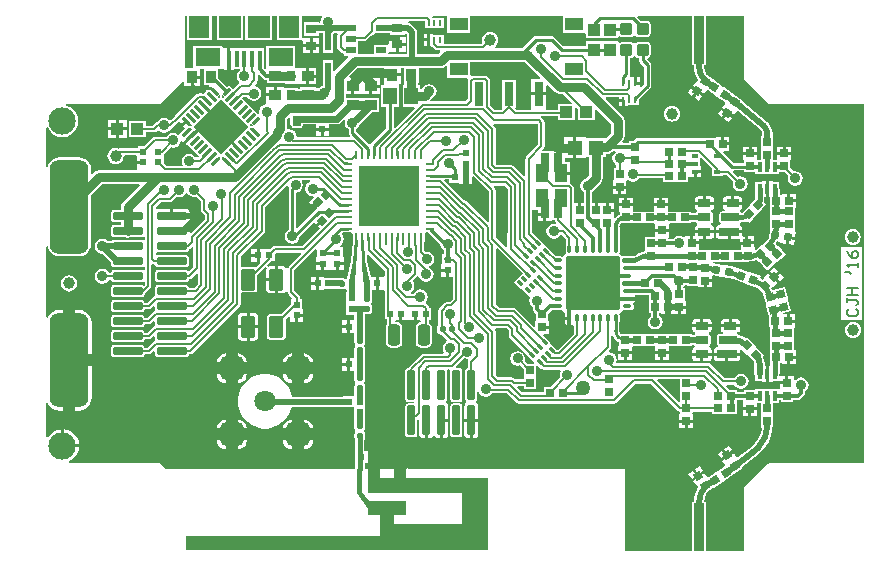
<source format=gtl>
G04 Layer_Physical_Order=1*
G04 Layer_Color=255*
%FSLAX25Y25*%
%MOIN*%
G70*
G01*
G75*
%ADD10C,0.01575*%
%ADD11C,0.01000*%
%ADD12C,0.01181*%
%ADD13C,0.02000*%
G04:AMPARAMS|DCode=14|XSize=25.59mil|YSize=98.43mil|CornerRadius=1.28mil|HoleSize=0mil|Usage=FLASHONLY|Rotation=0.000|XOffset=0mil|YOffset=0mil|HoleType=Round|Shape=RoundedRectangle|*
%AMROUNDEDRECTD14*
21,1,0.02559,0.09587,0,0,0.0*
21,1,0.02303,0.09843,0,0,0.0*
1,1,0.00256,0.01152,-0.04793*
1,1,0.00256,-0.01152,-0.04793*
1,1,0.00256,-0.01152,0.04793*
1,1,0.00256,0.01152,0.04793*
%
%ADD14ROUNDEDRECTD14*%
G04:AMPARAMS|DCode=15|XSize=98.43mil|YSize=25.59mil|CornerRadius=1.28mil|HoleSize=0mil|Usage=FLASHONLY|Rotation=0.000|XOffset=0mil|YOffset=0mil|HoleType=Round|Shape=RoundedRectangle|*
%AMROUNDEDRECTD15*
21,1,0.09843,0.02303,0,0,0.0*
21,1,0.09587,0.02559,0,0,0.0*
1,1,0.00256,0.04793,-0.01152*
1,1,0.00256,-0.04793,-0.01152*
1,1,0.00256,-0.04793,0.01152*
1,1,0.00256,0.04793,0.01152*
%
%ADD15ROUNDEDRECTD15*%
G04:AMPARAMS|DCode=16|XSize=11.81mil|YSize=31.5mil|CornerRadius=0mil|HoleSize=0mil|Usage=FLASHONLY|Rotation=225.000|XOffset=0mil|YOffset=0mil|HoleType=Round|Shape=Rectangle|*
%AMROTATEDRECTD16*
4,1,4,-0.00696,0.01531,0.01531,-0.00696,0.00696,-0.01531,-0.01531,0.00696,-0.00696,0.01531,0.0*
%
%ADD16ROTATEDRECTD16*%

G04:AMPARAMS|DCode=17|XSize=11.81mil|YSize=39.37mil|CornerRadius=0mil|HoleSize=0mil|Usage=FLASHONLY|Rotation=225.000|XOffset=0mil|YOffset=0mil|HoleType=Round|Shape=Rectangle|*
%AMROTATEDRECTD17*
4,1,4,-0.00974,0.01810,0.01810,-0.00974,0.00974,-0.01810,-0.01810,0.00974,-0.00974,0.01810,0.0*
%
%ADD17ROTATEDRECTD17*%

G04:AMPARAMS|DCode=18|XSize=11.81mil|YSize=31.5mil|CornerRadius=0mil|HoleSize=0mil|Usage=FLASHONLY|Rotation=135.000|XOffset=0mil|YOffset=0mil|HoleType=Round|Shape=Rectangle|*
%AMROTATEDRECTD18*
4,1,4,0.01531,0.00696,-0.00696,-0.01531,-0.01531,-0.00696,0.00696,0.01531,0.01531,0.00696,0.0*
%
%ADD18ROTATEDRECTD18*%

G04:AMPARAMS|DCode=19|XSize=11.81mil|YSize=39.37mil|CornerRadius=0mil|HoleSize=0mil|Usage=FLASHONLY|Rotation=135.000|XOffset=0mil|YOffset=0mil|HoleType=Round|Shape=Rectangle|*
%AMROTATEDRECTD19*
4,1,4,0.01810,0.00974,-0.00974,-0.01810,-0.01810,-0.00974,0.00974,0.01810,0.01810,0.00974,0.0*
%
%ADD19ROTATEDRECTD19*%

%ADD20P,0.18374X4X180.0*%
%ADD21R,0.04331X0.03937*%
%ADD22R,0.02559X0.02559*%
%ADD23R,0.02559X0.02559*%
%ADD24R,0.02441X0.02441*%
%ADD25P,0.03619X4X350.0*%
%ADD26P,0.03619X4X385.0*%
%ADD27P,0.03619X4X215.0*%
%ADD28P,0.03619X4X180.0*%
%ADD29P,0.03619X4X320.0*%
%ADD30P,0.03619X4X273.0*%
%ADD31P,0.03619X4X85.0*%
%ADD32R,0.03937X0.04331*%
%ADD33P,0.03619X4X190.0*%
%ADD34P,0.03619X4X100.0*%
%ADD35P,0.03452X4X180.0*%
%ADD36R,0.03543X0.03937*%
%ADD37R,0.04528X0.05709*%
%ADD38R,0.03543X0.03150*%
%ADD39R,0.07480X0.07480*%
%ADD40R,0.07087X0.07480*%
%ADD41R,0.08268X0.06299*%
%ADD42R,0.01575X0.05315*%
%ADD43R,0.02441X0.02441*%
G04:AMPARAMS|DCode=44|XSize=39.37mil|YSize=70.87mil|CornerRadius=9.84mil|HoleSize=0mil|Usage=FLASHONLY|Rotation=180.000|XOffset=0mil|YOffset=0mil|HoleType=Round|Shape=RoundedRectangle|*
%AMROUNDEDRECTD44*
21,1,0.03937,0.05118,0,0,180.0*
21,1,0.01969,0.07087,0,0,180.0*
1,1,0.01969,-0.00984,0.02559*
1,1,0.01969,0.00984,0.02559*
1,1,0.01969,0.00984,-0.02559*
1,1,0.01969,-0.00984,-0.02559*
%
%ADD44ROUNDEDRECTD44*%
G04:AMPARAMS|DCode=45|XSize=9.84mil|YSize=19.69mil|CornerRadius=0mil|HoleSize=0mil|Usage=FLASHONLY|Rotation=45.000|XOffset=0mil|YOffset=0mil|HoleType=Round|Shape=Rectangle|*
%AMROTATEDRECTD45*
4,1,4,0.00348,-0.01044,-0.01044,0.00348,-0.00348,0.01044,0.01044,-0.00348,0.00348,-0.01044,0.0*
%
%ADD45ROTATEDRECTD45*%

%ADD46R,0.04331X0.05906*%
%ADD47P,0.03619X4X150.0*%
%ADD48R,0.01575X0.03347*%
G04:AMPARAMS|DCode=49|XSize=43.31mil|YSize=25.59mil|CornerRadius=0.64mil|HoleSize=0mil|Usage=FLASHONLY|Rotation=180.000|XOffset=0mil|YOffset=0mil|HoleType=Round|Shape=RoundedRectangle|*
%AMROUNDEDRECTD49*
21,1,0.04331,0.02431,0,0,180.0*
21,1,0.04203,0.02559,0,0,180.0*
1,1,0.00128,-0.02101,0.01216*
1,1,0.00128,0.02101,0.01216*
1,1,0.00128,0.02101,-0.01216*
1,1,0.00128,-0.02101,-0.01216*
%
%ADD49ROUNDEDRECTD49*%
G04:AMPARAMS|DCode=50|XSize=59.06mil|YSize=25.59mil|CornerRadius=0.64mil|HoleSize=0mil|Usage=FLASHONLY|Rotation=180.000|XOffset=0mil|YOffset=0mil|HoleType=Round|Shape=RoundedRectangle|*
%AMROUNDEDRECTD50*
21,1,0.05906,0.02431,0,0,180.0*
21,1,0.05778,0.02559,0,0,180.0*
1,1,0.00128,-0.02889,0.01216*
1,1,0.00128,0.02889,0.01216*
1,1,0.00128,0.02889,-0.01216*
1,1,0.00128,-0.02889,-0.01216*
%
%ADD50ROUNDEDRECTD50*%
G04:AMPARAMS|DCode=51|XSize=66.93mil|YSize=25.59mil|CornerRadius=0.64mil|HoleSize=0mil|Usage=FLASHONLY|Rotation=180.000|XOffset=0mil|YOffset=0mil|HoleType=Round|Shape=RoundedRectangle|*
%AMROUNDEDRECTD51*
21,1,0.06693,0.02431,0,0,180.0*
21,1,0.06565,0.02559,0,0,180.0*
1,1,0.00128,-0.03283,0.01216*
1,1,0.00128,0.03283,0.01216*
1,1,0.00128,0.03283,-0.01216*
1,1,0.00128,-0.03283,-0.01216*
%
%ADD51ROUNDEDRECTD51*%
G04:AMPARAMS|DCode=52|XSize=35.43mil|YSize=157.48mil|CornerRadius=1.77mil|HoleSize=0mil|Usage=FLASHONLY|Rotation=180.000|XOffset=0mil|YOffset=0mil|HoleType=Round|Shape=RoundedRectangle|*
%AMROUNDEDRECTD52*
21,1,0.03543,0.15394,0,0,180.0*
21,1,0.03189,0.15748,0,0,180.0*
1,1,0.00354,-0.01595,0.07697*
1,1,0.00354,0.01595,0.07697*
1,1,0.00354,0.01595,-0.07697*
1,1,0.00354,-0.01595,-0.07697*
%
%ADD52ROUNDEDRECTD52*%
%ADD53P,0.03619X4X270.0*%
%ADD54R,0.05118X0.05118*%
G04:AMPARAMS|DCode=55|XSize=21.26mil|YSize=21.65mil|CornerRadius=5.32mil|HoleSize=0mil|Usage=FLASHONLY|Rotation=180.000|XOffset=0mil|YOffset=0mil|HoleType=Round|Shape=RoundedRectangle|*
%AMROUNDEDRECTD55*
21,1,0.02126,0.01102,0,0,180.0*
21,1,0.01063,0.02165,0,0,180.0*
1,1,0.01063,-0.00532,0.00551*
1,1,0.01063,0.00532,0.00551*
1,1,0.01063,0.00532,-0.00551*
1,1,0.01063,-0.00532,-0.00551*
%
%ADD55ROUNDEDRECTD55*%
G04:AMPARAMS|DCode=56|XSize=21.26mil|YSize=21.65mil|CornerRadius=5.32mil|HoleSize=0mil|Usage=FLASHONLY|Rotation=180.000|XOffset=0mil|YOffset=0mil|HoleType=Round|Shape=RoundedRectangle|*
%AMROUNDEDRECTD56*
21,1,0.02126,0.01102,0,0,180.0*
21,1,0.01063,0.02165,0,0,180.0*
1,1,0.01063,-0.00532,0.00551*
1,1,0.01063,0.00532,0.00551*
1,1,0.01063,0.00532,-0.00551*
1,1,0.01063,-0.00532,-0.00551*
%
%ADD56ROUNDEDRECTD56*%
G04:AMPARAMS|DCode=57|XSize=21.26mil|YSize=21.65mil|CornerRadius=5.32mil|HoleSize=0mil|Usage=FLASHONLY|Rotation=90.000|XOffset=0mil|YOffset=0mil|HoleType=Round|Shape=RoundedRectangle|*
%AMROUNDEDRECTD57*
21,1,0.02126,0.01102,0,0,90.0*
21,1,0.01063,0.02165,0,0,90.0*
1,1,0.01063,0.00551,0.00532*
1,1,0.01063,0.00551,-0.00532*
1,1,0.01063,-0.00551,-0.00532*
1,1,0.01063,-0.00551,0.00532*
%
%ADD57ROUNDEDRECTD57*%
G04:AMPARAMS|DCode=58|XSize=21.26mil|YSize=21.65mil|CornerRadius=5.32mil|HoleSize=0mil|Usage=FLASHONLY|Rotation=90.000|XOffset=0mil|YOffset=0mil|HoleType=Round|Shape=RoundedRectangle|*
%AMROUNDEDRECTD58*
21,1,0.02126,0.01102,0,0,90.0*
21,1,0.01063,0.02165,0,0,90.0*
1,1,0.01063,0.00551,0.00532*
1,1,0.01063,0.00551,-0.00532*
1,1,0.01063,-0.00551,-0.00532*
1,1,0.01063,-0.00551,0.00532*
%
%ADD58ROUNDEDRECTD58*%
G04:AMPARAMS|DCode=59|XSize=70.87mil|YSize=47.24mil|CornerRadius=2.36mil|HoleSize=0mil|Usage=FLASHONLY|Rotation=90.000|XOffset=0mil|YOffset=0mil|HoleType=Round|Shape=RoundedRectangle|*
%AMROUNDEDRECTD59*
21,1,0.07087,0.04252,0,0,90.0*
21,1,0.06614,0.04724,0,0,90.0*
1,1,0.00472,0.02126,0.03307*
1,1,0.00472,0.02126,-0.03307*
1,1,0.00472,-0.02126,-0.03307*
1,1,0.00472,-0.02126,0.03307*
%
%ADD59ROUNDEDRECTD59*%
%ADD60R,0.02756X0.03740*%
%ADD61R,0.03937X0.03543*%
%ADD62C,0.05000*%
G04:AMPARAMS|DCode=63|XSize=29.61mil|YSize=35.43mil|CornerRadius=7.4mil|HoleSize=0mil|Usage=FLASHONLY|Rotation=180.000|XOffset=0mil|YOffset=0mil|HoleType=Round|Shape=RoundedRectangle|*
%AMROUNDEDRECTD63*
21,1,0.02961,0.02063,0,0,180.0*
21,1,0.01480,0.03543,0,0,180.0*
1,1,0.01480,-0.00740,0.01032*
1,1,0.01480,0.00740,0.01032*
1,1,0.01480,0.00740,-0.01032*
1,1,0.01480,-0.00740,-0.01032*
%
%ADD63ROUNDEDRECTD63*%
G04:AMPARAMS|DCode=64|XSize=29.61mil|YSize=35.43mil|CornerRadius=7.4mil|HoleSize=0mil|Usage=FLASHONLY|Rotation=180.000|XOffset=0mil|YOffset=0mil|HoleType=Round|Shape=RoundedRectangle|*
%AMROUNDEDRECTD64*
21,1,0.02961,0.02063,0,0,180.0*
21,1,0.01480,0.03543,0,0,180.0*
1,1,0.01480,-0.00740,0.01032*
1,1,0.01480,0.00740,0.01032*
1,1,0.01480,0.00740,-0.01032*
1,1,0.01480,-0.00740,-0.01032*
%
%ADD64ROUNDEDRECTD64*%
G04:AMPARAMS|DCode=65|XSize=39.37mil|YSize=39.37mil|CornerRadius=5.91mil|HoleSize=0mil|Usage=FLASHONLY|Rotation=180.000|XOffset=0mil|YOffset=0mil|HoleType=Round|Shape=RoundedRectangle|*
%AMROUNDEDRECTD65*
21,1,0.03937,0.02756,0,0,180.0*
21,1,0.02756,0.03937,0,0,180.0*
1,1,0.01181,-0.01378,0.01378*
1,1,0.01181,0.01378,0.01378*
1,1,0.01181,0.01378,-0.01378*
1,1,0.01181,-0.01378,-0.01378*
%
%ADD65ROUNDEDRECTD65*%
%ADD66P,0.03619X4X260.0*%
%ADD67O,0.00984X0.03150*%
%ADD68O,0.03150X0.00984*%
%ADD69R,0.20079X0.20276*%
G04:AMPARAMS|DCode=70|XSize=39.37mil|YSize=140.55mil|CornerRadius=0.98mil|HoleSize=0mil|Usage=FLASHONLY|Rotation=270.000|XOffset=0mil|YOffset=0mil|HoleType=Round|Shape=RoundedRectangle|*
%AMROUNDEDRECTD70*
21,1,0.03937,0.13858,0,0,270.0*
21,1,0.03740,0.14055,0,0,270.0*
1,1,0.00197,-0.06929,-0.01870*
1,1,0.00197,-0.06929,0.01870*
1,1,0.00197,0.06929,0.01870*
1,1,0.00197,0.06929,-0.01870*
%
%ADD70ROUNDEDRECTD70*%
G04:AMPARAMS|DCode=71|XSize=39.37mil|YSize=140.55mil|CornerRadius=0.98mil|HoleSize=0mil|Usage=FLASHONLY|Rotation=180.000|XOffset=0mil|YOffset=0mil|HoleType=Round|Shape=RoundedRectangle|*
%AMROUNDEDRECTD71*
21,1,0.03937,0.13858,0,0,180.0*
21,1,0.03740,0.14055,0,0,180.0*
1,1,0.00197,-0.01870,0.06929*
1,1,0.00197,0.01870,0.06929*
1,1,0.00197,0.01870,-0.06929*
1,1,0.00197,-0.01870,-0.06929*
%
%ADD71ROUNDEDRECTD71*%
G04:AMPARAMS|DCode=72|XSize=39.37mil|YSize=127.56mil|CornerRadius=0.98mil|HoleSize=0mil|Usage=FLASHONLY|Rotation=180.000|XOffset=0mil|YOffset=0mil|HoleType=Round|Shape=RoundedRectangle|*
%AMROUNDEDRECTD72*
21,1,0.03937,0.12559,0,0,180.0*
21,1,0.03740,0.12756,0,0,180.0*
1,1,0.00197,-0.01870,0.06280*
1,1,0.00197,0.01870,0.06280*
1,1,0.00197,0.01870,-0.06280*
1,1,0.00197,-0.01870,-0.06280*
%
%ADD72ROUNDEDRECTD72*%
G04:AMPARAMS|DCode=73|XSize=39.37mil|YSize=127.56mil|CornerRadius=0.98mil|HoleSize=0mil|Usage=FLASHONLY|Rotation=90.000|XOffset=0mil|YOffset=0mil|HoleType=Round|Shape=RoundedRectangle|*
%AMROUNDEDRECTD73*
21,1,0.03937,0.12559,0,0,90.0*
21,1,0.03740,0.12756,0,0,90.0*
1,1,0.00197,0.06280,0.01870*
1,1,0.00197,0.06280,-0.01870*
1,1,0.00197,-0.06280,-0.01870*
1,1,0.00197,-0.06280,0.01870*
%
%ADD73ROUNDEDRECTD73*%
G04:AMPARAMS|DCode=74|XSize=39.37mil|YSize=149.61mil|CornerRadius=0.98mil|HoleSize=0mil|Usage=FLASHONLY|Rotation=90.000|XOffset=0mil|YOffset=0mil|HoleType=Round|Shape=RoundedRectangle|*
%AMROUNDEDRECTD74*
21,1,0.03937,0.14764,0,0,90.0*
21,1,0.03740,0.14961,0,0,90.0*
1,1,0.00197,0.07382,0.01870*
1,1,0.00197,0.07382,-0.01870*
1,1,0.00197,-0.07382,-0.01870*
1,1,0.00197,-0.07382,0.01870*
%
%ADD74ROUNDEDRECTD74*%
G04:AMPARAMS|DCode=75|XSize=39.37mil|YSize=149.61mil|CornerRadius=0.98mil|HoleSize=0mil|Usage=FLASHONLY|Rotation=0.000|XOffset=0mil|YOffset=0mil|HoleType=Round|Shape=RoundedRectangle|*
%AMROUNDEDRECTD75*
21,1,0.03937,0.14764,0,0,0.0*
21,1,0.03740,0.14961,0,0,0.0*
1,1,0.00197,0.01870,-0.07382*
1,1,0.00197,-0.01870,-0.07382*
1,1,0.00197,-0.01870,0.07382*
1,1,0.00197,0.01870,0.07382*
%
%ADD75ROUNDEDRECTD75*%
G04:AMPARAMS|DCode=76|XSize=78.74mil|YSize=78.74mil|CornerRadius=18.9mil|HoleSize=0mil|Usage=FLASHONLY|Rotation=180.000|XOffset=0mil|YOffset=0mil|HoleType=Round|Shape=RoundedRectangle|*
%AMROUNDEDRECTD76*
21,1,0.07874,0.04095,0,0,180.0*
21,1,0.04095,0.07874,0,0,180.0*
1,1,0.03780,-0.02047,0.02047*
1,1,0.03780,0.02047,0.02047*
1,1,0.03780,0.02047,-0.02047*
1,1,0.03780,-0.02047,-0.02047*
%
%ADD76ROUNDEDRECTD76*%
G04:AMPARAMS|DCode=77|XSize=78.74mil|YSize=78.74mil|CornerRadius=18.9mil|HoleSize=0mil|Usage=FLASHONLY|Rotation=90.000|XOffset=0mil|YOffset=0mil|HoleType=Round|Shape=RoundedRectangle|*
%AMROUNDEDRECTD77*
21,1,0.07874,0.04095,0,0,90.0*
21,1,0.04095,0.07874,0,0,90.0*
1,1,0.03780,0.02047,0.02047*
1,1,0.03780,0.02047,-0.02047*
1,1,0.03780,-0.02047,-0.02047*
1,1,0.03780,-0.02047,0.02047*
%
%ADD77ROUNDEDRECTD77*%
G04:AMPARAMS|DCode=78|XSize=78.74mil|YSize=78.74mil|CornerRadius=18.9mil|HoleSize=0mil|Usage=FLASHONLY|Rotation=90.000|XOffset=0mil|YOffset=0mil|HoleType=Round|Shape=RoundedRectangle|*
%AMROUNDEDRECTD78*
21,1,0.07874,0.04095,0,0,90.0*
21,1,0.04095,0.07874,0,0,90.0*
1,1,0.03780,0.02047,0.02047*
1,1,0.03780,0.02047,-0.02047*
1,1,0.03780,-0.02047,-0.02047*
1,1,0.03780,-0.02047,0.02047*
%
%ADD78ROUNDEDRECTD78*%
G04:AMPARAMS|DCode=79|XSize=78.74mil|YSize=78.74mil|CornerRadius=18.9mil|HoleSize=0mil|Usage=FLASHONLY|Rotation=90.000|XOffset=0mil|YOffset=0mil|HoleType=Round|Shape=RoundedRectangle|*
%AMROUNDEDRECTD79*
21,1,0.07874,0.04095,0,0,90.0*
21,1,0.04095,0.07874,0,0,90.0*
1,1,0.03780,0.02047,0.02047*
1,1,0.03780,0.02047,-0.02047*
1,1,0.03780,-0.02047,-0.02047*
1,1,0.03780,-0.02047,0.02047*
%
%ADD79ROUNDEDRECTD79*%
%ADD80C,0.07091*%
%ADD81R,0.01811X0.01969*%
%ADD82R,0.03937X0.01969*%
G04:AMPARAMS|DCode=83|XSize=181.1mil|YSize=181.1mil|CornerRadius=4.53mil|HoleSize=0mil|Usage=FLASHONLY|Rotation=270.000|XOffset=0mil|YOffset=0mil|HoleType=Round|Shape=RoundedRectangle|*
%AMROUNDEDRECTD83*
21,1,0.18110,0.17205,0,0,270.0*
21,1,0.17205,0.18110,0,0,270.0*
1,1,0.00906,-0.08602,-0.08602*
1,1,0.00906,-0.08602,0.08602*
1,1,0.00906,0.08602,0.08602*
1,1,0.00906,0.08602,-0.08602*
%
%ADD83ROUNDEDRECTD83*%
%ADD84O,0.01181X0.03150*%
%ADD85O,0.03150X0.01181*%
%ADD86R,0.01969X0.01575*%
%ADD87R,0.06102X0.04331*%
%ADD88R,0.03150X0.07874*%
%ADD89C,0.03937*%
%ADD90R,0.03347X0.02362*%
%ADD91R,0.00984X0.01969*%
%ADD92R,0.01969X0.05709*%
%ADD93C,0.01900*%
%ADD94C,0.02953*%
%ADD95C,0.03150*%
%ADD96C,0.01200*%
%ADD97C,0.00700*%
%ADD98C,0.01969*%
%ADD99C,0.02362*%
%ADD100C,0.00800*%
%ADD101C,0.02500*%
%ADD102R,0.06300X0.06000*%
%ADD103R,0.03937X0.03439*%
%ADD104R,0.01800X0.03339*%
%ADD105R,0.14374X0.01900*%
%ADD106C,0.09100*%
G04:AMPARAMS|DCode=107|XSize=86.61mil|YSize=173.23mil|CornerRadius=4.33mil|HoleSize=0mil|Usage=FLASHONLY|Rotation=180.000|XOffset=0mil|YOffset=0mil|HoleType=Round|Shape=RoundedRectangle|*
%AMROUNDEDRECTD107*
21,1,0.08661,0.16457,0,0,180.0*
21,1,0.07795,0.17323,0,0,180.0*
1,1,0.00866,-0.03898,0.08228*
1,1,0.00866,0.03898,0.08228*
1,1,0.00866,0.03898,-0.08228*
1,1,0.00866,-0.03898,-0.08228*
%
%ADD107ROUNDEDRECTD107*%
G04:AMPARAMS|DCode=108|XSize=129.92mil|YSize=314.96mil|CornerRadius=32.48mil|HoleSize=0mil|Usage=FLASHONLY|Rotation=0.000|XOffset=0mil|YOffset=0mil|HoleType=Round|Shape=RoundedRectangle|*
%AMROUNDEDRECTD108*
21,1,0.12992,0.25000,0,0,0.0*
21,1,0.06496,0.31496,0,0,0.0*
1,1,0.06496,0.03248,-0.12500*
1,1,0.06496,-0.03248,-0.12500*
1,1,0.06496,-0.03248,0.12500*
1,1,0.06496,0.03248,0.12500*
%
%ADD108ROUNDEDRECTD108*%
%ADD109C,0.03500*%
%ADD110C,0.03940*%
G36*
X150234Y53282D02*
X164708D01*
X164875Y53114D01*
Y46161D01*
X161057Y42343D01*
X160814Y41979D01*
X160728Y41550D01*
X160728Y41550D01*
Y35897D01*
X160266Y35706D01*
X156679Y39293D01*
X156315Y39536D01*
X155886Y39622D01*
X155886Y39622D01*
X151150D01*
X150842Y39929D01*
Y51395D01*
X150842Y51395D01*
X150757Y51824D01*
X150514Y52188D01*
X150514Y52188D01*
X149855Y52847D01*
X150101Y53308D01*
X150234Y53282D01*
D02*
G37*
G36*
X58782Y42217D02*
X58782Y41104D01*
X57947Y41939D01*
X58504Y42496D01*
X58782Y42217D01*
D02*
G37*
G36*
X60453Y41939D02*
X59618Y41104D01*
X59618Y42217D01*
X59896Y42496D01*
X60453Y41939D01*
D02*
G37*
G36*
X48004Y30176D02*
X48434Y29534D01*
X49244Y28992D01*
X50200Y28802D01*
X51021Y28965D01*
X52629Y27356D01*
Y24540D01*
X52711Y24130D01*
X52943Y23783D01*
X53929Y22797D01*
Y21386D01*
X49296Y16752D01*
X48796Y16959D01*
Y17000D01*
X42852D01*
Y18000D01*
X48796D01*
Y18652D01*
X48708Y19092D01*
X48459Y19465D01*
X48086Y19714D01*
X47930Y19745D01*
Y20255D01*
X48086Y20286D01*
X48459Y20535D01*
X48708Y20908D01*
X48796Y21348D01*
Y22000D01*
X42852D01*
Y22500D01*
X42352D01*
Y24802D01*
X38059D01*
X37708Y25164D01*
X37685Y25591D01*
X39123Y27029D01*
X42100D01*
X42510Y27111D01*
X42857Y27343D01*
X44379Y28865D01*
X45200Y28702D01*
X46156Y28892D01*
X46966Y29434D01*
X47456Y30166D01*
X47459Y30167D01*
X47805Y30204D01*
X48004Y30176D01*
D02*
G37*
G36*
X233429Y68600D02*
X233511Y68190D01*
X233743Y67843D01*
X241543Y60043D01*
X241543Y60043D01*
X241890Y59811D01*
X242300Y59729D01*
X242300Y59729D01*
X273729D01*
Y-59729D01*
X242300D01*
X242300Y-59729D01*
X241890Y-59811D01*
X241543Y-60043D01*
X241543Y-60043D01*
X233743Y-67843D01*
X233511Y-68190D01*
X233429Y-68600D01*
Y-89229D01*
X221280D01*
X221089Y-88997D01*
Y-73603D01*
X221021Y-73261D01*
X220827Y-72971D01*
X220537Y-72777D01*
X220317Y-72733D01*
X220493Y-71393D01*
X221054Y-70039D01*
X221331Y-69678D01*
X223399Y-68230D01*
X223431Y-68275D01*
X226569Y-66078D01*
X226979Y-65791D01*
X227084Y-65717D01*
X230222Y-63520D01*
X230186Y-63469D01*
X233199Y-61360D01*
X233049Y-61145D01*
X237327Y-57996D01*
X237416Y-57899D01*
X237526Y-57826D01*
X239697Y-55655D01*
X239699Y-55657D01*
X240895Y-54256D01*
X241857Y-52686D01*
X242562Y-50985D01*
X242992Y-49194D01*
X243090Y-47945D01*
X243379D01*
Y-44114D01*
X243379Y-43614D01*
X243379Y-43486D01*
Y-39977D01*
X245413D01*
Y-38791D01*
X245920D01*
Y-39445D01*
X249880D01*
Y-38791D01*
X251535D01*
X252042Y-38690D01*
X252472Y-38403D01*
X253537Y-37337D01*
X253825Y-36907D01*
X253925Y-36400D01*
Y-35861D01*
X254366Y-35566D01*
X254908Y-34756D01*
X255098Y-33800D01*
X254908Y-32844D01*
X254366Y-32034D01*
X253556Y-31492D01*
X252600Y-31302D01*
X251644Y-31492D01*
X250834Y-32034D01*
X250679Y-32264D01*
X250180Y-32113D01*
Y-30855D01*
X248400D01*
Y-33135D01*
X247900D01*
Y-33635D01*
X245620D01*
Y-34816D01*
X245413Y-35230D01*
X245197Y-35230D01*
X242438D01*
Y-35230D01*
X240295D01*
Y-35230D01*
X237320D01*
Y-35455D01*
X233521D01*
Y-36309D01*
X231345D01*
Y-35620D01*
X229037D01*
X227600Y-34183D01*
X227792Y-33722D01*
X230403D01*
X230834Y-34366D01*
X231644Y-34908D01*
X232600Y-35098D01*
X233556Y-34908D01*
X234366Y-34366D01*
X234908Y-33556D01*
X235098Y-32600D01*
X234908Y-31644D01*
X234366Y-30834D01*
X233556Y-30292D01*
X232600Y-30102D01*
X231644Y-30292D01*
X230834Y-30834D01*
X230403Y-31478D01*
X227065D01*
X222493Y-26907D01*
X222129Y-26664D01*
X221700Y-26578D01*
X221700Y-26578D01*
X191415D01*
X191063Y-26078D01*
X191198Y-25400D01*
X191008Y-24444D01*
X190466Y-23634D01*
X189656Y-23092D01*
X188736Y-22909D01*
X188544Y-22611D01*
X188469Y-22469D01*
X189011Y-21927D01*
X189011Y-21927D01*
X189254Y-21563D01*
X189340Y-21134D01*
X189340Y-21134D01*
Y-17462D01*
X189840Y-17363D01*
X190094Y-17976D01*
X190748Y-18829D01*
X191601Y-19484D01*
X192020Y-19657D01*
Y-20779D01*
X191720Y-20851D01*
Y-22631D01*
X194000D01*
X196280D01*
Y-21430D01*
X196743Y-20945D01*
X199686D01*
X199814Y-20945D01*
X200314Y-20945D01*
X203684D01*
X203921Y-20945D01*
X203921Y-21258D01*
Y-22631D01*
X206200D01*
X208479D01*
Y-20851D01*
X208950Y-20779D01*
X211686D01*
X212186Y-20779D01*
X212314Y-20779D01*
X216145D01*
Y-20533D01*
X216901D01*
X216923Y-20566D01*
X217176Y-20735D01*
X217272Y-20754D01*
X217272Y-21264D01*
X217059Y-21307D01*
X216707Y-21542D01*
X216472Y-21894D01*
X216389Y-22309D01*
Y-23024D01*
X219576D01*
X222762D01*
Y-22309D01*
X222679Y-21894D01*
X222444Y-21542D01*
X222092Y-21307D01*
X221879Y-21264D01*
X221879Y-20754D01*
X221975Y-20735D01*
X222228Y-20566D01*
X222397Y-20314D01*
X222456Y-20016D01*
Y-17584D01*
X222397Y-17286D01*
X222228Y-17034D01*
X221975Y-16865D01*
X221879Y-16846D01*
Y-16336D01*
X222092Y-16293D01*
X222444Y-16058D01*
X222679Y-15706D01*
X222762Y-15291D01*
Y-14576D01*
X219576D01*
X216389D01*
Y-15291D01*
X216472Y-15706D01*
X216707Y-16058D01*
X217059Y-16293D01*
X217272Y-16336D01*
Y-16846D01*
X217176Y-16865D01*
X216923Y-17034D01*
X216901Y-17067D01*
X216145D01*
Y-16820D01*
X212314D01*
X211814Y-16820D01*
X211686Y-16820D01*
X207855D01*
Y-16820D01*
X204221D01*
X204145Y-16986D01*
X200314D01*
X200186Y-16986D01*
X199686Y-16986D01*
X195979D01*
Y-16820D01*
X192300D01*
X192122Y-16554D01*
X191998Y-15931D01*
X192001Y-15917D01*
Y-13062D01*
X192093Y-12598D01*
Y-10630D01*
X191993Y-10126D01*
X192244Y-9976D01*
X192269Y-9971D01*
X192750Y-9650D01*
X193071Y-9169D01*
X193076Y-9144D01*
X193226Y-8893D01*
X193730Y-8993D01*
X195698D01*
X196202Y-8893D01*
X196629Y-8608D01*
X196914Y-8181D01*
X197014Y-7677D01*
X196914Y-7174D01*
X196751Y-6929D01*
X196792Y-6300D01*
X196845Y-6265D01*
X197197Y-5739D01*
X197221Y-5618D01*
X194714D01*
Y-4618D01*
X197221D01*
X197197Y-4498D01*
X197135Y-4405D01*
X197402Y-3905D01*
X201955D01*
Y-6080D01*
Y-9780D01*
X202675D01*
Y-10739D01*
X202234Y-11034D01*
X201692Y-11844D01*
X201502Y-12800D01*
X201692Y-13756D01*
X202234Y-14566D01*
X203044Y-15108D01*
X204000Y-15298D01*
X204956Y-15108D01*
X205766Y-14566D01*
X206308Y-13756D01*
X206498Y-12800D01*
X206308Y-11844D01*
X205766Y-11034D01*
X205326Y-10739D01*
Y-9780D01*
X205914D01*
X205986Y-10080D01*
X207765D01*
Y-7800D01*
X208765D01*
Y-10080D01*
X209720D01*
Y-10245D01*
X211500D01*
Y-7965D01*
X212000D01*
Y-7465D01*
X214280D01*
Y-5686D01*
X213980Y-5614D01*
Y-1655D01*
X213326D01*
Y-1161D01*
X213766Y-866D01*
X214061Y-426D01*
X214620D01*
Y-745D01*
X218320D01*
Y-1345D01*
X220100D01*
Y935D01*
X220600D01*
Y1435D01*
X222880D01*
Y2399D01*
X223263Y2721D01*
X225901Y2255D01*
X226027Y2233D01*
X226393Y2169D01*
X230094Y1516D01*
X230128Y1457D01*
Y1457D01*
X233728Y147D01*
X233848Y103D01*
X234198Y-24D01*
X234318Y-68D01*
X237918Y-1378D01*
X237918Y-1378D01*
X238414Y-1476D01*
X239638Y-2700D01*
X239876Y-3100D01*
X240005Y-3583D01*
X240867Y-6800D01*
X240900Y-6924D01*
X241030Y-7407D01*
X242016Y-11088D01*
Y-14585D01*
X242320D01*
Y-18286D01*
X242320Y-18414D01*
X242320Y-18914D01*
Y-22621D01*
X242255D01*
Y-26579D01*
X242409D01*
Y-27450D01*
X241867D01*
Y-30123D01*
Y-32797D01*
X243154D01*
Y-32497D01*
X245413Y-32497D01*
X245482Y-32635D01*
X247400D01*
Y-30855D01*
X245913D01*
X245620Y-30855D01*
X245413Y-30441D01*
Y-30270D01*
X245442Y-30123D01*
Y-26579D01*
X246214D01*
X246286Y-26880D01*
X248065D01*
Y-24600D01*
X248565D01*
Y-24100D01*
X250845D01*
Y-22321D01*
X250279D01*
Y-18914D01*
X250279Y-18414D01*
X250279Y-18286D01*
Y-14886D01*
X250606D01*
Y-13106D01*
X248326D01*
Y-12606D01*
X247826D01*
Y-10327D01*
X246707D01*
X246641Y-9826D01*
X249385Y-9091D01*
X248393Y-5391D01*
X248264Y-4908D01*
X248231Y-4784D01*
X247239Y-1084D01*
X243415Y-2109D01*
X243426Y-2149D01*
X242930Y-2282D01*
X242606Y-1594D01*
X243153Y-1046D01*
X243631Y-993D01*
X244889Y266D01*
X243278Y1878D01*
X241666Y3489D01*
X240622Y2446D01*
X240407Y2231D01*
X240354Y1753D01*
X239851Y1250D01*
X239030Y1677D01*
X239272Y2342D01*
X235672Y3653D01*
X235552Y3697D01*
X235202Y3824D01*
X235082Y3868D01*
X231482Y5178D01*
X231423Y5017D01*
X230939Y5147D01*
X230980Y5380D01*
X227207Y6045D01*
X227081Y6068D01*
X226715Y6132D01*
X226589Y6154D01*
X223378Y6720D01*
X223422Y7220D01*
X225255D01*
Y7120D01*
X229086D01*
X229214Y7120D01*
X229714Y7120D01*
X233279D01*
X233289Y6998D01*
X237233Y7344D01*
X237203Y7688D01*
X237594Y7739D01*
X237964Y7893D01*
X238697Y7019D01*
X238776Y7085D01*
X241097Y4319D01*
X244032Y6782D01*
X244415Y7103D01*
X244513Y7186D01*
X247448Y9648D01*
X244903Y12681D01*
X244824Y12615D01*
X244303Y13236D01*
X244737Y14048D01*
X245673Y13883D01*
X245692Y13575D01*
X247444Y13266D01*
X247840Y15511D01*
X248332Y15424D01*
X248419Y15916D01*
X250664Y15521D01*
X250973Y17273D01*
X250446Y17366D01*
X250480Y17755D01*
X250480D01*
Y21586D01*
X250480Y22086D01*
X250480Y22214D01*
Y25220D01*
X250845D01*
Y27000D01*
X248565D01*
Y27500D01*
X248065D01*
Y29779D01*
X246286D01*
X246214Y29480D01*
X245442D01*
Y31460D01*
X245413Y31606D01*
Y33833D01*
X243154D01*
Y34133D01*
X241867D01*
Y31460D01*
Y28787D01*
X242255D01*
Y25521D01*
X242320D01*
Y22214D01*
X242320Y22086D01*
Y21714D01*
X242320Y21586D01*
Y17755D01*
X242320D01*
X242333Y17740D01*
X241867Y15096D01*
X241757Y14889D01*
X241402Y14457D01*
X239568Y12918D01*
X239470Y12836D01*
X239087Y12514D01*
X237638Y11299D01*
X237166Y11555D01*
X237026Y13158D01*
X234755Y12959D01*
X232484Y12760D01*
X232599Y11448D01*
X232261Y11079D01*
X229714D01*
X229586Y11079D01*
X229086Y11079D01*
X225845D01*
Y11180D01*
X221886D01*
Y11180D01*
X221514D01*
Y11180D01*
X218935D01*
X218479Y11286D01*
X218479Y13065D01*
X216200D01*
Y13565D01*
X215700D01*
Y15845D01*
X213920D01*
Y15598D01*
X213421Y15331D01*
X212856Y15708D01*
X211900Y15898D01*
X210944Y15708D01*
X210134Y15166D01*
X209816Y14691D01*
X208279D01*
Y15314D01*
X208579Y15386D01*
Y17165D01*
X206300D01*
X204021D01*
Y15545D01*
X200621D01*
Y11714D01*
X200621Y11586D01*
Y11214D01*
X200621Y11086D01*
Y10747D01*
X199583Y10610D01*
X198528Y10173D01*
X197622Y9478D01*
X197622Y9478D01*
X197217Y9249D01*
X196955Y9196D01*
Y9194D01*
X193700D01*
X193580Y9170D01*
X193071Y9169D01*
X192750Y9650D01*
X192269Y9971D01*
X192244Y9976D01*
X191993Y10126D01*
X192093Y10630D01*
Y12598D01*
Y18777D01*
X192087Y18809D01*
X192229Y19525D01*
X192583Y20055D01*
X195855D01*
Y20020D01*
X199686D01*
X199814Y20020D01*
X200186D01*
X200314Y20020D01*
X203552D01*
X204021Y19945D01*
X204021Y19521D01*
Y18165D01*
X206300D01*
X208579D01*
X208579Y19945D01*
X209048Y20020D01*
X211386D01*
X211514Y20020D01*
X211886D01*
X212014Y20020D01*
X215845D01*
Y20483D01*
X217557D01*
X217723Y20234D01*
X217976Y20065D01*
X218072Y20046D01*
Y19536D01*
X217859Y19493D01*
X217507Y19258D01*
X217272Y18906D01*
X217189Y18491D01*
Y17776D01*
X220376D01*
X223562D01*
Y18491D01*
X223479Y18906D01*
X223244Y19258D01*
X222892Y19493D01*
X222679Y19536D01*
Y20046D01*
X222775Y20065D01*
X223028Y20234D01*
X223197Y20486D01*
X223256Y20785D01*
Y23216D01*
X223197Y23514D01*
X223028Y23766D01*
X222775Y23935D01*
X222679Y23954D01*
X222679Y24464D01*
X222892Y24507D01*
X223244Y24742D01*
X223479Y25094D01*
X223562Y25509D01*
Y26224D01*
X220376D01*
X217189D01*
Y25509D01*
X217272Y25094D01*
X217507Y24742D01*
X217859Y24507D01*
X218073Y24464D01*
X218073Y23954D01*
X217976Y23935D01*
X217723Y23766D01*
X217557Y23516D01*
X215845D01*
Y23979D01*
X212014D01*
X211886Y23979D01*
X211514D01*
X211386Y23979D01*
X208650D01*
X208179Y24051D01*
X208179Y24479D01*
Y25831D01*
X205900D01*
X203621D01*
X203621Y24051D01*
X203150Y23979D01*
X200314D01*
X200186Y23979D01*
X199814D01*
X199686Y23979D01*
X196935D01*
X196479Y24086D01*
X196479Y25865D01*
X194200D01*
X191920D01*
Y24390D01*
X191920Y24086D01*
X192220Y23710D01*
Y22948D01*
X191741Y22750D01*
X190791Y22021D01*
X190751Y21969D01*
X190343Y22258D01*
Y23970D01*
X188064D01*
Y24470D01*
X187564D01*
Y26750D01*
X185784D01*
Y26745D01*
X184800D01*
Y24465D01*
X183800D01*
Y26745D01*
X182916D01*
Y30499D01*
X183266Y30734D01*
X183775Y31495D01*
X185840Y33560D01*
X186343Y34312D01*
X186519Y35200D01*
Y42041D01*
X187502D01*
Y43081D01*
X187854D01*
X188741Y43257D01*
X189494Y43760D01*
X189560Y43859D01*
X189659Y43925D01*
X189974Y44240D01*
X190691D01*
X190843Y43740D01*
X190434Y43466D01*
X189892Y42656D01*
X189702Y41700D01*
X189892Y40744D01*
X190434Y39934D01*
X191078Y39503D01*
Y38445D01*
X190120D01*
Y34790D01*
X189821Y34414D01*
X189821Y34110D01*
Y32635D01*
X192100D01*
X194379D01*
X194379Y34315D01*
X194434Y34364D01*
X194810Y34583D01*
X195544Y34092D01*
X196500Y33902D01*
X197456Y34092D01*
X198266Y34634D01*
X198630Y35178D01*
X206555D01*
Y33821D01*
X210386D01*
X210514Y33821D01*
X210886D01*
X211014Y33821D01*
X214845D01*
Y35340D01*
X215281Y35495D01*
Y35495D01*
X216765D01*
Y37282D01*
X217265D01*
Y37782D01*
X219250D01*
Y39069D01*
X218950D01*
Y41804D01*
X219411Y41995D01*
X223061Y38345D01*
Y35794D01*
X226430D01*
Y36160D01*
X227821D01*
X229987Y33994D01*
X229836Y33234D01*
X230026Y32278D01*
X230567Y31467D01*
X231378Y30926D01*
X232334Y30736D01*
X233290Y30926D01*
X234100Y31467D01*
X234642Y32278D01*
X234832Y33234D01*
X234642Y34190D01*
X234100Y35000D01*
X233290Y35541D01*
X232334Y35732D01*
X231573Y35580D01*
X229942Y37211D01*
X230149Y37711D01*
X233720D01*
Y37055D01*
X237320D01*
Y36567D01*
X239879D01*
Y36567D01*
X245413D01*
Y37055D01*
X247293D01*
X248375Y35974D01*
X248363Y35956D01*
X248173Y35000D01*
X248363Y34044D01*
X248905Y33234D01*
X249715Y32692D01*
X250671Y32502D01*
X251627Y32692D01*
X252438Y33234D01*
X252979Y34044D01*
X253169Y35000D01*
X252979Y35956D01*
X252438Y36766D01*
X251627Y37308D01*
X250671Y37498D01*
X250130Y37390D01*
X248979Y38541D01*
Y41014D01*
X249279Y41086D01*
Y42865D01*
X247000D01*
X244721D01*
Y41313D01*
X243379D01*
Y44786D01*
X243380Y45286D01*
X243380Y45414D01*
Y49245D01*
X243256D01*
X243148Y49700D01*
X243148D01*
X242957Y51152D01*
X242396Y52505D01*
X241505Y53667D01*
X241505Y53667D01*
X241130Y53970D01*
X233028Y60716D01*
X233199Y60960D01*
X229956Y63231D01*
X229931Y63344D01*
Y63344D01*
X229618Y63563D01*
X226793Y65541D01*
X226688Y65615D01*
X226278Y65902D01*
X223222Y68041D01*
X223284Y68130D01*
X221134Y69636D01*
X220961Y69861D01*
X220474Y71036D01*
X220318Y72222D01*
X220333Y72297D01*
Y72736D01*
X220537Y72777D01*
X220827Y72971D01*
X221021Y73261D01*
X221089Y73603D01*
Y88997D01*
X221280Y89229D01*
X233429D01*
Y68600D01*
D02*
G37*
G36*
X148590Y30524D02*
Y20529D01*
X148128Y20337D01*
X141123Y27343D01*
X140759Y27586D01*
X140330Y27672D01*
X140330Y27672D01*
X140315D01*
X133711Y34275D01*
X133902Y34737D01*
X135308D01*
Y33579D01*
X138551D01*
Y33279D01*
X140272D01*
Y35500D01*
X141272D01*
Y33279D01*
X142992D01*
Y35469D01*
X143454Y35660D01*
X148590Y30524D01*
D02*
G37*
G36*
X49532Y48684D02*
X47433Y46585D01*
X48204Y45814D01*
X48416Y46026D01*
X52082Y42360D01*
X51740Y41995D01*
X50748D01*
X50366Y42566D01*
X49556Y43108D01*
X48600Y43298D01*
X47644Y43108D01*
X46834Y42566D01*
X46292Y41756D01*
X46102Y40800D01*
X46292Y39844D01*
X46518Y39506D01*
X46282Y39065D01*
X41177D01*
X40220Y40022D01*
Y43015D01*
X40465Y43179D01*
X42639Y45353D01*
X43400Y45202D01*
X44356Y45392D01*
X45166Y45934D01*
X45708Y46744D01*
X45850Y47460D01*
X46382Y47636D01*
X46725Y47292D01*
X48825Y49391D01*
X49532Y48684D01*
D02*
G37*
G36*
X49596Y52796D02*
X49317Y52518D01*
X48204Y52518D01*
X49039Y53353D01*
X49596Y52796D01*
D02*
G37*
G36*
X70196Y52518D02*
X69083D01*
X68804Y52796D01*
X69361Y53353D01*
X70196Y52518D01*
D02*
G37*
G36*
X178181Y58279D02*
Y54331D01*
X183912D01*
Y57855D01*
X184373Y58047D01*
X189281Y53139D01*
Y50107D01*
X187928Y48755D01*
X187502Y48559D01*
Y48559D01*
X187502Y48559D01*
X181091D01*
X180716Y48859D01*
X180716Y48859D01*
X180716Y48859D01*
X177657D01*
Y45300D01*
Y41741D01*
X180716D01*
Y41741D01*
X180984Y42041D01*
X181881D01*
Y36161D01*
X180495Y34775D01*
X179734Y34266D01*
X179192Y33456D01*
X179002Y32500D01*
X179192Y31544D01*
X179734Y30734D01*
X180284Y30366D01*
Y26745D01*
X179334D01*
Y24465D01*
X178334D01*
Y26745D01*
X176931D01*
Y31829D01*
X176931Y31829D01*
X176846Y32258D01*
X176602Y32622D01*
X175931Y33293D01*
X175709Y33441D01*
Y36188D01*
X172544D01*
Y37188D01*
X175709D01*
Y40641D01*
X173839D01*
Y41741D01*
X176657D01*
Y44800D01*
X173598D01*
Y44302D01*
X172060D01*
Y42023D01*
X171060D01*
Y44302D01*
X169280D01*
X169208Y44002D01*
X167272D01*
X167229Y44011D01*
X167185Y44002D01*
X166542D01*
X166350Y44464D01*
X166790Y44904D01*
X166790Y44904D01*
X167033Y45268D01*
X167119Y45697D01*
X167119Y45697D01*
Y53579D01*
X167119Y53579D01*
X167033Y54008D01*
X166790Y54372D01*
X166790Y54372D01*
X165965Y55196D01*
X165916Y55229D01*
X166068Y55729D01*
X171488D01*
Y54331D01*
X177219D01*
Y58587D01*
X177681Y58778D01*
X178181Y58279D01*
D02*
G37*
G36*
X82068Y55389D02*
X82347Y55215D01*
Y53268D01*
X82459Y52707D01*
X82778Y52230D01*
X83254Y51912D01*
X83816Y51800D01*
X85296D01*
X85858Y51912D01*
X86334Y52230D01*
X86653Y52707D01*
X86722Y53054D01*
X90780D01*
Y51928D01*
X93000D01*
X95221D01*
Y53054D01*
X97772D01*
X97772Y53054D01*
X98506Y53200D01*
X99128Y53615D01*
X100337Y54825D01*
X100726Y54506D01*
X100692Y54456D01*
X100502Y53500D01*
X100692Y52544D01*
X101234Y51734D01*
X101777Y51371D01*
Y50249D01*
X101870Y49780D01*
X102135Y49384D01*
X102385Y49134D01*
X102194Y48672D01*
X84685D01*
X84498Y48900D01*
X84308Y49856D01*
X83766Y50666D01*
X82956Y51208D01*
X82000Y51398D01*
X81668Y51332D01*
X81244Y51758D01*
Y53226D01*
X81253Y53268D01*
Y54827D01*
X81858Y55432D01*
X82068Y55389D01*
D02*
G37*
G36*
X49317Y51682D02*
X49596Y51404D01*
X49039Y50847D01*
X48204Y51682D01*
X49317Y51682D01*
D02*
G37*
G36*
X70196Y51682D02*
X69361Y50847D01*
X68804Y51404D01*
X69083Y51682D01*
X70196Y51682D01*
D02*
G37*
G36*
X164960Y23632D02*
X167239D01*
Y23132D01*
X167739D01*
Y20853D01*
X169519D01*
X169590Y21153D01*
X170450D01*
X170534Y20733D01*
X170777Y20369D01*
X170872Y20274D01*
X170626Y19813D01*
X170200Y19898D01*
X169244Y19708D01*
X168434Y19166D01*
X167892Y18356D01*
X167702Y17400D01*
X167892Y16444D01*
X168434Y15634D01*
X169244Y15092D01*
X170200Y14902D01*
X171156Y15092D01*
X171966Y15634D01*
X172304Y16139D01*
X172848Y16177D01*
X174301Y14724D01*
Y13243D01*
X174207Y13102D01*
X174107Y12598D01*
Y10630D01*
X174207Y10126D01*
X173956Y9976D01*
X173931Y9971D01*
X173450Y9650D01*
X173129Y9169D01*
X173124Y9144D01*
X172974Y8893D01*
X172470Y8993D01*
X171069D01*
X169525Y10537D01*
X169575Y10587D01*
X167193Y12969D01*
Y12969D01*
X167069Y13093D01*
X164687Y15475D01*
X164637Y15425D01*
X162972Y17090D01*
Y24012D01*
X163080Y24468D01*
X164960D01*
Y23632D01*
D02*
G37*
G36*
X155278Y-15665D02*
Y-17276D01*
X155278Y-17276D01*
X155364Y-17705D01*
X155607Y-18069D01*
X160975Y-23437D01*
X160925Y-23487D01*
X163307Y-25869D01*
X163307Y-25869D01*
X163731Y-26293D01*
X163540Y-26755D01*
X161441D01*
X160447Y-25761D01*
X160598Y-25000D01*
X160408Y-24044D01*
X159866Y-23234D01*
X159056Y-22692D01*
X158100Y-22502D01*
X157144Y-22692D01*
X156334Y-23234D01*
X155792Y-24044D01*
X155602Y-25000D01*
X155792Y-25956D01*
X156334Y-26766D01*
X157144Y-27308D01*
X158100Y-27498D01*
X158861Y-27347D01*
X160421Y-28907D01*
Y-30714D01*
X160421D01*
Y-31086D01*
X160421D01*
Y-31944D01*
X157351D01*
X157014Y-31607D01*
X156650Y-31364D01*
X156221Y-31278D01*
X156221Y-31278D01*
X151699D01*
X150844Y-30424D01*
Y-16123D01*
X150844Y-16123D01*
X150759Y-15694D01*
X150577Y-15421D01*
X150683Y-15088D01*
X150799Y-14921D01*
X154535D01*
X155278Y-15665D01*
D02*
G37*
G36*
X173124Y-9144D02*
X173129Y-9169D01*
X173450Y-9650D01*
X173931Y-9971D01*
X173835Y-10462D01*
X173801Y-10630D01*
Y-11114D01*
X175423D01*
Y-11614D01*
X175923D01*
Y-14121D01*
X176043Y-14097D01*
X176360Y-13885D01*
X176860Y-14141D01*
Y-16847D01*
X171595Y-22112D01*
X171274D01*
X169293Y-20131D01*
X169293Y-20131D01*
X168939Y-19777D01*
X166787Y-17625D01*
X166668Y-17392D01*
X166929Y-16907D01*
X168579D01*
Y-15127D01*
X166299D01*
Y-14127D01*
X168579D01*
Y-12348D01*
X168279Y-12276D01*
Y-10178D01*
X169463Y-8993D01*
X172470D01*
X172974Y-8893D01*
X173124Y-9144D01*
D02*
G37*
G36*
X159759Y3347D02*
X158317Y1905D01*
X156925Y513D01*
X159307Y-1869D01*
X159431Y-1993D01*
X161813Y-4375D01*
X161888Y-4300D01*
X162276Y-4618D01*
X162192Y-4744D01*
X162002Y-5700D01*
X162192Y-6656D01*
X162734Y-7466D01*
X163184Y-7767D01*
Y-8497D01*
X163284Y-9001D01*
X163570Y-9428D01*
X164320Y-10178D01*
Y-12276D01*
X164020Y-12348D01*
Y-14223D01*
X163558Y-14414D01*
X161707Y-12563D01*
X161693Y-12543D01*
X161693Y-12543D01*
X157657Y-8507D01*
X157293Y-8264D01*
X156864Y-8178D01*
X156864Y-8178D01*
X152065D01*
X150853Y-6967D01*
Y11599D01*
X151315Y11791D01*
X159759Y3347D01*
D02*
G37*
G36*
X120774Y-64695D02*
X148254D01*
Y-88987D01*
X47546D01*
Y-84223D01*
X112113D01*
Y-77136D01*
X108176D01*
Y-75160D01*
X104593Y-69963D01*
Y-61782D01*
X106404D01*
Y-69400D01*
X108455Y-72373D01*
X120774D01*
Y-77136D01*
X116837D01*
Y-80286D01*
X139672D01*
Y-69774D01*
X108176D01*
Y-61782D01*
X112113D01*
Y-64695D01*
X116837D01*
Y-61782D01*
X120774D01*
Y-64695D01*
D02*
G37*
G36*
X212320Y-35314D02*
X212320D01*
Y-35686D01*
X212320D01*
Y-39327D01*
X211821Y-39534D01*
X204570Y-32283D01*
X204761Y-31822D01*
X212320D01*
Y-35314D01*
D02*
G37*
G36*
X165813Y-28375D02*
X165813D01*
X166220Y-28598D01*
X166329Y-28670D01*
X166758Y-28755D01*
X172282D01*
X172549Y-29255D01*
X172322Y-29594D01*
X172132Y-30550D01*
X172284Y-31311D01*
X169074Y-34521D01*
X166955D01*
Y-36278D01*
X159565D01*
X157935Y-34649D01*
X158126Y-34187D01*
X160421D01*
Y-35045D01*
X164380D01*
Y-31086D01*
X164380D01*
Y-30714D01*
X164380D01*
Y-27595D01*
X164841Y-27403D01*
X165813Y-28375D01*
D02*
G37*
G36*
X103921Y382D02*
X101760Y383D01*
X103263Y7406D01*
X103837Y14370D01*
X104823Y14372D01*
X103921Y382D01*
D02*
G37*
G36*
X154728Y31708D02*
Y12257D01*
X154228Y12050D01*
X150833Y15445D01*
Y30988D01*
X150833Y30988D01*
X150748Y31417D01*
X150505Y31781D01*
X150505Y31781D01*
X150168Y32118D01*
X150359Y32581D01*
X153856D01*
X154728Y31708D01*
D02*
G37*
G36*
X81663Y32395D02*
X81792Y31744D01*
X81833Y31683D01*
X81827Y31650D01*
Y17829D01*
X81284Y17466D01*
X80742Y16656D01*
X80552Y15700D01*
X80742Y14744D01*
X81284Y13934D01*
X82094Y13392D01*
X83050Y13202D01*
X84006Y13392D01*
X84816Y13934D01*
X85358Y14744D01*
X85548Y15700D01*
X85512Y15882D01*
X90142Y20512D01*
X90924Y19731D01*
X92494Y21301D01*
X93201Y20594D01*
X91631Y19024D01*
X92284Y18370D01*
X86435Y12522D01*
X77172D01*
X77172Y12522D01*
X76743Y12436D01*
X76379Y12193D01*
X76379Y12193D01*
X75506Y11321D01*
X73849D01*
Y11620D01*
X72128D01*
Y9400D01*
Y6729D01*
X72133Y6718D01*
X70846Y5430D01*
X70779Y5475D01*
X70414Y5548D01*
X66162D01*
X65822Y5827D01*
Y9035D01*
X73643Y16857D01*
X73886Y17221D01*
X73972Y17650D01*
X73972Y17650D01*
Y25411D01*
X81120Y32560D01*
X81663Y32395D01*
D02*
G37*
G36*
X88948Y33928D02*
X88844Y33908D01*
X88034Y33366D01*
X87492Y32556D01*
X87302Y31600D01*
X87492Y30644D01*
X88034Y29834D01*
X88844Y29292D01*
X89800Y29102D01*
X89993Y29140D01*
X90239Y28680D01*
X88607Y27047D01*
X89824Y25831D01*
X91394Y27401D01*
X92101Y26694D01*
X90531Y25124D01*
X90909Y24746D01*
X90908Y24738D01*
X84736Y18566D01*
X84273Y18757D01*
Y30237D01*
X85056Y30392D01*
X85866Y30934D01*
X86408Y31744D01*
X86598Y32700D01*
X86408Y33656D01*
X86186Y33988D01*
X86422Y34428D01*
X88898D01*
X88948Y33928D01*
D02*
G37*
G36*
X107382Y7406D02*
X109082Y385D01*
X106650D01*
X105813Y14381D01*
X106786D01*
X107382Y7406D01*
D02*
G37*
G36*
X127756Y17029D02*
X128341D01*
X132335Y13035D01*
X132492Y12244D01*
X133034Y11434D01*
X133475Y11139D01*
Y9892D01*
X132879D01*
Y6649D01*
X132580D01*
Y4928D01*
X134800D01*
Y4428D01*
X135300D01*
Y2208D01*
X136528D01*
Y-5085D01*
X135485Y-6129D01*
X134620D01*
X134619Y-6128D01*
X134190Y-6214D01*
X133826Y-6457D01*
X133826Y-6457D01*
X132057Y-8226D01*
X131814Y-8590D01*
X131728Y-9020D01*
X131728Y-9020D01*
Y-13852D01*
X131686Y-13881D01*
X131414Y-14288D01*
X131318Y-14769D01*
Y-15832D01*
X131414Y-16312D01*
X131686Y-16719D01*
X132094Y-16992D01*
X132574Y-17087D01*
X132801D01*
X134486Y-18772D01*
X134417Y-19410D01*
X133934Y-19734D01*
X133392Y-20544D01*
X133202Y-21500D01*
X133392Y-22456D01*
X133675Y-22878D01*
X133407Y-23379D01*
X126779D01*
X126349Y-23464D01*
X125986Y-23707D01*
X125986Y-23707D01*
X121907Y-27786D01*
X121664Y-28150D01*
X121662Y-28157D01*
X121548D01*
X121225Y-28221D01*
X120951Y-28404D01*
X120768Y-28678D01*
X120704Y-29001D01*
Y-38588D01*
X120768Y-38911D01*
X120951Y-39185D01*
X121225Y-39368D01*
X121548Y-39432D01*
X123452D01*
X123609Y-39700D01*
X123452Y-39968D01*
X121548D01*
X121225Y-40032D01*
X120951Y-40215D01*
X120768Y-40489D01*
X120704Y-40812D01*
Y-50399D01*
X120768Y-50722D01*
X120951Y-50996D01*
X121225Y-51179D01*
X121548Y-51243D01*
X123852D01*
X124175Y-51179D01*
X124449Y-50996D01*
X124632Y-50722D01*
X124696Y-50399D01*
Y-45368D01*
X124898Y-45212D01*
X125398Y-45459D01*
Y-50399D01*
X125486Y-50839D01*
X125735Y-51212D01*
X126108Y-51461D01*
X126548Y-51549D01*
X127200D01*
Y-45605D01*
X128200D01*
Y-51549D01*
X128852D01*
X129292Y-51461D01*
X129665Y-51212D01*
X129914Y-50839D01*
X129945Y-50683D01*
X130455D01*
X130486Y-50839D01*
X130735Y-51212D01*
X131108Y-51461D01*
X131548Y-51549D01*
X132200D01*
Y-45605D01*
X132700D01*
Y-45105D01*
X135002D01*
Y-40812D01*
X134914Y-40372D01*
X134665Y-39999D01*
X134368Y-39800D01*
X134325Y-39456D01*
X134349Y-39251D01*
X134449Y-39185D01*
X134632Y-38911D01*
X134696Y-38588D01*
Y-29001D01*
X135130Y-28622D01*
X135270D01*
X135704Y-29001D01*
Y-38588D01*
X135768Y-38911D01*
X135951Y-39185D01*
X136225Y-39368D01*
X136548Y-39432D01*
X138852D01*
X139175Y-39368D01*
X139448Y-39185D01*
X139631Y-38911D01*
X139696Y-38588D01*
Y-29001D01*
X139631Y-28678D01*
X139448Y-28404D01*
X139175Y-28221D01*
X138852Y-28157D01*
X137725D01*
X137534Y-27695D01*
X140310Y-24918D01*
X140444Y-25008D01*
X141400Y-25198D01*
X141452Y-25188D01*
X141753Y-25638D01*
X141664Y-25771D01*
X141578Y-26200D01*
X141578Y-26200D01*
Y-28157D01*
X141548D01*
X141225Y-28221D01*
X140952Y-28404D01*
X140769Y-28678D01*
X140704Y-29001D01*
Y-38588D01*
X140769Y-38911D01*
X140952Y-39185D01*
X141051Y-39251D01*
X141075Y-39456D01*
X141033Y-39800D01*
X140735Y-39999D01*
X140486Y-40372D01*
X140398Y-40812D01*
Y-45105D01*
X145002D01*
Y-40812D01*
X144914Y-40372D01*
X144665Y-39999D01*
X144368Y-39800D01*
X144325Y-39456D01*
X144349Y-39251D01*
X144448Y-39185D01*
X144632Y-38911D01*
X144696Y-38588D01*
Y-36317D01*
X145192Y-36249D01*
X145734Y-37060D01*
X146544Y-37601D01*
X147500Y-37791D01*
X148456Y-37601D01*
X149266Y-37060D01*
X149626Y-36522D01*
X154514D01*
X157686Y-39693D01*
X157686Y-39693D01*
X158049Y-39936D01*
X158479Y-40022D01*
X158479Y-40022D01*
X190180D01*
X190180Y-40022D01*
X190609Y-39936D01*
X190973Y-39693D01*
X197245Y-33422D01*
X202535D01*
X211507Y-42393D01*
X211507Y-42393D01*
X211871Y-42636D01*
X212300Y-42722D01*
X212320Y-43196D01*
Y-43310D01*
X212020Y-43686D01*
X212020Y-43990D01*
Y-45465D01*
X214300D01*
X216580D01*
Y-43990D01*
X216580Y-43686D01*
X216280Y-43310D01*
Y-43075D01*
X216633Y-42722D01*
X222955D01*
Y-43580D01*
X226914D01*
Y-43580D01*
X227286D01*
Y-43580D01*
X231245D01*
Y-39621D01*
X231345Y-39579D01*
Y-38960D01*
X233269D01*
X233328Y-39460D01*
X233221Y-39486D01*
Y-41265D01*
X235500D01*
X237779D01*
Y-39977D01*
X239421D01*
Y-43486D01*
X239420Y-43986D01*
X239420Y-44114D01*
Y-47945D01*
X239420D01*
X239611Y-48156D01*
X239531Y-48975D01*
X239059Y-50530D01*
X238293Y-51964D01*
X237312Y-53159D01*
X237245Y-53203D01*
X235167Y-55282D01*
X231609Y-57900D01*
X231014Y-57717D01*
X230112Y-56428D01*
X228245Y-57736D01*
X226378Y-59043D01*
X227188Y-60201D01*
X227398Y-60501D01*
X227111Y-60865D01*
X224813Y-62474D01*
X224403Y-62761D01*
X224298Y-62835D01*
X221872Y-64534D01*
X221219Y-64381D01*
X220412Y-63228D01*
X218545Y-64536D01*
X216677Y-65843D01*
X217524Y-67052D01*
X217698Y-67301D01*
X218108Y-67422D01*
X218157Y-67492D01*
X218346Y-67881D01*
X217546Y-69379D01*
X217030Y-71078D01*
X216867Y-72736D01*
X216663Y-72777D01*
X216373Y-72971D01*
X216179Y-73261D01*
X216111Y-73603D01*
Y-88997D01*
X215920Y-89229D01*
X194000D01*
Y-61900D01*
X121488D01*
Y-61782D01*
X121433Y-61509D01*
X121279Y-61277D01*
X121047Y-61123D01*
X120774Y-61068D01*
X116837D01*
X116564Y-61123D01*
X116332Y-61277D01*
X116178Y-61509D01*
X116123Y-61782D01*
Y-61900D01*
X112826D01*
Y-61782D01*
X112772Y-61509D01*
X112617Y-61277D01*
X112386Y-61123D01*
X112113Y-61068D01*
X108176D01*
X107903Y-61123D01*
X107671Y-61277D01*
X107614Y-61363D01*
X107114Y-61211D01*
Y-60705D01*
X107151Y-60220D01*
X108872D01*
Y-58000D01*
Y-55779D01*
X107151D01*
X106958Y-55360D01*
Y-52058D01*
X107143Y-51781D01*
X107239Y-51301D01*
Y-50198D01*
X107143Y-49718D01*
X106871Y-49310D01*
Y-49039D01*
X107143Y-48632D01*
X107239Y-48151D01*
Y-47049D01*
X107159Y-46646D01*
Y-44867D01*
X107372D01*
Y-41320D01*
X107392D01*
Y-37479D01*
X107169D01*
Y-35642D01*
X107242Y-35276D01*
Y-34173D01*
X107147Y-33693D01*
X106874Y-33285D01*
Y-33014D01*
X107147Y-32606D01*
X107242Y-32126D01*
Y-31023D01*
X107162Y-30623D01*
Y-28848D01*
X107377D01*
Y-25007D01*
X107185D01*
Y-23086D01*
X107242Y-22801D01*
Y-21699D01*
X107147Y-21218D01*
X106874Y-20811D01*
Y-20539D01*
X107147Y-20132D01*
X107242Y-19651D01*
Y-18549D01*
X107178Y-18229D01*
Y-16310D01*
X107375D01*
Y-12469D01*
X107171D01*
Y-10386D01*
X107337Y-10250D01*
X108400D01*
X108881Y-10154D01*
X109288Y-9882D01*
X109560Y-9475D01*
X109656Y-8994D01*
Y-7892D01*
X109560Y-7412D01*
X109288Y-7004D01*
Y-6733D01*
X109560Y-6325D01*
X109656Y-5845D01*
Y-4742D01*
X109586Y-4390D01*
Y-2175D01*
X110912D01*
Y46D01*
Y2266D01*
X109361D01*
X108088Y7521D01*
X107910Y9607D01*
X108363Y9817D01*
X113878Y4302D01*
Y2664D01*
X113632Y2266D01*
X111912D01*
Y46D01*
Y-2175D01*
X113632D01*
X113878Y-2573D01*
Y-8137D01*
X113790D01*
Y-11978D01*
X114589D01*
Y-13644D01*
X114390Y-13942D01*
X114259Y-14599D01*
Y-19717D01*
X114390Y-20374D01*
X114762Y-20931D01*
X115319Y-21303D01*
X115977Y-21434D01*
X117945D01*
X118602Y-21303D01*
X119159Y-20931D01*
X119532Y-20374D01*
X119662Y-19717D01*
Y-14599D01*
X119532Y-13942D01*
X119159Y-13385D01*
X118602Y-13012D01*
X117945Y-12881D01*
X117297D01*
X117232Y-12778D01*
X117509Y-12278D01*
X118754D01*
Y-10058D01*
X119754D01*
Y-12278D01*
X121474D01*
Y-12278D01*
X121708Y-12320D01*
Y-12320D01*
X123428D01*
Y-10100D01*
X124428D01*
Y-12320D01*
X125626D01*
X125903Y-12821D01*
X125865Y-12881D01*
X125819D01*
X125162Y-13012D01*
X124605Y-13385D01*
X124232Y-13942D01*
X124102Y-14599D01*
Y-19717D01*
X124232Y-20374D01*
X124605Y-20931D01*
X125162Y-21303D01*
X125819Y-21434D01*
X127788D01*
X128445Y-21303D01*
X129002Y-20931D01*
X129374Y-20374D01*
X129505Y-19717D01*
Y-14599D01*
X129374Y-13942D01*
X129002Y-13385D01*
X128593Y-13111D01*
Y-12021D01*
X129392D01*
Y-8179D01*
X129108D01*
X128622Y-8100D01*
X128536Y-7671D01*
X128293Y-7307D01*
X127699Y-6713D01*
X127561Y-6448D01*
X127634Y-6016D01*
X128008Y-5456D01*
X128198Y-4500D01*
X128008Y-3544D01*
X127466Y-2734D01*
X126656Y-2192D01*
X125700Y-2002D01*
X124744Y-2192D01*
X123934Y-2734D01*
X123503Y-3379D01*
X122651D01*
X122499Y-2878D01*
X122966Y-2566D01*
X123508Y-1756D01*
X123698Y-800D01*
X123508Y156D01*
X123092Y778D01*
X124712Y2398D01*
X124920Y2387D01*
X125246Y2275D01*
X125292Y2044D01*
X125834Y1234D01*
X126644Y692D01*
X127600Y502D01*
X128556Y692D01*
X129366Y1234D01*
X129908Y2044D01*
X130098Y3000D01*
X129908Y3956D01*
X129366Y4766D01*
X128654Y5242D01*
X128669Y5647D01*
X128707Y5762D01*
X128856Y5792D01*
X129666Y6334D01*
X130208Y7144D01*
X130398Y8100D01*
X130208Y9056D01*
X129666Y9866D01*
X128856Y10408D01*
X127900Y10598D01*
X127496Y10518D01*
X127055Y10959D01*
Y13763D01*
X127108Y13842D01*
X127200Y14307D01*
Y16472D01*
X127165Y16650D01*
X127579Y17064D01*
X127756Y17029D01*
D02*
G37*
G36*
X32163Y32643D02*
X26508Y26988D01*
X26005Y26235D01*
X25828Y25348D01*
Y24496D01*
X23354D01*
X23031Y24431D01*
X22757Y24249D01*
X22574Y23975D01*
X22510Y23652D01*
Y21348D01*
X22574Y21025D01*
X22757Y20752D01*
X23031Y20569D01*
X23354Y20504D01*
X25828D01*
Y19496D01*
X23354D01*
X23031Y19432D01*
X22757Y19249D01*
X22574Y18975D01*
X22510Y18652D01*
Y16348D01*
X22574Y16025D01*
X22757Y15752D01*
X23031Y15568D01*
X23354Y15504D01*
X27040D01*
X27260Y15357D01*
X28148Y15181D01*
X29035Y15357D01*
X29255Y15504D01*
X32941D01*
X33264Y15568D01*
X33429Y15679D01*
X33810Y15548D01*
X33929Y15458D01*
Y14542D01*
X33810Y14453D01*
X33429Y14321D01*
X33264Y14432D01*
X32941Y14496D01*
X23354D01*
X23031Y14432D01*
X22757Y14248D01*
X22646Y14082D01*
X21522D01*
X21466Y14166D01*
X20656Y14708D01*
X19700Y14898D01*
X18744Y14708D01*
X17934Y14166D01*
X17392Y13356D01*
X17202Y12400D01*
X17392Y11444D01*
X17934Y10634D01*
X18744Y10092D01*
X19700Y9902D01*
X19799Y9922D01*
X22510Y7211D01*
Y6348D01*
X22574Y6025D01*
X22757Y5751D01*
X23031Y5568D01*
X23354Y5504D01*
X32941D01*
X33264Y5568D01*
X33429Y5679D01*
X33810Y5548D01*
X33929Y5458D01*
Y4542D01*
X33810Y4453D01*
X33429Y4321D01*
X33264Y4431D01*
X32941Y4496D01*
X23354D01*
X23031Y4431D01*
X22757Y4248D01*
X22574Y3975D01*
X22510Y3652D01*
Y3522D01*
X21897D01*
X21466Y4166D01*
X20656Y4708D01*
X19700Y4898D01*
X18744Y4708D01*
X17934Y4166D01*
X17392Y3356D01*
X17202Y2400D01*
X17392Y1444D01*
X17934Y634D01*
X18744Y92D01*
X19700Y-98D01*
X20656Y92D01*
X21466Y634D01*
X21897Y1278D01*
X22524D01*
X22574Y1025D01*
X22757Y752D01*
X23031Y569D01*
X23354Y504D01*
X32941D01*
X33264Y569D01*
X33429Y679D01*
X33810Y548D01*
X33929Y458D01*
Y-357D01*
X33536Y-750D01*
X33264Y-569D01*
X32941Y-504D01*
X23354D01*
X23031Y-569D01*
X22757Y-752D01*
X22574Y-1025D01*
X22510Y-1348D01*
Y-3652D01*
X22574Y-3975D01*
X22757Y-4248D01*
X23031Y-4431D01*
X23354Y-4496D01*
X32941D01*
X33264Y-4431D01*
X33538Y-4248D01*
X33721Y-3975D01*
X33785Y-3652D01*
Y-3439D01*
X34057Y-3257D01*
X35757Y-1557D01*
X35989Y-1210D01*
X36071Y-800D01*
Y6257D01*
X36571Y6524D01*
X36590Y6511D01*
X37000Y6429D01*
X37273Y6056D01*
X37279Y6025D01*
X37462Y5751D01*
X37736Y5568D01*
X38059Y5504D01*
X47646D01*
X47969Y5568D01*
X48243Y5751D01*
X48426Y6025D01*
X48490Y6348D01*
Y8652D01*
X48426Y8975D01*
X48243Y9249D01*
X47969Y9431D01*
X47646Y9496D01*
X38059D01*
X37971Y9478D01*
X37576Y9740D01*
Y10260D01*
X37971Y10522D01*
X38059Y10504D01*
X47646D01*
X47969Y10569D01*
X48243Y10751D01*
X48426Y11025D01*
X48490Y11348D01*
Y11447D01*
X48810Y11511D01*
X49157Y11743D01*
X49617Y12202D01*
X50078Y12011D01*
Y5465D01*
X48845Y4232D01*
X48243Y4248D01*
X47969Y4431D01*
X47646Y4496D01*
X38059D01*
X37736Y4431D01*
X37462Y4248D01*
X37279Y3975D01*
X37215Y3652D01*
Y1348D01*
X37279Y1025D01*
X37462Y752D01*
X37736Y569D01*
X38059Y504D01*
X47646D01*
X47969Y569D01*
X48243Y752D01*
X48426Y1025D01*
X48700Y1378D01*
X49129Y1464D01*
X49493Y1707D01*
X51117Y3330D01*
X51578Y3139D01*
Y-135D01*
X50335Y-1378D01*
X48490D01*
Y-1348D01*
X48426Y-1025D01*
X48243Y-752D01*
X47969Y-569D01*
X47646Y-504D01*
X38059D01*
X37736Y-569D01*
X37462Y-752D01*
X37279Y-1025D01*
X37215Y-1348D01*
Y-3652D01*
X37121Y-4084D01*
X36757Y-4327D01*
X36757Y-4327D01*
X34706Y-6379D01*
X33785D01*
Y-6348D01*
X33721Y-6025D01*
X33538Y-5751D01*
X33264Y-5568D01*
X32941Y-5504D01*
X23354D01*
X23031Y-5568D01*
X22757Y-5751D01*
X22574Y-6025D01*
X22510Y-6348D01*
Y-8652D01*
X22574Y-8975D01*
X22757Y-9249D01*
X23031Y-9431D01*
X23354Y-9496D01*
X32941D01*
X33264Y-9431D01*
X33538Y-9249D01*
X33721Y-8975D01*
X33785Y-8652D01*
Y-8622D01*
X35171D01*
X35171Y-8622D01*
X35600Y-8536D01*
X35964Y-8293D01*
X36753Y-7504D01*
X37215Y-7695D01*
Y-8652D01*
X37121Y-9084D01*
X36757Y-9327D01*
X36757Y-9327D01*
X34706Y-11378D01*
X33785D01*
Y-11348D01*
X33721Y-11025D01*
X33538Y-10751D01*
X33264Y-10569D01*
X32941Y-10504D01*
X23354D01*
X23031Y-10569D01*
X22757Y-10751D01*
X22574Y-11025D01*
X22510Y-11348D01*
Y-13652D01*
X22574Y-13975D01*
X22757Y-14248D01*
X23031Y-14432D01*
X23354Y-14496D01*
X32941D01*
X33264Y-14432D01*
X33538Y-14248D01*
X33721Y-13975D01*
X33785Y-13652D01*
Y-13622D01*
X35171D01*
X35171Y-13622D01*
X35600Y-13536D01*
X35964Y-13293D01*
X36753Y-12504D01*
X37215Y-12695D01*
Y-13652D01*
X37121Y-14084D01*
X36757Y-14327D01*
X36757Y-14327D01*
X34706Y-16378D01*
X33785D01*
Y-16348D01*
X33721Y-16025D01*
X33538Y-15752D01*
X33264Y-15568D01*
X32941Y-15504D01*
X23354D01*
X23031Y-15568D01*
X22757Y-15752D01*
X22574Y-16025D01*
X22510Y-16348D01*
Y-18652D01*
X22574Y-18975D01*
X22757Y-19249D01*
X23031Y-19432D01*
X23354Y-19496D01*
X32941D01*
X33264Y-19432D01*
X33538Y-19249D01*
X33721Y-18975D01*
X33785Y-18652D01*
Y-18621D01*
X35171D01*
X35171Y-18622D01*
X35600Y-18536D01*
X35964Y-18293D01*
X36753Y-17504D01*
X37215Y-17695D01*
Y-18652D01*
X37121Y-19084D01*
X36757Y-19327D01*
X36757Y-19327D01*
X34706Y-21378D01*
X33785D01*
Y-21348D01*
X33721Y-21025D01*
X33538Y-20752D01*
X33264Y-20569D01*
X32941Y-20504D01*
X23354D01*
X23031Y-20569D01*
X22757Y-20752D01*
X22574Y-21025D01*
X22510Y-21348D01*
Y-23652D01*
X22574Y-23975D01*
X22757Y-24249D01*
X23031Y-24431D01*
X23354Y-24496D01*
X32941D01*
X33264Y-24431D01*
X33538Y-24249D01*
X33721Y-23975D01*
X33785Y-23652D01*
Y-23621D01*
X35171D01*
X35171Y-23622D01*
X35600Y-23536D01*
X35964Y-23293D01*
X36753Y-22504D01*
X37215Y-22695D01*
Y-23652D01*
X37279Y-23975D01*
X37462Y-24249D01*
X37736Y-24431D01*
X38059Y-24496D01*
X47646D01*
X47969Y-24431D01*
X48243Y-24249D01*
X48426Y-23975D01*
X48490Y-23652D01*
Y-23621D01*
X49021D01*
X49021Y-23622D01*
X49450Y-23536D01*
X49814Y-23293D01*
X65493Y-7614D01*
X65493Y-7614D01*
X65736Y-7250D01*
X65822Y-6821D01*
Y-3255D01*
X66162Y-2976D01*
X70414D01*
X70779Y-2903D01*
X71089Y-2696D01*
X71296Y-2386D01*
X71368Y-2021D01*
Y2781D01*
X74210Y5622D01*
X74598Y5304D01*
X74446Y5076D01*
X74350Y4593D01*
Y1786D01*
X77237D01*
Y5854D01*
X75611D01*
X75128Y5758D01*
X74900Y5605D01*
X74581Y5994D01*
X75965Y7377D01*
X75965Y7377D01*
X76033Y7480D01*
X77092D01*
Y9734D01*
X77636Y10278D01*
X85839D01*
X86030Y9816D01*
X81807Y5593D01*
X81564Y5229D01*
X81535Y5085D01*
X81044Y5076D01*
X81024Y5080D01*
X80754Y5485D01*
X80345Y5758D01*
X79862Y5854D01*
X78237D01*
Y1286D01*
Y-3281D01*
X79862D01*
X80345Y-3185D01*
X80754Y-2912D01*
X80768Y-2891D01*
X81399Y-2827D01*
X81478Y-2900D01*
X81564Y-3329D01*
X81807Y-3693D01*
X82860Y-4746D01*
X82669Y-5208D01*
X82579D01*
Y-7009D01*
X79389Y-10200D01*
X75611D01*
X75245Y-10273D01*
X74936Y-10480D01*
X74729Y-10790D01*
X74656Y-11155D01*
Y-17769D01*
X74729Y-18134D01*
X74936Y-18444D01*
X75245Y-18651D01*
X75611Y-18723D01*
X79862D01*
X80228Y-18651D01*
X80537Y-18444D01*
X80744Y-18134D01*
X80817Y-17769D01*
Y-11944D01*
X81818Y-10944D01*
X82279Y-11135D01*
Y-12892D01*
X84000D01*
Y-10672D01*
X84500D01*
Y-10172D01*
X86721D01*
Y-8451D01*
X86421D01*
Y-5208D01*
X85905D01*
X85622Y-4800D01*
X85536Y-4371D01*
X85293Y-4007D01*
X85293Y-4007D01*
X83722Y-2435D01*
Y4335D01*
X90808Y11422D01*
X91270Y11230D01*
Y8854D01*
X90970D01*
Y7134D01*
X93190D01*
Y6634D01*
X93690D01*
Y4413D01*
X95411D01*
Y4413D01*
X95864Y4410D01*
Y4410D01*
X95909Y4410D01*
X97584D01*
Y6630D01*
X98084D01*
Y7130D01*
X100304D01*
Y8851D01*
X100004D01*
Y12094D01*
X98960D01*
X98808Y12594D01*
X99466Y13034D01*
X100008Y13844D01*
X100198Y14800D01*
X100008Y15756D01*
X99466Y16566D01*
X99462Y16614D01*
X99831Y17020D01*
X101477D01*
X101517Y17029D01*
X102559D01*
X102737Y17064D01*
X103151Y16650D01*
X103116Y16472D01*
Y14307D01*
X103116Y14306D01*
X102556Y7511D01*
X101324Y1760D01*
X100764Y1532D01*
X100725Y1559D01*
X100245Y1654D01*
X99875D01*
X99561Y1717D01*
X96968D01*
Y1920D01*
X93724D01*
Y2220D01*
X92004D01*
Y-1D01*
Y-2221D01*
X93724D01*
Y-1921D01*
X96968D01*
Y-1718D01*
X98502D01*
X98662Y-1825D01*
X99142Y-1920D01*
X100245D01*
X100628Y-1844D01*
X101128Y-2111D01*
Y-2981D01*
X100925D01*
Y-6822D01*
Y-10365D01*
X103737D01*
Y-12169D01*
X102411D01*
Y-14390D01*
Y-16610D01*
X103744D01*
Y-18167D01*
X103668Y-18549D01*
Y-19651D01*
X103763Y-20132D01*
X104035Y-20539D01*
Y-20811D01*
X103763Y-21218D01*
X103668Y-21699D01*
Y-22801D01*
X103751Y-23219D01*
Y-24707D01*
X102414D01*
Y-26928D01*
Y-29148D01*
X103728D01*
Y-30721D01*
X103668Y-31023D01*
Y-32126D01*
X103763Y-32606D01*
X104036Y-33014D01*
Y-33285D01*
X103763Y-33693D01*
X103668Y-34173D01*
Y-35276D01*
X103735Y-35611D01*
Y-37479D01*
X100008D01*
Y-37683D01*
X82811D01*
X82607Y-36659D01*
X81924Y-35011D01*
X80934Y-33528D01*
X79672Y-32266D01*
X78189Y-31275D01*
X76541Y-30593D01*
X74792Y-30245D01*
X73008D01*
X71259Y-30593D01*
X69611Y-31275D01*
X68128Y-32266D01*
X66866Y-33528D01*
X65876Y-35011D01*
X65193Y-36659D01*
X64845Y-38408D01*
Y-40192D01*
X65193Y-41941D01*
X65876Y-43589D01*
X66866Y-45072D01*
X68128Y-46334D01*
X69611Y-47324D01*
X71259Y-48007D01*
X73008Y-48355D01*
X74792D01*
X76541Y-48007D01*
X78189Y-47324D01*
X79672Y-46334D01*
X80934Y-45072D01*
X81924Y-43589D01*
X82607Y-41941D01*
X82771Y-41117D01*
X100008D01*
Y-41320D01*
X103531D01*
Y-44867D01*
X103724D01*
Y-46749D01*
X103665Y-47049D01*
Y-48151D01*
X103760Y-48632D01*
X104033Y-49039D01*
Y-49310D01*
X103760Y-49718D01*
X103665Y-50198D01*
Y-51301D01*
X103760Y-51781D01*
X103925Y-52028D01*
Y-56080D01*
X103908D01*
Y-59113D01*
X103893D01*
Y-59867D01*
X103886Y-59900D01*
Y-61746D01*
X103879Y-61782D01*
Y-61900D01*
X41014D01*
X39157Y-60043D01*
X38810Y-59811D01*
X38400Y-59729D01*
X8619D01*
X8519Y-59229D01*
X9199Y-58948D01*
X10358Y-58058D01*
X11248Y-56899D01*
X11807Y-55549D01*
X11932Y-54600D01*
X6400D01*
Y-54100D01*
X5900D01*
Y-48568D01*
X4951Y-48693D01*
X3601Y-49252D01*
X2442Y-50142D01*
X1571Y-51277D01*
X1540Y-51279D01*
X1071Y-51016D01*
Y-39920D01*
X1571Y-39821D01*
X1741Y-40233D01*
X2422Y-41120D01*
X3310Y-41801D01*
X4343Y-42229D01*
X5452Y-42375D01*
X6700D01*
Y-25591D01*
Y-8806D01*
X5452D01*
X4343Y-8952D01*
X3310Y-9380D01*
X2422Y-10061D01*
X1741Y-10948D01*
X1571Y-11360D01*
X1071Y-11261D01*
Y0D01*
Y12293D01*
X1571Y12326D01*
X1606Y12060D01*
X2003Y11100D01*
X2636Y10275D01*
X3461Y9642D01*
X4421Y9244D01*
X5452Y9109D01*
X11948D01*
X12979Y9244D01*
X13939Y9642D01*
X14764Y10275D01*
X15397Y11100D01*
X15794Y12060D01*
X15930Y13091D01*
Y29541D01*
X19495Y33105D01*
X31972D01*
X32163Y32643D01*
D02*
G37*
G36*
X165669Y68651D02*
X165478Y68189D01*
X162605D01*
Y63752D01*
X165180D01*
X167755D01*
Y65912D01*
X168217Y66103D01*
X170460Y63860D01*
X171212Y63357D01*
X172100Y63181D01*
X172323Y63225D01*
X172546Y63181D01*
X173279D01*
X176329Y60130D01*
X176138Y59668D01*
X171488D01*
Y57871D01*
X167889D01*
X167755Y58315D01*
X167755D01*
Y62752D01*
X165180D01*
X162605D01*
Y58315D01*
X162605D01*
X162471Y57871D01*
X157803D01*
X157339Y58335D01*
X157455Y58615D01*
X157455D01*
Y67889D01*
X152905D01*
Y58615D01*
X152905D01*
X153058Y58246D01*
X152749Y57871D01*
X150331D01*
X148876Y59326D01*
Y67624D01*
X148794Y68034D01*
X148562Y68381D01*
X148562Y68381D01*
X147947Y68996D01*
X147600Y69228D01*
X147190Y69310D01*
X143170D01*
X142760Y69228D01*
X142758Y69226D01*
X142258Y69494D01*
Y73781D01*
X160539D01*
X165669Y68651D01*
D02*
G37*
G36*
X115528Y82981D02*
X120472D01*
Y83142D01*
X120972Y83349D01*
X121318Y83003D01*
Y76432D01*
X115181D01*
X115077Y76732D01*
X115340Y77096D01*
X115415Y77169D01*
X117500D01*
Y79744D01*
Y82319D01*
X115228D01*
Y80002D01*
X114893Y79641D01*
X114728Y79641D01*
X110146D01*
Y76432D01*
X104853D01*
Y80828D01*
X107351D01*
X107351Y80828D01*
X107780Y80914D01*
X108144Y81157D01*
X109844Y82857D01*
X110143Y83057D01*
X110445Y83359D01*
X114893D01*
Y83558D01*
X115528D01*
Y82981D01*
D02*
G37*
G36*
X58782Y61983D02*
X58504Y61704D01*
X57947Y62261D01*
X58782Y63096D01*
X58782Y61983D01*
D02*
G37*
G36*
X60453Y62262D02*
X59896Y61704D01*
X59618Y61983D01*
X59618Y63096D01*
X60453Y62262D01*
D02*
G37*
G36*
X92901Y89202D02*
X93009Y88729D01*
X92492Y87956D01*
X92302Y87000D01*
X92272Y86963D01*
X91772Y86975D01*
Y87031D01*
X86828D01*
Y82481D01*
X91772D01*
Y83558D01*
X93216D01*
Y76868D01*
X96584D01*
Y83005D01*
X97137Y83558D01*
X97863D01*
X98130Y83058D01*
X98064Y82959D01*
X97978Y82530D01*
X97978Y82530D01*
Y78800D01*
X97978Y78800D01*
X98064Y78371D01*
X98307Y78007D01*
X99347Y76967D01*
X99347Y76967D01*
X99711Y76724D01*
X100107Y76645D01*
Y75879D01*
X101592D01*
X101799Y75379D01*
X97084Y70664D01*
X96584Y70871D01*
Y74331D01*
X93216D01*
Y67223D01*
X93218D01*
Y65902D01*
X92744Y65808D01*
X91934Y65266D01*
X91789Y65050D01*
X90768D01*
Y65322D01*
X85431D01*
Y64892D01*
X84774D01*
Y65243D01*
X80618D01*
X80269Y65598D01*
Y65622D01*
X77800D01*
Y62850D01*
X77300D01*
Y62350D01*
X74331D01*
Y60079D01*
X74029Y59704D01*
X73544Y59608D01*
X72734Y59066D01*
X72192Y58256D01*
X72002Y57300D01*
X72110Y56755D01*
X71650Y56508D01*
X70196Y57962D01*
X69238Y58921D01*
X66298Y61860D01*
X66668Y62229D01*
X67969D01*
X68434Y61534D01*
X69244Y60992D01*
X70200Y60802D01*
X71156Y60992D01*
X71966Y61534D01*
X72508Y62344D01*
X72698Y63300D01*
X72508Y64256D01*
X71966Y65066D01*
X71156Y65608D01*
X70600Y65719D01*
X70435Y66261D01*
X71157Y66983D01*
X71389Y67330D01*
X71471Y67740D01*
Y69448D01*
X71971Y69655D01*
X73422Y68203D01*
X73852Y67916D01*
X74360Y67815D01*
X74632D01*
Y66678D01*
X79969D01*
Y66921D01*
X80618D01*
Y66599D01*
X84723Y66599D01*
X85132Y66378D01*
X85183Y66378D01*
X87600D01*
Y69150D01*
Y71921D01*
X85199D01*
X85132Y71921D01*
X84707Y71739D01*
X84632Y71739D01*
X84078D01*
Y79310D01*
X74410D01*
Y71671D01*
X74014Y71360D01*
X73645Y71730D01*
Y78326D01*
X63709D01*
Y78626D01*
X62421D01*
Y74968D01*
Y71311D01*
X63709D01*
Y71611D01*
X65598D01*
X65750Y71111D01*
X65234Y70766D01*
X64692Y69956D01*
X64502Y69000D01*
X64692Y68044D01*
X65234Y67234D01*
X65240Y67229D01*
X65280Y66694D01*
X65249Y66622D01*
X63392Y64766D01*
X61845Y66313D01*
X61101Y65570D01*
X58421Y68250D01*
Y71368D01*
X58821Y71611D01*
X59668D01*
Y71611D01*
X60134Y71527D01*
Y71311D01*
X61421D01*
Y74968D01*
Y78626D01*
X60134D01*
Y78626D01*
X59668Y78710D01*
Y79310D01*
X50001D01*
Y71668D01*
X47271D01*
Y89229D01*
X47835D01*
Y81060D01*
X56322D01*
Y89229D01*
X57875D01*
Y81060D01*
X66755D01*
Y89229D01*
X67324D01*
Y81060D01*
X76204D01*
Y89229D01*
X77757D01*
Y81060D01*
X86028D01*
X86243Y81060D01*
X86528Y80678D01*
Y79744D01*
X88800D01*
Y81819D01*
X86743D01*
X86528Y81819D01*
X86243Y82201D01*
Y89229D01*
X92893D01*
X92901Y89202D01*
D02*
G37*
G36*
X53478Y71368D02*
Y66031D01*
X55196D01*
X55387Y65570D01*
X54306Y64488D01*
X54518Y64276D01*
X53421Y63179D01*
X53264Y63284D01*
X52835Y63369D01*
X52835Y63369D01*
X51924D01*
X51495Y63284D01*
X51131Y63041D01*
X51131Y63041D01*
X44083Y55993D01*
X44036Y55922D01*
X42534Y54420D01*
X42066Y54466D01*
X41256Y55008D01*
X40300Y55198D01*
X39344Y55008D01*
X38534Y54466D01*
X38088Y53799D01*
X37771Y53736D01*
X37407Y53493D01*
X37407Y53493D01*
X36535Y52622D01*
X34212D01*
Y54168D01*
X28480D01*
Y48831D01*
X34212D01*
Y50378D01*
X37000D01*
X37000Y50378D01*
X37429Y50464D01*
X37793Y50707D01*
X38066Y50980D01*
X38534Y50934D01*
X39344Y50392D01*
X40300Y50202D01*
X41256Y50392D01*
X42066Y50934D01*
X42512Y51601D01*
X42829Y51664D01*
X43193Y51907D01*
X45297Y54010D01*
X46029Y53278D01*
X47154Y54402D01*
X47861Y53695D01*
X46737Y52570D01*
X47419Y51888D01*
X45065Y49534D01*
X44356Y50008D01*
X43400Y50198D01*
X42444Y50008D01*
X41634Y49466D01*
X41203Y48822D01*
X37128D01*
X37128Y48822D01*
X36699Y48736D01*
X36335Y48493D01*
X36335Y48493D01*
X33734Y45892D01*
X31479D01*
Y45093D01*
X25572D01*
X25572Y45093D01*
X25142Y45008D01*
X25097Y44977D01*
X24797Y45101D01*
X24100Y45193D01*
X23403Y45101D01*
X22753Y44832D01*
X22196Y44404D01*
X21768Y43846D01*
X21499Y43197D01*
X21407Y42500D01*
X21499Y41803D01*
X21768Y41153D01*
X22196Y40596D01*
X22753Y40168D01*
X23403Y39899D01*
X24100Y39807D01*
X24797Y39899D01*
X25447Y40168D01*
X26004Y40596D01*
X26432Y41153D01*
X26701Y41803D01*
X26793Y42500D01*
X27100Y42850D01*
X30763D01*
X31179Y42649D01*
Y40928D01*
X33400D01*
Y39928D01*
X31179D01*
Y38208D01*
X31179D01*
X31092Y37744D01*
X18534D01*
X17647Y37568D01*
X16894Y37065D01*
X16392Y36563D01*
X15930Y36754D01*
Y38091D01*
X15794Y39121D01*
X15397Y40082D01*
X14764Y40906D01*
X13939Y41539D01*
X12979Y41937D01*
X11948Y42073D01*
X5452D01*
X4421Y41937D01*
X3461Y41539D01*
X2636Y40906D01*
X2003Y40082D01*
X1606Y39121D01*
X1571Y38855D01*
X1071Y38888D01*
Y51941D01*
X1571Y52040D01*
X1814Y51452D01*
X2656Y50356D01*
X3752Y49514D01*
X5029Y48985D01*
X6400Y48805D01*
X7771Y48985D01*
X9048Y49514D01*
X10144Y50356D01*
X10986Y51452D01*
X11515Y52729D01*
X11695Y54100D01*
X11515Y55471D01*
X10986Y56748D01*
X10144Y57844D01*
X9048Y58686D01*
X7771Y59215D01*
X7660Y59229D01*
X7693Y59729D01*
X38400D01*
X38810Y59811D01*
X39157Y60043D01*
X46417Y67303D01*
X46879Y67111D01*
Y65732D01*
X49150D01*
Y68700D01*
X49650D01*
Y69200D01*
X52422D01*
Y71611D01*
X53078D01*
X53478Y71368D01*
D02*
G37*
G36*
X197492Y75592D02*
X197918Y75306D01*
X198422Y75206D01*
X198576D01*
Y74500D01*
X198670Y74032D01*
X198935Y73635D01*
X200276Y72293D01*
Y66407D01*
X199223Y65353D01*
X198761Y65544D01*
Y66254D01*
X197268D01*
Y66754D01*
X196768D01*
Y68739D01*
X195776D01*
Y68739D01*
X195737Y68741D01*
X195479Y69255D01*
X195530Y69332D01*
X195624Y69800D01*
Y75206D01*
X195778D01*
X196282Y75306D01*
X196708Y75592D01*
X196799Y75728D01*
X197401D01*
X197492Y75592D01*
D02*
G37*
G36*
X120178Y66831D02*
X120330D01*
Y66054D01*
X119780D01*
Y58946D01*
X123625D01*
X123816Y58484D01*
X117242Y51910D01*
X116780Y52101D01*
Y58946D01*
X118621D01*
Y66054D01*
X118621D01*
X118676Y66531D01*
X119122D01*
Y69000D01*
X116350D01*
X113579D01*
Y66531D01*
X113579D01*
X113524Y66054D01*
X112693D01*
Y58946D01*
X114333D01*
Y51790D01*
X109371Y46829D01*
X109166Y46521D01*
X108621Y46358D01*
X104224Y50756D01*
Y51371D01*
X104766Y51734D01*
X105308Y52544D01*
X105395Y52983D01*
X109441Y57028D01*
X111869D01*
Y61972D01*
X106532D01*
Y61819D01*
X105769D01*
Y61972D01*
X100819D01*
Y63028D01*
X102600D01*
Y65799D01*
Y68571D01*
X102204D01*
X102013Y69033D01*
X104773Y71793D01*
X113579D01*
Y70000D01*
X116350D01*
X119122D01*
Y71793D01*
X120178D01*
Y66831D01*
D02*
G37*
G36*
X134756Y72423D02*
Y68634D01*
X141366D01*
X141633Y68134D01*
X141566Y68034D01*
X141484Y67624D01*
Y61399D01*
X140756Y60671D01*
X129258D01*
X129051Y61171D01*
X129605Y61725D01*
X130366Y62234D01*
X130908Y63044D01*
X131098Y64000D01*
X130908Y64956D01*
X130366Y65766D01*
X129556Y66308D01*
X128600Y66498D01*
X127644Y66308D01*
X126834Y65766D01*
X126325Y65005D01*
X126207Y64887D01*
X125707Y64983D01*
Y66054D01*
X124969D01*
Y66831D01*
X125121D01*
Y71793D01*
X132512D01*
X133400Y71970D01*
X134153Y72473D01*
X134294Y72614D01*
X134756Y72423D01*
D02*
G37*
G36*
X216111Y88997D02*
Y73603D01*
X216179Y73261D01*
X216373Y72971D01*
X216663Y72777D01*
X216763Y72757D01*
X216860Y72297D01*
X216860D01*
X217020Y70674D01*
X217493Y69113D01*
X218206Y67780D01*
X217771Y67158D01*
X217484Y67271D01*
X216463Y65813D01*
X218330Y64506D01*
X220198Y63199D01*
X220815Y64080D01*
X220931Y64245D01*
X221538Y64388D01*
X224007Y62659D01*
X224112Y62585D01*
X224522Y62298D01*
X227126Y60475D01*
X227398Y60101D01*
X227224Y59852D01*
X226378Y58643D01*
X228245Y57336D01*
X230112Y56028D01*
X230977Y57263D01*
X231588Y57405D01*
X239123Y51130D01*
X239527Y50524D01*
X239679Y49762D01*
X239667Y49700D01*
Y49245D01*
X239421D01*
Y45414D01*
X239420Y44914D01*
X239421Y44786D01*
Y41313D01*
X237980D01*
Y42865D01*
X235700D01*
X233420D01*
Y41086D01*
X233720Y41014D01*
Y40158D01*
X230207D01*
X226606Y43758D01*
X226798Y44221D01*
X228745D01*
Y46000D01*
X226465D01*
Y46500D01*
X225965D01*
Y48779D01*
X224186D01*
X224114Y48480D01*
X221556D01*
X221335Y48524D01*
X198221D01*
X197752Y48430D01*
X197355Y48165D01*
X196735Y47545D01*
X195121D01*
Y46891D01*
X193278D01*
X193087Y47353D01*
X193240Y47506D01*
X193743Y48259D01*
X193919Y49146D01*
Y54100D01*
X193743Y54988D01*
X193240Y55740D01*
X187434Y61546D01*
X187625Y62008D01*
X191839D01*
Y61546D01*
X193332D01*
Y61046D01*
X193832D01*
Y59061D01*
X194824D01*
Y59361D01*
X198461D01*
Y60888D01*
X198492Y61046D01*
Y61162D01*
X202365Y65035D01*
X202630Y65432D01*
X202724Y65900D01*
Y72800D01*
X202630Y73268D01*
X202365Y73665D01*
X201308Y74722D01*
X201473Y75265D01*
X201681Y75306D01*
X202108Y75592D01*
X202394Y76019D01*
X202494Y76522D01*
Y79278D01*
X202394Y79782D01*
X202108Y80208D01*
X201681Y80494D01*
X201178Y80594D01*
X198422D01*
X197918Y80494D01*
X197492Y80208D01*
X197401Y80072D01*
X196799D01*
X196708Y80208D01*
X196282Y80494D01*
X195778Y80594D01*
X193022D01*
X192518Y80494D01*
X192168Y80260D01*
X191872Y80347D01*
X191668Y80475D01*
Y80720D01*
X186331D01*
Y80720D01*
X186169D01*
Y80720D01*
X180832D01*
Y79078D01*
X173416D01*
X170378Y82115D01*
X169981Y82380D01*
X169513Y82473D01*
X164150D01*
X163682Y82380D01*
X163285Y82115D01*
X159589Y78419D01*
X150714D01*
X150544Y78919D01*
X150904Y79196D01*
X151332Y79754D01*
X151601Y80403D01*
X151693Y81100D01*
X151601Y81797D01*
X151332Y82446D01*
X150904Y83004D01*
X150347Y83432D01*
X149697Y83701D01*
X149000Y83793D01*
X148303Y83701D01*
X147653Y83432D01*
X147096Y83004D01*
X146668Y82446D01*
X146399Y81797D01*
X146307Y81100D01*
X146399Y80403D01*
X146423Y80344D01*
X146095Y79922D01*
X133561D01*
Y82930D01*
X129924D01*
Y83230D01*
X128931D01*
Y81246D01*
Y79261D01*
X129370D01*
X129607Y78907D01*
X130507Y78007D01*
X130507Y78007D01*
X130871Y77764D01*
X131300Y77678D01*
X132145D01*
X132336Y77217D01*
X131552Y76432D01*
X124682D01*
Y83700D01*
X124682Y83700D01*
X124554Y84344D01*
X124190Y84890D01*
X122634Y86445D01*
X122088Y86810D01*
X121745Y86878D01*
X121794Y87378D01*
X127239D01*
Y85270D01*
X133561D01*
Y88639D01*
X129606D01*
X129546Y88729D01*
X129813Y89229D01*
X134756D01*
Y83635D01*
X142258D01*
Y89229D01*
X173142D01*
Y83635D01*
X180644D01*
X180832Y83212D01*
Y81681D01*
X186169D01*
Y81681D01*
X186331D01*
Y81681D01*
X191668D01*
Y82231D01*
X191872Y82359D01*
X192168Y82446D01*
X192518Y82212D01*
X193022Y82112D01*
X195778D01*
X196282Y82212D01*
X196708Y82498D01*
X196799Y82634D01*
X197401D01*
X197492Y82498D01*
X197918Y82212D01*
X198422Y82112D01*
X201178D01*
X201681Y82212D01*
X202108Y82498D01*
X202394Y82924D01*
X202494Y83428D01*
Y86184D01*
X202394Y86687D01*
X202108Y87114D01*
X201681Y87400D01*
X201178Y87500D01*
X199330D01*
X198063Y88767D01*
X198254Y89229D01*
X215920D01*
X216111Y88997D01*
D02*
G37*
%LPC*%
G36*
X47646Y24802D02*
X43352D01*
Y23000D01*
X48796D01*
Y23652D01*
X48708Y24092D01*
X48459Y24465D01*
X48086Y24714D01*
X47646Y24802D01*
D02*
G37*
G36*
X193500Y-23631D02*
X191720D01*
Y-25410D01*
X193500D01*
Y-23631D01*
D02*
G37*
G36*
X227343Y-24024D02*
X223476D01*
Y-24740D01*
X223559Y-25155D01*
X223794Y-25507D01*
X224146Y-25742D01*
X224561Y-25825D01*
X227343D01*
Y-24024D01*
D02*
G37*
G36*
X232211D02*
X228343D01*
Y-25825D01*
X231126D01*
X231541Y-25742D01*
X231893Y-25507D01*
X232128Y-25155D01*
X232211Y-24740D01*
Y-24024D01*
D02*
G37*
G36*
X205700Y-23631D02*
X203921D01*
Y-25410D01*
X205700D01*
Y-23631D01*
D02*
G37*
G36*
X272900Y12176D02*
X266018D01*
Y-12200D01*
X272900D01*
Y12176D01*
D02*
G37*
G36*
X196280Y-23631D02*
X194500D01*
Y-25410D01*
X196280D01*
Y-23631D01*
D02*
G37*
G36*
X219076Y-24024D02*
X216389D01*
Y-24740D01*
X216472Y-25155D01*
X216707Y-25507D01*
X217059Y-25742D01*
X217474Y-25825D01*
X219076D01*
Y-24024D01*
D02*
G37*
G36*
X222762D02*
X220076D01*
Y-25825D01*
X221677D01*
X222092Y-25742D01*
X222444Y-25507D01*
X222679Y-25155D01*
X222762Y-24740D01*
Y-24024D01*
D02*
G37*
G36*
X208479Y-23631D02*
X206700D01*
Y-25410D01*
X208479D01*
Y-23631D01*
D02*
G37*
G36*
X219076Y-11775D02*
X217474D01*
X217059Y-11858D01*
X216707Y-12093D01*
X216472Y-12445D01*
X216389Y-12860D01*
Y-13576D01*
X219076D01*
Y-11775D01*
D02*
G37*
G36*
X221677D02*
X220076D01*
Y-13576D01*
X222762D01*
Y-12860D01*
X222679Y-12445D01*
X222444Y-12093D01*
X222092Y-11858D01*
X221677Y-11775D01*
D02*
G37*
G36*
X228524Y-11775D02*
X226923D01*
X226508Y-11858D01*
X226156Y-12093D01*
X225921Y-12445D01*
X225838Y-12860D01*
Y-13576D01*
X228524D01*
Y-11775D01*
D02*
G37*
G36*
X231126D02*
X229524D01*
Y-13576D01*
X232211D01*
Y-12860D01*
X232128Y-12445D01*
X231893Y-12093D01*
X231541Y-11858D01*
X231126Y-11775D01*
D02*
G37*
G36*
X270000Y-12809D02*
X269303Y-12900D01*
X268654Y-13169D01*
X268097Y-13597D01*
X267669Y-14154D01*
X267400Y-14803D01*
X267308Y-15500D01*
X267400Y-16197D01*
X267669Y-16846D01*
X268097Y-17403D01*
X268654Y-17831D01*
X269303Y-18100D01*
X270000Y-18192D01*
X270697Y-18100D01*
X271346Y-17831D01*
X271903Y-17403D01*
X272331Y-16846D01*
X272600Y-16197D01*
X272691Y-15500D01*
X272600Y-14803D01*
X272331Y-14154D01*
X271903Y-13597D01*
X271346Y-13169D01*
X270697Y-12900D01*
X270000Y-12809D01*
D02*
G37*
G36*
X250845Y-25100D02*
X249065D01*
Y-26880D01*
X250845D01*
Y-25100D01*
D02*
G37*
G36*
X232211Y-14576D02*
X229024D01*
X225838D01*
Y-15291D01*
X225921Y-15706D01*
X226156Y-16058D01*
X226508Y-16293D01*
X226569Y-16306D01*
X226519Y-16805D01*
X225348D01*
X225050Y-16865D01*
X224797Y-17034D01*
X224629Y-17286D01*
X224569Y-17584D01*
Y-20016D01*
X224629Y-20314D01*
X224797Y-20566D01*
X225033Y-20724D01*
X225043Y-20770D01*
X224950Y-21224D01*
X224561D01*
X224146Y-21307D01*
X223794Y-21542D01*
X223559Y-21894D01*
X223476Y-22309D01*
Y-23024D01*
X227843D01*
X232211D01*
Y-22309D01*
X232128Y-21894D01*
X232009Y-21715D01*
X232397Y-21397D01*
X234378Y-23378D01*
X234732Y-23731D01*
X234822Y-23822D01*
X236890Y-25890D01*
X236990Y-26132D01*
X237078Y-26795D01*
X237074Y-26813D01*
Y-30123D01*
X237206Y-30787D01*
X237320Y-30957D01*
Y-32497D01*
X239579D01*
Y-32797D01*
X240867D01*
Y-30123D01*
Y-27450D01*
X240541D01*
Y-26813D01*
X240533Y-26773D01*
X240420Y-25625D01*
X240073Y-24483D01*
X239901Y-24161D01*
X240331Y-23731D01*
X237622Y-21022D01*
X237268Y-20669D01*
X237178Y-20578D01*
X234469Y-17869D01*
X234104Y-18235D01*
X233064Y-17679D01*
X231850Y-17311D01*
X231845Y-17286D01*
X231677Y-17034D01*
X231424Y-16865D01*
X231328Y-16846D01*
Y-16336D01*
X231541Y-16293D01*
X231893Y-16058D01*
X232128Y-15706D01*
X232211Y-15291D01*
Y-14576D01*
D02*
G37*
G36*
X250606Y-10327D02*
X248826D01*
Y-12106D01*
X250606D01*
Y-10327D01*
D02*
G37*
G36*
X219250Y36782D02*
X217765D01*
Y35495D01*
X219250D01*
Y36782D01*
D02*
G37*
G36*
X194379Y31635D02*
X192600D01*
Y29855D01*
X194379D01*
Y31635D01*
D02*
G37*
G36*
X246500Y45645D02*
X244721D01*
Y43865D01*
X246500D01*
Y45645D01*
D02*
G37*
G36*
X231926Y29025D02*
X230324D01*
Y27224D01*
X233011D01*
Y27940D01*
X232928Y28355D01*
X232693Y28707D01*
X232341Y28942D01*
X231926Y29025D01*
D02*
G37*
G36*
X219876Y29025D02*
X218274D01*
X217859Y28942D01*
X217507Y28707D01*
X217272Y28355D01*
X217189Y27940D01*
Y27224D01*
X219876D01*
Y29025D01*
D02*
G37*
G36*
X196479Y28645D02*
X194700D01*
Y26865D01*
X196479D01*
Y28645D01*
D02*
G37*
G36*
X229324Y29025D02*
X227723D01*
X227308Y28942D01*
X226956Y28707D01*
X226721Y28355D01*
X226638Y27940D01*
Y27224D01*
X229324D01*
Y29025D01*
D02*
G37*
G36*
X191600Y31635D02*
X189821D01*
Y29855D01*
X191600D01*
Y31635D01*
D02*
G37*
G36*
X222477Y29025D02*
X220876D01*
Y27224D01*
X223562D01*
Y27940D01*
X223479Y28355D01*
X223244Y28707D01*
X222892Y28942D01*
X222477Y29025D01*
D02*
G37*
G36*
X250845Y29779D02*
X249065D01*
Y28000D01*
X250845D01*
Y29779D01*
D02*
G37*
G36*
X249279Y45645D02*
X247500D01*
Y43865D01*
X249279D01*
Y45645D01*
D02*
G37*
G36*
X193700Y28645D02*
X191920D01*
Y26865D01*
X193700D01*
Y28645D01*
D02*
G37*
G36*
X243631Y5455D02*
X242373Y4197D01*
X243631Y2938D01*
X244889Y4197D01*
X243631Y5455D01*
D02*
G37*
G36*
X245597Y3489D02*
X244338Y2231D01*
X245597Y973D01*
X246855Y2231D01*
X245597Y3489D01*
D02*
G37*
G36*
X214280Y-8465D02*
X212500D01*
Y-10245D01*
X214280D01*
Y-8465D01*
D02*
G37*
G36*
X222880Y435D02*
X221100D01*
Y-1345D01*
X222880D01*
Y435D01*
D02*
G37*
G36*
X205400Y28610D02*
X203621D01*
Y26831D01*
X205400D01*
Y28610D01*
D02*
G37*
G36*
X208179D02*
X206400D01*
Y26831D01*
X208179D01*
Y28610D01*
D02*
G37*
G36*
X240867Y34133D02*
X239579D01*
Y33833D01*
X237320D01*
Y31606D01*
X237291Y31460D01*
Y28204D01*
X235539Y26258D01*
X235205Y25886D01*
X235119Y25791D01*
X233124Y23575D01*
X232773Y23505D01*
X232718Y23517D01*
X232644D01*
X232477Y23766D01*
X232224Y23935D01*
X232127Y23954D01*
X232127Y24464D01*
X232341Y24507D01*
X232693Y24742D01*
X232928Y25094D01*
X233011Y25509D01*
Y26224D01*
X229824D01*
X226638D01*
Y25509D01*
X226721Y25094D01*
X226956Y24742D01*
X227308Y24507D01*
X227369Y24495D01*
X227320Y23994D01*
X226148D01*
X225850Y23935D01*
X225598Y23766D01*
X225429Y23514D01*
X225369Y23216D01*
Y20785D01*
X225429Y20486D01*
X225598Y20234D01*
X225833Y20076D01*
X225843Y20030D01*
X225750Y19576D01*
X225361D01*
X224946Y19493D01*
X224594Y19258D01*
X224359Y18906D01*
X224276Y18491D01*
Y17776D01*
X228643D01*
X233011D01*
Y18491D01*
X232928Y18906D01*
X232693Y19258D01*
X232341Y19493D01*
X232128Y19536D01*
Y20046D01*
X232224Y20065D01*
X232477Y20234D01*
X232477Y20234D01*
X232718Y20468D01*
X234078Y20647D01*
X234783Y20939D01*
X235498Y20295D01*
X238061Y23142D01*
X238395Y23514D01*
X238481Y23609D01*
X241044Y26456D01*
X240259Y27163D01*
X240324Y27658D01*
X240324D01*
Y28787D01*
X240867D01*
Y31460D01*
Y34133D01*
D02*
G37*
G36*
X190343Y26750D02*
X188564D01*
Y24970D01*
X190343D01*
Y26750D01*
D02*
G37*
G36*
X269800Y18192D02*
X269103Y18100D01*
X268454Y17831D01*
X267897Y17403D01*
X267469Y16846D01*
X267200Y16197D01*
X267108Y15500D01*
X267200Y14803D01*
X267469Y14154D01*
X267897Y13597D01*
X268454Y13169D01*
X269103Y12900D01*
X269800Y12809D01*
X270497Y12900D01*
X271146Y13169D01*
X271703Y13597D01*
X272131Y14154D01*
X272400Y14803D01*
X272492Y15500D01*
X272400Y16197D01*
X272131Y16846D01*
X271703Y17403D01*
X271146Y17831D01*
X270497Y18100D01*
X269800Y18192D01*
D02*
G37*
G36*
X233011Y16776D02*
X229143D01*
Y14975D01*
X231926D01*
X232316Y14683D01*
X232397Y13757D01*
X234170Y13912D01*
X234015Y15684D01*
X233436Y15634D01*
X233022Y16049D01*
X233011Y16098D01*
Y16776D01*
D02*
G37*
G36*
X248738Y14845D02*
X248429Y13092D01*
X250182Y12783D01*
X250490Y14536D01*
X248738Y14845D01*
D02*
G37*
G36*
X223562Y16776D02*
X220876D01*
Y14975D01*
X222477D01*
X222892Y15058D01*
X223244Y15293D01*
X223479Y15645D01*
X223562Y16060D01*
Y16776D01*
D02*
G37*
G36*
X228143Y16776D02*
X224276D01*
Y16060D01*
X224359Y15645D01*
X224594Y15293D01*
X224946Y15058D01*
X225361Y14975D01*
X228143D01*
Y16776D01*
D02*
G37*
G36*
X236784Y15927D02*
X235011Y15772D01*
X235166Y13999D01*
X236939Y14154D01*
X236784Y15927D01*
D02*
G37*
G36*
X219876Y16776D02*
X217189D01*
Y16060D01*
X217013Y15845D01*
X216700D01*
Y14065D01*
X218479D01*
Y14975D01*
X219876D01*
Y16776D01*
D02*
G37*
G36*
X176657Y48859D02*
X173598D01*
Y45800D01*
X176657D01*
Y48859D01*
D02*
G37*
G36*
X95221Y50928D02*
X93500D01*
Y49208D01*
X95221D01*
Y50928D01*
D02*
G37*
G36*
X92500D02*
X90780D01*
Y49208D01*
X92500D01*
Y50928D01*
D02*
G37*
G36*
X166739Y22632D02*
X164960D01*
Y20853D01*
X166739D01*
Y22632D01*
D02*
G37*
G36*
X174923Y-12114D02*
X173801D01*
Y-12598D01*
X173925Y-13219D01*
X174276Y-13745D01*
X174802Y-14097D01*
X174923Y-14121D01*
Y-12114D01*
D02*
G37*
G36*
X71128Y8900D02*
X69408D01*
Y7180D01*
X71128D01*
Y8900D01*
D02*
G37*
G36*
Y11620D02*
X69408D01*
Y9900D01*
X71128D01*
Y11620D01*
D02*
G37*
G36*
X135002Y-46106D02*
X133200D01*
Y-51549D01*
X133852D01*
X134292Y-51461D01*
X134665Y-51212D01*
X134914Y-50839D01*
X135002Y-50399D01*
Y-46106D01*
D02*
G37*
G36*
X138852Y-39968D02*
X136548D01*
X136225Y-40032D01*
X135951Y-40215D01*
X135768Y-40489D01*
X135704Y-40812D01*
Y-50399D01*
X135768Y-50722D01*
X135951Y-50996D01*
X136225Y-51179D01*
X136548Y-51243D01*
X138852D01*
X139175Y-51179D01*
X139448Y-50996D01*
X139631Y-50722D01*
X139696Y-50399D01*
Y-40812D01*
X139631Y-40489D01*
X139448Y-40215D01*
X139175Y-40032D01*
X138852Y-39968D01*
D02*
G37*
G36*
X142200Y-46106D02*
X140398D01*
Y-50399D01*
X140486Y-50839D01*
X140735Y-51212D01*
X141108Y-51461D01*
X141548Y-51549D01*
X142200D01*
Y-46106D01*
D02*
G37*
G36*
X145002D02*
X143200D01*
Y-51549D01*
X143852D01*
X144292Y-51461D01*
X144665Y-51212D01*
X144914Y-50839D01*
X145002Y-50399D01*
Y-46106D01*
D02*
G37*
G36*
X111592Y-58500D02*
X109872D01*
Y-60220D01*
X111592D01*
Y-58500D01*
D02*
G37*
G36*
X226241Y-55746D02*
X224783Y-56766D01*
X225804Y-58224D01*
X227262Y-57204D01*
X226241Y-55746D01*
D02*
G37*
G36*
X216541Y-62546D02*
X215083Y-63566D01*
X216104Y-65024D01*
X217562Y-64003D01*
X216541Y-62546D01*
D02*
G37*
G36*
X218818Y-60952D02*
X217360Y-61972D01*
X218381Y-63430D01*
X219839Y-62409D01*
X218818Y-60952D01*
D02*
G37*
G36*
X109872Y-55779D02*
Y-57500D01*
X111592D01*
Y-55779D01*
X109872D01*
D02*
G37*
G36*
X228518Y-54151D02*
X227060Y-55172D01*
X228081Y-56630D01*
X229538Y-55609D01*
X228518Y-54151D01*
D02*
G37*
G36*
X213800Y-46465D02*
X212020D01*
Y-48245D01*
X213800D01*
Y-46465D01*
D02*
G37*
G36*
X216580D02*
X214800D01*
Y-48245D01*
X216580D01*
Y-46465D01*
D02*
G37*
G36*
X235000Y-42265D02*
X233221D01*
Y-44045D01*
X235000D01*
Y-42265D01*
D02*
G37*
G36*
X237779D02*
X236000D01*
Y-44045D01*
X237779D01*
Y-42265D01*
D02*
G37*
G36*
X134300Y3928D02*
X132580D01*
Y2208D01*
X134300D01*
Y3928D01*
D02*
G37*
G36*
X60876Y-23314D02*
X60829D01*
X60075Y-23414D01*
X59372Y-23705D01*
X58768Y-24168D01*
X58305Y-24772D01*
X58014Y-25475D01*
X57914Y-26229D01*
Y-26276D01*
X60876D01*
Y-23314D01*
D02*
G37*
G36*
X64924D02*
X64876D01*
Y-26276D01*
X67838D01*
Y-26229D01*
X67739Y-25475D01*
X67448Y-24772D01*
X66985Y-24168D01*
X66381Y-23705D01*
X65678Y-23414D01*
X64924Y-23314D01*
D02*
G37*
G36*
X101414Y-24707D02*
X99693D01*
Y-26428D01*
X101414D01*
Y-24707D01*
D02*
G37*
G36*
X82924Y-23314D02*
X82876D01*
X82122Y-23414D01*
X81419Y-23705D01*
X80815Y-24168D01*
X80352Y-24772D01*
X80061Y-25475D01*
X79962Y-26229D01*
Y-26276D01*
X82924D01*
Y-23314D01*
D02*
G37*
G36*
X86971D02*
X86924D01*
Y-26276D01*
X89886D01*
Y-26229D01*
X89786Y-25475D01*
X89495Y-24772D01*
X89032Y-24168D01*
X88428Y-23705D01*
X87725Y-23414D01*
X86971Y-23314D01*
D02*
G37*
G36*
X70414Y-9894D02*
X68788D01*
Y-13962D01*
X71674D01*
Y-11155D01*
X71578Y-10672D01*
X71305Y-10264D01*
X70896Y-9990D01*
X70414Y-9894D01*
D02*
G37*
G36*
X67788D02*
X66162D01*
X65679Y-9990D01*
X65271Y-10264D01*
X64997Y-10672D01*
X64901Y-11155D01*
Y-13962D01*
X67788D01*
Y-9894D01*
D02*
G37*
G36*
X101411Y-12169D02*
X99690D01*
Y-13890D01*
X101411D01*
Y-12169D01*
D02*
G37*
G36*
X86721Y-11172D02*
X85000D01*
Y-12892D01*
X86721D01*
Y-11172D01*
D02*
G37*
G36*
X11948Y-8806D02*
X10700D01*
Y-23591D01*
X16233D01*
Y-13091D01*
X16087Y-11982D01*
X15659Y-10948D01*
X14978Y-10061D01*
X14090Y-9380D01*
X13057Y-8952D01*
X11948Y-8806D01*
D02*
G37*
G36*
X67788Y-14962D02*
X64901D01*
Y-17769D01*
X64997Y-18251D01*
X65271Y-18660D01*
X65679Y-18934D01*
X66162Y-19029D01*
X67788D01*
Y-14962D01*
D02*
G37*
G36*
X101411Y-14890D02*
X99690D01*
Y-16610D01*
X101411D01*
Y-14890D01*
D02*
G37*
G36*
X71674Y-14962D02*
X68788D01*
Y-19029D01*
X70414D01*
X70896Y-18934D01*
X71305Y-18660D01*
X71578Y-18251D01*
X71674Y-17769D01*
Y-14962D01*
D02*
G37*
G36*
X6900Y-48568D02*
Y-53600D01*
X11932D01*
X11807Y-52651D01*
X11248Y-51301D01*
X10358Y-50142D01*
X9199Y-49252D01*
X7849Y-48693D01*
X6900Y-48568D01*
D02*
G37*
G36*
X82924Y-52324D02*
X79962D01*
Y-52371D01*
X80061Y-53125D01*
X80352Y-53828D01*
X80815Y-54432D01*
X81419Y-54895D01*
X82122Y-55186D01*
X82876Y-55286D01*
X82924D01*
Y-52324D01*
D02*
G37*
G36*
X89886D02*
X86924D01*
Y-55286D01*
X86971D01*
X87725Y-55186D01*
X88428Y-54895D01*
X89032Y-54432D01*
X89495Y-53828D01*
X89786Y-53125D01*
X89886Y-52371D01*
Y-52324D01*
D02*
G37*
G36*
X82924Y-45362D02*
X82876D01*
X82122Y-45461D01*
X81419Y-45752D01*
X80815Y-46215D01*
X80352Y-46819D01*
X80061Y-47522D01*
X79962Y-48276D01*
Y-48324D01*
X82924D01*
Y-45362D01*
D02*
G37*
G36*
X60876Y-52324D02*
X57914D01*
Y-52371D01*
X58014Y-53125D01*
X58305Y-53828D01*
X58768Y-54432D01*
X59372Y-54895D01*
X60075Y-55186D01*
X60829Y-55286D01*
X60876D01*
Y-52324D01*
D02*
G37*
G36*
X67838D02*
X64876D01*
Y-55286D01*
X64924D01*
X65678Y-55186D01*
X66381Y-54895D01*
X66985Y-54432D01*
X67448Y-53828D01*
X67739Y-53125D01*
X67838Y-52371D01*
Y-52324D01*
D02*
G37*
G36*
X60876Y-45362D02*
X60829D01*
X60075Y-45461D01*
X59372Y-45752D01*
X58768Y-46215D01*
X58305Y-46819D01*
X58014Y-47522D01*
X57914Y-48276D01*
Y-48324D01*
X60876D01*
Y-45362D01*
D02*
G37*
G36*
X67838Y-30276D02*
X64876D01*
Y-33238D01*
X64924D01*
X65678Y-33139D01*
X66381Y-32848D01*
X66985Y-32385D01*
X67448Y-31781D01*
X67739Y-31078D01*
X67838Y-30324D01*
Y-30276D01*
D02*
G37*
G36*
X82924Y-30276D02*
X79962D01*
Y-30324D01*
X80061Y-31078D01*
X80352Y-31781D01*
X80815Y-32385D01*
X81419Y-32848D01*
X82122Y-33139D01*
X82876Y-33238D01*
X82924D01*
Y-30276D01*
D02*
G37*
G36*
X60876Y-30276D02*
X57914D01*
Y-30324D01*
X58014Y-31078D01*
X58305Y-31781D01*
X58768Y-32385D01*
X59372Y-32848D01*
X60075Y-33139D01*
X60829Y-33238D01*
X60876D01*
Y-30276D01*
D02*
G37*
G36*
X101414Y-27428D02*
X99693D01*
Y-29148D01*
X101414D01*
Y-27428D01*
D02*
G37*
G36*
X89886Y-30276D02*
X86924D01*
Y-33238D01*
X86971D01*
X87725Y-33139D01*
X88428Y-32848D01*
X89032Y-32385D01*
X89495Y-31781D01*
X89786Y-31078D01*
X89886Y-30324D01*
Y-30276D01*
D02*
G37*
G36*
X64924Y-45362D02*
X64876D01*
Y-48324D01*
X67838D01*
Y-48276D01*
X67739Y-47522D01*
X67448Y-46819D01*
X66985Y-46215D01*
X66381Y-45752D01*
X65678Y-45461D01*
X64924Y-45362D01*
D02*
G37*
G36*
X86971D02*
X86924D01*
Y-48324D01*
X89886D01*
Y-48276D01*
X89786Y-47522D01*
X89495Y-46819D01*
X89032Y-46215D01*
X88428Y-45752D01*
X87725Y-45461D01*
X86971Y-45362D01*
D02*
G37*
G36*
X16233Y-27591D02*
X10700D01*
Y-42375D01*
X11948D01*
X13057Y-42229D01*
X14090Y-41801D01*
X14978Y-41120D01*
X15659Y-40233D01*
X16087Y-39200D01*
X16233Y-38091D01*
Y-27591D01*
D02*
G37*
G36*
X100304Y6130D02*
X98584D01*
Y4410D01*
X100304D01*
Y6130D01*
D02*
G37*
G36*
X92690Y6134D02*
X90970D01*
Y4413D01*
X92690D01*
Y6134D01*
D02*
G37*
G36*
X8500Y2692D02*
X7803Y2600D01*
X7154Y2331D01*
X6597Y1903D01*
X6169Y1346D01*
X5900Y697D01*
X5808Y0D01*
X5900Y-697D01*
X6169Y-1346D01*
X6597Y-1903D01*
X7154Y-2331D01*
X7803Y-2600D01*
X8500Y-2692D01*
X9197Y-2600D01*
X9846Y-2331D01*
X10403Y-1903D01*
X10831Y-1346D01*
X11100Y-697D01*
X11191Y0D01*
X11100Y697D01*
X10831Y1346D01*
X10403Y1903D01*
X9846Y2331D01*
X9197Y2600D01*
X8500Y2692D01*
D02*
G37*
G36*
X91004Y-501D02*
X89283D01*
Y-2221D01*
X91004D01*
Y-501D01*
D02*
G37*
G36*
X77237Y786D02*
X74350D01*
Y-2021D01*
X74446Y-2503D01*
X74719Y-2912D01*
X75128Y-3185D01*
X75611Y-3281D01*
X77237D01*
Y786D01*
D02*
G37*
G36*
X91004Y2220D02*
X89283D01*
Y499D01*
X91004D01*
Y2220D01*
D02*
G37*
G36*
X120772Y82319D02*
X118500D01*
Y80244D01*
X120772D01*
Y82319D01*
D02*
G37*
G36*
Y79244D02*
X118500D01*
Y77169D01*
X120772D01*
Y79244D01*
D02*
G37*
G36*
X89800Y81819D02*
Y79744D01*
X92072D01*
Y81819D01*
X89800D01*
D02*
G37*
G36*
X76800Y65622D02*
X74331D01*
Y63350D01*
X76800D01*
Y65622D01*
D02*
G37*
G36*
X88800Y78744D02*
X86528D01*
Y76669D01*
X88800D01*
Y78744D01*
D02*
G37*
G36*
X92072D02*
X89800D01*
Y76669D01*
X92072D01*
Y78744D01*
D02*
G37*
G36*
X91069Y68650D02*
X88600D01*
Y66378D01*
X91069D01*
Y68650D01*
D02*
G37*
G36*
X88600Y71921D02*
Y69650D01*
X91069D01*
Y71921D01*
X88600D01*
D02*
G37*
G36*
X52422Y68200D02*
X50150D01*
Y65732D01*
X52422D01*
Y68200D01*
D02*
G37*
G36*
X27819Y54469D02*
X25154D01*
Y52000D01*
X27819D01*
Y54469D01*
D02*
G37*
G36*
X24154D02*
X21488D01*
Y52000D01*
X24154D01*
Y54469D01*
D02*
G37*
G36*
Y51000D02*
X21488D01*
Y48531D01*
X24154D01*
Y51000D01*
D02*
G37*
G36*
X27819D02*
X25154D01*
Y48531D01*
X27819D01*
Y51000D01*
D02*
G37*
G36*
X198761Y68739D02*
X197768D01*
Y67254D01*
X198761D01*
Y68739D01*
D02*
G37*
G36*
X112169Y65299D02*
X109700D01*
Y63028D01*
X112169D01*
Y65299D01*
D02*
G37*
G36*
X109700Y68571D02*
Y66299D01*
X112169D01*
Y68571D01*
X109700D01*
D02*
G37*
G36*
X106231Y68571D02*
X105731Y68571D01*
X103600D01*
Y65799D01*
Y63028D01*
X105731D01*
X106069Y63028D01*
X106569Y63028D01*
X108700D01*
Y65799D01*
Y68571D01*
X106569D01*
X106231Y68571D01*
D02*
G37*
G36*
X127931Y80746D02*
X126939D01*
Y79261D01*
X127931D01*
Y80746D01*
D02*
G37*
G36*
Y83230D02*
X126939D01*
Y81746D01*
X127931D01*
Y83230D01*
D02*
G37*
G36*
X235200Y45645D02*
X233420D01*
Y43865D01*
X235200D01*
Y45645D01*
D02*
G37*
G36*
X237980D02*
X236200D01*
Y43865D01*
X237980D01*
Y45645D01*
D02*
G37*
G36*
X218166Y63400D02*
X217146Y61942D01*
X218603Y60922D01*
X219624Y62379D01*
X218166Y63400D01*
D02*
G37*
G36*
X192832Y60546D02*
X191839D01*
Y59061D01*
X192832D01*
Y60546D01*
D02*
G37*
G36*
X225804Y57824D02*
X224783Y56366D01*
X226241Y55346D01*
X227262Y56804D01*
X225804Y57824D01*
D02*
G37*
G36*
X228081Y56230D02*
X227060Y54772D01*
X228518Y53751D01*
X229538Y55209D01*
X228081Y56230D01*
D02*
G37*
G36*
X209600Y59291D02*
X208903Y59200D01*
X208254Y58931D01*
X207697Y58503D01*
X207269Y57946D01*
X207000Y57297D01*
X206908Y56600D01*
X207000Y55903D01*
X207269Y55254D01*
X207697Y54697D01*
X208254Y54269D01*
X208903Y54000D01*
X209600Y53908D01*
X210297Y54000D01*
X210946Y54269D01*
X211503Y54697D01*
X211931Y55254D01*
X212200Y55903D01*
X212292Y56600D01*
X212200Y57297D01*
X211931Y57946D01*
X211503Y58503D01*
X210946Y58931D01*
X210297Y59200D01*
X209600Y59291D01*
D02*
G37*
G36*
X228745Y48779D02*
X226965D01*
Y47000D01*
X228745D01*
Y48779D01*
D02*
G37*
G36*
X215889Y64994D02*
X214869Y63537D01*
X216326Y62516D01*
X217347Y63974D01*
X215889Y64994D01*
D02*
G37*
%LPD*%
D10*
X236307Y9100D02*
G03*
X238741Y10108I0J3442D01*
G01*
X196955Y7677D02*
G03*
X198700Y8400I0J2468D01*
G01*
X242059Y12892D02*
G03*
X244300Y18303I-5411J5411D01*
G01*
X200715Y9235D02*
G03*
X198700Y8400I0J-2850D01*
G01*
X238249Y26309D02*
G03*
X238808Y27658I-1349J1349D01*
G01*
X232718Y22000D02*
G03*
X235351Y23091I0J3724D01*
G01*
X202565Y-18800D02*
G03*
X202165Y-18965I0J-565D01*
G01*
X206476Y-18686D02*
G03*
X206200Y-18800I0J-390D01*
G01*
X105442Y-61782D02*
Y-50806D01*
X231565Y9100D02*
X236307D01*
X193660Y-18800D02*
X194000Y-18813D01*
X197835Y-18965D01*
X216600Y5865D02*
X220600Y5265D01*
X224508Y4660D01*
X194200Y22035D02*
X197835D01*
X223865Y9100D02*
X227235D01*
X194714Y7677D02*
X196955D01*
X200715Y9235D02*
X216200D01*
Y9200D02*
X219535D01*
X243995Y-12606D02*
X244000Y-16435D01*
X244000Y-16500D01*
X193700Y0D02*
X194714D01*
X213131Y5900D02*
X216600Y5865D01*
X193700Y7677D02*
X194714D01*
X205900Y22000D02*
X209535D01*
X244300Y19735D02*
X248500Y19735D01*
X244300Y24065D02*
X248500Y24065D01*
X242259Y12592D02*
X244659Y9892D01*
X238941Y9808D02*
X241341Y7108D01*
X244300Y18303D02*
Y19735D01*
X244235Y27500D02*
X244300D01*
X243926D02*
X244235D01*
X244300Y24065D02*
Y27500D01*
X243926D02*
Y31460D01*
X238808Y27658D02*
Y31460D01*
X229037Y22000D02*
X232718D01*
X213865Y22000D02*
X220376D01*
X202165D02*
X205900D01*
X197835D02*
Y22035D01*
X194714Y0D02*
X200435D01*
X211865Y13365D02*
X211900Y13400D01*
X241367Y-37604D02*
X241400Y-37637D01*
Y-41635D02*
Y-37637D01*
X202565Y-18800D02*
X206200D01*
X206476Y-18686D02*
X209835D01*
X243421Y-8683D02*
X246972Y-7735D01*
X242300Y-4500D02*
X245851Y-3552D01*
X243421Y-8683D02*
X243995Y-12606D01*
X243926Y-30123D02*
Y-24909D01*
X244235Y-24600D01*
X244300Y-24535D01*
Y-20765D01*
X248300D01*
X248300Y-20765D01*
X244300Y-16435D02*
X248300D01*
X248300Y-16435D01*
X228687Y3774D02*
X232665Y2641D01*
X240569Y-831D02*
X242300Y-4500D01*
X236735Y1159D02*
X240569Y-831D01*
X241367Y38940D02*
Y42601D01*
X241400Y42635D01*
D11*
X190777Y-15917D02*
G03*
X193660Y-18800I2883J0D01*
G01*
X224746Y43889D02*
X229700Y38935D01*
X235700D01*
X82900Y15000D02*
X91773Y23873D01*
X93300Y31600D02*
X98782Y26118D01*
X172909Y77854D02*
X183500D01*
X169513Y81250D02*
X172909Y77854D01*
X164150Y81250D02*
X169513D01*
X83050Y31650D02*
X84100Y32700D01*
X89800Y31600D02*
X93300D01*
X83050Y15700D02*
Y31650D01*
X190777Y-15917D02*
Y-11614D01*
X198221Y47300D02*
X221335D01*
X128856Y18244D02*
X133900Y13200D01*
X49650Y66232D02*
Y68700D01*
Y66232D02*
X50582Y65300D01*
X55744D01*
X61921Y69079D02*
X62000Y69000D01*
X55950Y68700D02*
X56241D01*
X59200Y52100D02*
Y53492D01*
X199800Y74500D02*
Y77900D01*
Y74500D02*
X201500Y72800D01*
Y65900D02*
Y72800D01*
X197268Y61668D02*
X201500Y65900D01*
X197268Y61046D02*
Y61668D01*
X196600Y88500D02*
X199800Y85300D01*
X185600Y88500D02*
X196600D01*
X193332Y66754D02*
Y68731D01*
X194400Y69800D01*
Y77900D01*
X159100Y76200D02*
X164150Y81250D01*
X183500Y77854D02*
X189000D01*
X199800Y84806D02*
Y85300D01*
X183500Y86400D02*
X185600Y88500D01*
X183500Y84546D02*
Y86400D01*
X189000Y84546D02*
X189260Y84806D01*
X194400D01*
X135300Y40000D02*
X137228Y38072D01*
Y35500D02*
Y38072D01*
X136768Y35961D02*
X137228Y35500D01*
X128839Y35961D02*
X136768D01*
X93190Y10290D02*
X97700Y14800D01*
X93190Y10177D02*
Y10290D01*
X115557Y51284D02*
Y61900D01*
X110237Y45963D02*
X115557Y51284D01*
X178300Y-36500D02*
X180000Y-34800D01*
X173265Y-36500D02*
X178300D01*
X91773Y23873D02*
X94932D01*
X97700Y14800D02*
Y16800D01*
X99144Y18244D01*
X101477D01*
X94932Y23873D02*
X95353Y23453D01*
X96049Y24149D01*
X101477D01*
X93194Y10174D02*
X98084D01*
X103000Y50249D02*
Y53500D01*
X128839Y18244D02*
X128856D01*
X108268Y42752D02*
Y44981D01*
X103000Y50249D02*
X108268Y44981D01*
X110237Y42752D02*
Y45963D01*
X222135Y46500D02*
X224746Y43889D01*
Y42400D02*
Y43889D01*
X98782Y26118D02*
X101477D01*
X197100Y46180D02*
X198221Y47300D01*
X221335D02*
X222135Y46500D01*
X208535Y39800D02*
Y43800D01*
X161650Y75950D02*
Y76100D01*
X56241Y68700D02*
X61149Y63792D01*
X55744Y65300D02*
X57251Y63792D01*
X59200Y50708D02*
Y52100D01*
X49178Y49038D02*
X52240Y52100D01*
X133900Y13200D02*
X134800D01*
X52240Y52100D02*
X59200D01*
Y50708D02*
X65046Y44862D01*
X53354Y59338D02*
X59200Y53492D01*
D12*
X194035Y22035D02*
G03*
X190777Y18777I0J-3258D01*
G01*
X181600Y21974D02*
Y32500D01*
X190777Y11614D02*
Y18777D01*
X194035Y22035D02*
X194200D01*
X184300Y20135D02*
Y20135D01*
Y19146D02*
Y20135D01*
X178834Y19469D02*
Y20135D01*
X164500Y-8497D02*
Y-5700D01*
Y-8497D02*
X166299Y-10296D01*
X168918Y-7677D01*
X171486D01*
X185659Y11614D02*
Y17786D01*
X188218Y20135D02*
X188218Y20135D01*
X188218Y11614D02*
Y20135D01*
X183100Y11614D02*
Y15203D01*
X178834Y19469D02*
X183100Y15203D01*
X184300Y19146D02*
X185659Y17786D01*
X183440Y20135D02*
X184300D01*
X181600Y21974D02*
X183440Y20135D01*
D13*
X238808Y-26813D02*
G03*
X237531Y-23731I-4358J0D01*
G01*
X234469Y-20669D02*
G03*
X229957Y-18800I-4512J-4512D01*
G01*
X218600Y72297D02*
G03*
X220528Y67644I6581J0D01*
G01*
X220742Y-67674D02*
G03*
X218600Y-72845I5171J-5171D01*
G01*
X238471Y-54429D02*
G03*
X241400Y-47358I-7071J7071D01*
G01*
X241400Y49700D02*
G03*
X240269Y52431I-3863J0D01*
G01*
X208265Y-7800D02*
Y-4100D01*
X141200Y29400D02*
X141400D01*
X220742Y-67674D02*
X223917Y-65518D01*
X220742Y-67674D02*
X220742Y-67674D01*
X238808Y-30123D02*
Y-26813D01*
X228237Y-18800D02*
X229957D01*
X214165D02*
X219576D01*
X208265Y-10765D02*
X210100Y-12600D01*
X208265Y-10765D02*
Y-7800D01*
X208431Y-7965D02*
X212000D01*
X208265Y-7800D02*
X208431Y-7965D01*
X208265Y-4100D02*
Y-2655D01*
X205611Y0D02*
X208265Y-2655D01*
X204765Y0D02*
X205611D01*
X220527Y67644D02*
X220528Y67644D01*
X218600Y72297D02*
Y81300D01*
Y-81300D02*
Y-72845D01*
X140772Y29828D02*
X141200Y29400D01*
X140772Y29828D02*
Y35500D01*
X141000Y35728D01*
Y39728D01*
X241400Y-47358D02*
Y-45965D01*
X236300Y-56600D02*
X238471Y-54429D01*
X230288Y-61025D02*
X236300Y-56600D01*
X227465Y-63034D02*
X230288Y-61025D01*
X241400Y47265D02*
Y49700D01*
X230511Y60557D02*
X240269Y52431D01*
X240269Y52431D01*
X220528Y67644D02*
X223626Y65342D01*
X220528Y67644D02*
X220528Y67644D01*
X227174Y62858D02*
X230442Y60474D01*
D14*
X122700Y-45605D02*
D03*
X127700D02*
D03*
X132700D02*
D03*
X137700D02*
D03*
X142700D02*
D03*
Y-33795D02*
D03*
X137700D02*
D03*
X132700D02*
D03*
X127700D02*
D03*
X122700D02*
D03*
D15*
X28148Y-17500D02*
D03*
X42852D02*
D03*
X28148Y-22500D02*
D03*
X42852D02*
D03*
Y-12500D02*
D03*
X28148D02*
D03*
X42852Y-7500D02*
D03*
X28148D02*
D03*
X42852Y-2500D02*
D03*
X28148D02*
D03*
X42852Y2500D02*
D03*
X28148D02*
D03*
X42852Y7500D02*
D03*
X28148D02*
D03*
X42852Y12500D02*
D03*
X28148D02*
D03*
X42852Y17500D02*
D03*
X28148D02*
D03*
X42852Y22500D02*
D03*
X28148D02*
D03*
D16*
X61149Y40408D02*
D03*
X70892Y50151D02*
D03*
X57251Y63792D02*
D03*
X47508Y54049D02*
D03*
D17*
X62262Y42078D02*
D03*
X63654Y43470D02*
D03*
X65046Y44862D02*
D03*
X66438Y46254D02*
D03*
X67830Y47646D02*
D03*
X69222Y49038D02*
D03*
X56138Y62122D02*
D03*
X54746Y60730D02*
D03*
X53354Y59338D02*
D03*
X51962Y57946D02*
D03*
X50570Y56554D02*
D03*
X49178Y55162D02*
D03*
D18*
X70892Y54049D02*
D03*
X61149Y63792D02*
D03*
X47508Y50151D02*
D03*
X57251Y40408D02*
D03*
D19*
X69222Y55162D02*
D03*
X67830Y56554D02*
D03*
X66438Y57946D02*
D03*
X65046Y59338D02*
D03*
X63654Y60730D02*
D03*
X62262Y62122D02*
D03*
X49178Y49038D02*
D03*
X50570Y47646D02*
D03*
X51962Y46254D02*
D03*
X53354Y44862D02*
D03*
X54746Y43470D02*
D03*
X56138Y42078D02*
D03*
D20*
X59200Y52100D02*
D03*
D21*
X24654Y51500D02*
D03*
X31346D02*
D03*
X174354Y57000D02*
D03*
X181046D02*
D03*
D22*
X227235Y9100D02*
D03*
X231565Y9100D02*
D03*
X223865Y9200D02*
D03*
X219535D02*
D03*
X213865Y22000D02*
D03*
X209535D02*
D03*
X212765Y5500D02*
D03*
X208435D02*
D03*
X225035Y-37600D02*
D03*
X229365D02*
D03*
X229265Y-41600D02*
D03*
X224935D02*
D03*
X173265Y-36500D02*
D03*
X168935D02*
D03*
X222135Y46500D02*
D03*
X226465D02*
D03*
X212865Y39800D02*
D03*
X208535D02*
D03*
Y35800D02*
D03*
X212865D02*
D03*
Y43800D02*
D03*
X208535D02*
D03*
X171560Y42023D02*
D03*
X167229D02*
D03*
X167239Y23132D02*
D03*
X171570D02*
D03*
X197835Y22000D02*
D03*
X202165D02*
D03*
X197835Y-18965D02*
D03*
X202165Y-18965D02*
D03*
X208265Y-7800D02*
D03*
X203935D02*
D03*
X208265Y-4100D02*
D03*
X203935D02*
D03*
X248565Y27500D02*
D03*
X244235Y27500D02*
D03*
X214165Y-18800D02*
D03*
X209835Y-18800D02*
D03*
X204765Y0D02*
D03*
X200435D02*
D03*
X248326Y-12606D02*
D03*
X243995D02*
D03*
X248565Y-24600D02*
D03*
X244235Y-24600D02*
D03*
D23*
X212000Y-7965D02*
D03*
Y-3635D02*
D03*
X205900Y26331D02*
D03*
Y22000D02*
D03*
X188700Y-36265D02*
D03*
Y-31935D02*
D03*
X241400Y-45965D02*
D03*
X241400Y-41635D02*
D03*
X241400Y47265D02*
D03*
X241400Y42935D02*
D03*
X188064Y24470D02*
D03*
Y20140D02*
D03*
X178834Y24465D02*
D03*
Y20135D02*
D03*
X166299Y-14627D02*
D03*
Y-10296D02*
D03*
X247000Y39035D02*
D03*
Y43365D02*
D03*
X235500Y-37435D02*
D03*
Y-41765D02*
D03*
X216600Y5565D02*
D03*
Y1235D02*
D03*
X194200Y26365D02*
D03*
Y22035D02*
D03*
X194000Y-23131D02*
D03*
Y-18800D02*
D03*
X244300Y19735D02*
D03*
Y24065D02*
D03*
X248500Y24065D02*
D03*
X248500Y19735D02*
D03*
X206300Y17665D02*
D03*
Y13335D02*
D03*
X202600Y13565D02*
D03*
Y9235D02*
D03*
X216200Y13565D02*
D03*
X216200Y9235D02*
D03*
X206200Y-23131D02*
D03*
X206200Y-18800D02*
D03*
X220600Y935D02*
D03*
Y5265D02*
D03*
X244300Y-16435D02*
D03*
X244300Y-20765D02*
D03*
X247900Y-33135D02*
D03*
Y-37465D02*
D03*
X184300Y24465D02*
D03*
Y20135D02*
D03*
X235700Y43365D02*
D03*
Y39035D02*
D03*
X214300Y-33335D02*
D03*
Y-37665D02*
D03*
Y-41635D02*
D03*
Y-45965D02*
D03*
X192100Y36465D02*
D03*
Y32135D02*
D03*
X197100Y45565D02*
D03*
Y41235D02*
D03*
X162400Y-33065D02*
D03*
Y-28735D02*
D03*
X248300Y-20765D02*
D03*
X248300Y-16435D02*
D03*
D24*
X134800Y4428D02*
D03*
Y7972D02*
D03*
X93190Y6634D02*
D03*
Y10177D02*
D03*
X98084Y6630D02*
D03*
Y10174D02*
D03*
X102845Y-8444D02*
D03*
Y-4901D02*
D03*
X105452Y-42946D02*
D03*
Y-39403D02*
D03*
X84500Y-10672D02*
D03*
Y-7128D02*
D03*
X93000Y51428D02*
D03*
Y54972D02*
D03*
X33400Y40428D02*
D03*
Y43972D02*
D03*
X141000Y39828D02*
D03*
Y43372D02*
D03*
X38300Y40428D02*
D03*
Y43972D02*
D03*
D25*
X227958Y-57326D02*
D03*
X230442Y-60874D02*
D03*
X218258Y-64126D02*
D03*
X220742Y-67674D02*
D03*
D26*
X232665Y2641D02*
D03*
X236735Y1159D02*
D03*
D27*
X228687Y3774D02*
D03*
X224422Y4526D02*
D03*
X248332Y15424D02*
D03*
X244068Y16176D02*
D03*
D28*
X237531Y-23731D02*
D03*
X234469Y-20669D02*
D03*
D29*
X234711Y13457D02*
D03*
X235089Y9143D02*
D03*
D30*
X238249Y26309D02*
D03*
X235351Y23091D02*
D03*
D31*
X238941Y9808D02*
D03*
X242259Y12592D02*
D03*
X244659Y9892D02*
D03*
X241341Y7108D02*
D03*
D32*
X183500Y84546D02*
D03*
Y77854D02*
D03*
X189000Y84546D02*
D03*
Y77854D02*
D03*
D33*
X227174Y62858D02*
D03*
X223626Y65342D02*
D03*
D34*
X227958Y56926D02*
D03*
X230442Y60474D02*
D03*
X218043Y64096D02*
D03*
X220528Y67644D02*
D03*
D35*
X91747Y27047D02*
D03*
X94253Y29553D02*
D03*
X92847Y20947D02*
D03*
X95353Y23453D02*
D03*
D36*
X116350Y69500D02*
D03*
X122650D02*
D03*
X55950Y68700D02*
D03*
X49650D02*
D03*
D37*
X122743Y62500D02*
D03*
X115657D02*
D03*
D38*
X118000Y79744D02*
D03*
Y85256D02*
D03*
X89300Y79244D02*
D03*
Y84756D02*
D03*
D39*
X62315Y85500D02*
D03*
X71764D02*
D03*
D40*
X52079D02*
D03*
X82000D02*
D03*
D41*
X79244Y75461D02*
D03*
X54835D02*
D03*
D42*
X67039Y74968D02*
D03*
X64480D02*
D03*
X69598D02*
D03*
X72158D02*
D03*
X61921D02*
D03*
D43*
X123928Y-10100D02*
D03*
X127472D02*
D03*
X119254Y-10058D02*
D03*
X115710D02*
D03*
X101914Y-26928D02*
D03*
X105457D02*
D03*
X91504Y-1D02*
D03*
X95047D02*
D03*
X111412Y46D02*
D03*
X107868D02*
D03*
X109372Y-58000D02*
D03*
X105828D02*
D03*
X71628Y9400D02*
D03*
X75172Y9400D02*
D03*
X101911Y-14390D02*
D03*
X105454D02*
D03*
X140772Y35500D02*
D03*
X137228D02*
D03*
X105472Y-39400D02*
D03*
X101928D02*
D03*
D44*
X116961Y-17158D02*
D03*
X126803D02*
D03*
D45*
X165035Y13441D02*
D03*
X163643Y12049D02*
D03*
X162251Y10657D02*
D03*
X160859Y9265D02*
D03*
X163365Y6759D02*
D03*
X164757Y8151D02*
D03*
X166149Y9543D02*
D03*
X167541Y10935D02*
D03*
X167135Y-19659D02*
D03*
X165743Y-21051D02*
D03*
X164351Y-22443D02*
D03*
X162959Y-23835D02*
D03*
X165465Y-26341D02*
D03*
X166857Y-24949D02*
D03*
X168249Y-23557D02*
D03*
X169641Y-22165D02*
D03*
X163135Y4341D02*
D03*
X161743Y2949D02*
D03*
X160351Y1557D02*
D03*
X158959Y165D02*
D03*
X161465Y-2341D02*
D03*
X162857Y-949D02*
D03*
X164249Y443D02*
D03*
X165641Y1835D02*
D03*
D46*
X166245Y28420D02*
D03*
X172544D02*
D03*
X166245Y36688D02*
D03*
X172544D02*
D03*
D47*
X246960Y-7692D02*
D03*
X245840Y-3508D02*
D03*
X242300Y-4500D02*
D03*
X243421Y-8683D02*
D03*
D48*
X243926Y-37604D02*
D03*
X241367Y-37604D02*
D03*
X238808Y-37604D02*
D03*
X238808Y-30123D02*
D03*
X241367Y-30123D02*
D03*
X243926Y-30123D02*
D03*
X238808Y38940D02*
D03*
X241367Y38940D02*
D03*
X243926D02*
D03*
X243926Y31460D02*
D03*
X241367Y31460D02*
D03*
X238808Y31460D02*
D03*
D49*
X220376Y26724D02*
D03*
Y22000D02*
D03*
X220376Y17276D02*
D03*
X229824Y26724D02*
D03*
X219576Y-14076D02*
D03*
X219576Y-18800D02*
D03*
Y-23524D02*
D03*
X229024Y-14076D02*
D03*
D50*
X229037Y22000D02*
D03*
X228237Y-18800D02*
D03*
D51*
X228643Y17276D02*
D03*
X227843Y-23524D02*
D03*
D52*
X218600Y81300D02*
D03*
Y-81300D02*
D03*
D53*
X243631Y2231D02*
D03*
X240569Y-831D02*
D03*
D54*
X184243Y45300D02*
D03*
X177157D02*
D03*
D55*
X105455Y-19100D02*
D03*
X105455Y-31575D02*
D03*
X107869Y-5294D02*
D03*
X105452Y-47600D02*
D03*
D56*
X105455Y-22250D02*
D03*
X105455Y-34724D02*
D03*
X107869Y-8443D02*
D03*
X105452Y-50749D02*
D03*
D57*
X102843Y-133D02*
D03*
X133125Y-15300D02*
D03*
D58*
X99694Y-133D02*
D03*
X136275Y-15300D02*
D03*
D59*
X77737Y1286D02*
D03*
Y-14462D02*
D03*
X68288Y1286D02*
D03*
Y-14462D02*
D03*
D60*
X82696Y62673D02*
D03*
Y69169D02*
D03*
D61*
X77300Y69150D02*
D03*
Y62850D02*
D03*
X88100Y62850D02*
D03*
Y69150D02*
D03*
X109200Y65799D02*
D03*
Y59500D02*
D03*
X103100Y65799D02*
D03*
Y59500D02*
D03*
D62*
X180000Y-34800D02*
D03*
D63*
X84556Y54300D02*
D03*
D64*
X79044D02*
D03*
D65*
X194400Y84806D02*
D03*
Y77900D02*
D03*
X199800Y84806D02*
D03*
Y77900D02*
D03*
D66*
X227465Y-63034D02*
D03*
X223917Y-65518D02*
D03*
D67*
X104331Y15390D02*
D03*
X106299D02*
D03*
X108268D02*
D03*
X110237D02*
D03*
X112205D02*
D03*
X114174D02*
D03*
X116142D02*
D03*
X118111D02*
D03*
X120079D02*
D03*
X122048D02*
D03*
X124016D02*
D03*
X125985D02*
D03*
Y42752D02*
D03*
X124016D02*
D03*
X122048D02*
D03*
X120079D02*
D03*
X118111D02*
D03*
X116142D02*
D03*
X114174D02*
D03*
X112205D02*
D03*
X110237D02*
D03*
X108268D02*
D03*
X106299D02*
D03*
X104331D02*
D03*
D68*
X128839Y18244D02*
D03*
Y20212D02*
D03*
Y22181D02*
D03*
Y24149D02*
D03*
Y26118D02*
D03*
Y28087D02*
D03*
Y30055D02*
D03*
Y32024D02*
D03*
Y33992D02*
D03*
Y35961D02*
D03*
Y37929D02*
D03*
Y39898D02*
D03*
X101477D02*
D03*
Y37929D02*
D03*
Y35961D02*
D03*
Y33992D02*
D03*
Y32024D02*
D03*
Y30055D02*
D03*
Y28087D02*
D03*
Y26118D02*
D03*
Y24149D02*
D03*
Y22181D02*
D03*
Y20212D02*
D03*
Y18244D02*
D03*
D69*
X115158Y29071D02*
D03*
D70*
X157903Y-51220D02*
D03*
X157869Y51212D02*
D03*
D71*
X152809Y-46145D02*
D03*
X255207Y-46137D02*
D03*
D72*
X255196Y46791D02*
D03*
X152789Y46791D02*
D03*
D73*
X250782Y51199D02*
D03*
X250788Y-51210D02*
D03*
D74*
X181023Y-51218D02*
D03*
X204653Y-51196D02*
D03*
X228268D02*
D03*
X228275Y51207D02*
D03*
X204661D02*
D03*
X181031Y51185D02*
D03*
D75*
X152791Y-23010D02*
D03*
X152800Y617D02*
D03*
X255194Y670D02*
D03*
X255175Y24348D02*
D03*
X255186Y-22957D02*
D03*
X152780Y24295D02*
D03*
D76*
X62876Y-28276D02*
D03*
D77*
Y-50324D02*
D03*
D78*
X84924Y-28276D02*
D03*
D79*
Y-50324D02*
D03*
D80*
X73900Y-39300D02*
D03*
D81*
X105498Y-60798D02*
D03*
D82*
X118806D02*
D03*
X110144D02*
D03*
D83*
X183100Y0D02*
D03*
D84*
X190777Y11614D02*
D03*
X188218D02*
D03*
X185659D02*
D03*
X183100D02*
D03*
X180541D02*
D03*
X177982D02*
D03*
X175423D02*
D03*
Y-11614D02*
D03*
X177982D02*
D03*
X180541D02*
D03*
X183100D02*
D03*
X185659D02*
D03*
X188218D02*
D03*
X190777D02*
D03*
D85*
X171486Y7677D02*
D03*
Y5118D02*
D03*
Y2559D02*
D03*
Y0D02*
D03*
Y-2559D02*
D03*
Y-5118D02*
D03*
Y-7677D02*
D03*
X194714D02*
D03*
Y-5118D02*
D03*
Y-2559D02*
D03*
Y0D02*
D03*
Y2559D02*
D03*
Y5118D02*
D03*
Y7677D02*
D03*
D86*
X224746Y37282D02*
D03*
Y42400D02*
D03*
X217265Y37282D02*
D03*
Y39841D02*
D03*
Y42400D02*
D03*
D87*
X138507Y71500D02*
D03*
X176893D02*
D03*
Y86500D02*
D03*
X138507D02*
D03*
D88*
X155180Y63252D02*
D03*
X165180D02*
D03*
X145180D02*
D03*
D89*
X269800Y15500D02*
D03*
X270000Y-15500D02*
D03*
X209600Y56600D02*
D03*
X8500Y0D02*
D03*
D90*
X112520Y85240D02*
D03*
Y77760D02*
D03*
X102480D02*
D03*
Y81500D02*
D03*
Y85240D02*
D03*
D91*
X197268Y61046D02*
D03*
X195300D02*
D03*
X193332D02*
D03*
Y66754D02*
D03*
X195300D02*
D03*
X197268D02*
D03*
X128431Y86954D02*
D03*
X130400D02*
D03*
X132369D02*
D03*
Y81246D02*
D03*
X130400D02*
D03*
X128431D02*
D03*
D92*
X94900Y80423D02*
D03*
Y70777D02*
D03*
D93*
X94800Y85240D02*
X96440D01*
X89784D02*
X94800D01*
X46700Y17500D02*
X51700Y22500D01*
X42852D02*
X51700D01*
X24600Y7500D02*
X28148D01*
X19700Y12400D02*
X24600Y7500D01*
X28048Y12400D02*
X28148Y12500D01*
X19700Y12400D02*
X28048D01*
X118000Y79744D02*
Y81700D01*
X107400Y79100D02*
X110000Y81700D01*
X118000Y85256D02*
X121444D01*
X112520Y85240D02*
X117984D01*
X42852Y17500D02*
X46700D01*
X94900Y64700D02*
Y70777D01*
X93031Y62831D02*
X93700Y63500D01*
X94900Y64700D01*
X96440Y85240D02*
X101811D01*
X89300Y84756D02*
X89784Y85240D01*
X94800D02*
Y87000D01*
X94900Y80423D02*
Y83700D01*
X96440Y85240D01*
X121444Y85256D02*
X123000Y83700D01*
Y74112D02*
Y83700D01*
X110000Y81700D02*
X118000D01*
D94*
X88001Y62673D02*
X88158Y62831D01*
X77266Y69140D02*
X82667D01*
X82696Y62673D02*
X88001D01*
X88158Y62831D02*
X93031D01*
D95*
X81620Y58475D02*
X95768D01*
X78925Y55780D02*
X81620Y58475D01*
X95768D02*
X98500Y61207D01*
X78925Y51517D02*
Y55780D01*
X184200Y35200D02*
Y45800D01*
X184600Y45400D01*
X82667Y69140D02*
X82696Y69169D01*
X38170Y35370D02*
X63712D01*
X172546Y65500D02*
X180200D01*
X191600Y54100D01*
Y49146D02*
Y54100D01*
X161650Y75950D02*
X172100Y65500D01*
X184600Y45400D02*
X187854D01*
X188019Y45565D02*
X191600Y49146D01*
X106200Y69900D02*
X109200Y66900D01*
X134500Y76100D02*
X161650D01*
X132512Y74112D02*
X134500Y76100D01*
X127100Y62500D02*
X128600Y64000D01*
X109200Y65799D02*
Y66900D01*
X122743Y62500D02*
X127100D01*
X169300Y47300D02*
X171300Y45300D01*
X177157D01*
X122650Y62594D02*
Y69500D01*
X115850Y70000D02*
X116350Y69500D01*
X103100Y59500D02*
X109200D01*
X181500Y32500D02*
X184200Y35200D01*
X8700Y25591D02*
X18534Y35425D01*
X28148Y17500D02*
Y22500D01*
X18534Y35425D02*
X38225D01*
X98500Y68800D02*
X103813Y74112D01*
X98500Y61207D02*
Y68800D01*
X103100Y65799D02*
Y66800D01*
X106200Y69900D01*
X63842Y35500D02*
X77975Y49633D01*
Y50567D01*
X78925Y51517D01*
X63712Y35370D02*
X63842Y35500D01*
X28148Y22500D02*
Y25348D01*
X38170Y35370D01*
X123000Y74112D02*
X132512D01*
X103813D02*
X123000D01*
X106200Y70000D02*
X115850D01*
D96*
X194714Y-2579D02*
X202979D01*
X204000Y-12800D02*
Y-3600D01*
X235700Y38935D02*
X238802D01*
X134400Y8072D02*
X134900Y8572D01*
X212000Y900D02*
X216600D01*
X206300Y13365D02*
X211865D01*
X194714Y5118D02*
X208435D01*
X202947Y2579D02*
X210320D01*
X187854Y45400D02*
X188019Y45565D01*
X176013Y-7087D02*
X180738Y-2362D01*
X194714Y-5118D02*
X198218D01*
X199600Y-6500D01*
X175423Y-15477D02*
Y-11614D01*
Y-7677D02*
X176013Y-7087D01*
X185462Y-2362D02*
X188218Y-5118D01*
X61921Y69079D02*
Y74968D01*
X175423Y-11614D02*
Y-7677D01*
X210320Y2579D02*
X212000Y900D01*
Y-3635D02*
Y900D01*
X202600Y13365D02*
X202631Y13335D01*
X206300D01*
X200435Y67D02*
X202947Y2579D01*
X200435Y0D02*
Y67D01*
X188019Y45565D02*
X197100D01*
X252600Y-36400D02*
Y-33800D01*
X251535Y-37465D02*
X252600Y-36400D01*
X247900Y-37465D02*
X251535D01*
X250671Y35000D02*
Y35263D01*
X72158Y71342D02*
Y74968D01*
Y71342D02*
X74360Y69140D01*
X77266D01*
X238802Y38935D02*
X238808Y38940D01*
X243926Y38940D02*
X246994D01*
X229531Y-37700D02*
X229596Y-37635D01*
X235531Y-37604D02*
X238808D01*
X243926D02*
X244064Y-37465D01*
X247900D01*
X202979Y-2579D02*
X204000Y-3600D01*
X194714Y-2579D02*
Y-2559D01*
X212865Y39841D02*
X217265D01*
X134400Y8072D02*
X134500Y7972D01*
X212865Y35800D02*
Y39800D01*
Y39841D01*
X183100Y0D02*
X185462Y-2362D01*
X174600Y-16300D02*
X175423Y-15477D01*
X134800Y8672D02*
X134900Y8572D01*
X134800Y8672D02*
Y13200D01*
X229531Y-42000D02*
Y-37700D01*
X229596Y-37635D02*
X235500D01*
X176013Y2559D02*
X194714D01*
X188218Y-5118D02*
X194714D01*
D97*
X42852Y12500D02*
X48400D01*
X49700Y13800D02*
Y15642D01*
X157360Y56800D02*
X174354D01*
X48600Y40924D02*
X52200D01*
X35000Y26400D02*
X39950Y31350D01*
X33300Y-2500D02*
X35000Y-800D01*
X36400Y8100D02*
X37000Y7500D01*
X42852D01*
X28148Y-2500D02*
X33300D01*
X48400Y12500D02*
X49700Y13800D01*
X155180Y63252D02*
X155280Y63152D01*
Y58880D02*
Y63152D01*
Y58880D02*
X157360Y56800D01*
X153200D02*
X155280Y58880D01*
X149888Y56800D02*
X153200D01*
X147805Y58883D02*
X149888Y56800D01*
X147805Y58883D02*
Y67624D01*
X64730Y40100D02*
X74900Y50270D01*
X64310Y40100D02*
X64730D01*
X62367Y42043D02*
X64310Y40100D01*
X118025Y10015D02*
Y15304D01*
Y10015D02*
X120340Y7700D01*
X118025Y15304D02*
X118111Y15390D01*
X120079Y13100D02*
Y15390D01*
X122048Y11048D02*
Y15390D01*
X121500Y10500D02*
X122048Y11048D01*
X124000Y12700D02*
Y15374D01*
Y12700D02*
X124300Y12400D01*
Y7740D02*
Y12400D01*
X120340Y7700D02*
X122360D01*
X121200Y400D02*
X124000Y3200D01*
X116142Y9918D02*
X121160Y4900D01*
X116142Y9918D02*
Y15390D01*
X125985Y10515D02*
Y15390D01*
Y10515D02*
X127900Y8600D01*
X66224Y63300D02*
X70200D01*
X63654Y60730D02*
X66224Y63300D01*
X68560Y65900D02*
X70400Y67740D01*
X66040Y65900D02*
X68560D01*
X67000Y74929D02*
X67039Y74968D01*
X67000Y69000D02*
Y74929D01*
X62262Y62122D02*
X66040Y65900D01*
X69598Y70861D02*
X70400Y70060D01*
X69598Y70861D02*
Y74968D01*
X70400Y67740D02*
Y70060D01*
X54746Y43246D02*
Y43470D01*
X147190Y68239D02*
X147805Y67624D01*
X143170Y68239D02*
X147190D01*
X142555Y67624D02*
X143170Y68239D01*
X142555Y60955D02*
Y67624D01*
X141200Y59600D02*
X142555Y60955D01*
X126446Y59600D02*
X141200D01*
X102796Y78589D02*
X103395D01*
X112205Y45359D02*
X126446Y59600D01*
X172660Y-24684D02*
X180541Y-16803D01*
X168249Y-23557D02*
X169376Y-24684D01*
X172660D01*
X127600Y3000D02*
Y4240D01*
X127700Y4340D01*
X124000Y15374D02*
X124016Y15390D01*
X121200Y-800D02*
Y400D01*
X112205Y42752D02*
Y45359D01*
X125985Y15390D02*
X126000Y15374D01*
X180541Y-16803D02*
Y-11614D01*
X114174Y13200D02*
Y15390D01*
X36400Y8100D02*
Y25820D01*
X38680Y28100D01*
X42100D01*
X45200Y31200D01*
X49700Y15642D02*
X55000Y20943D01*
Y23240D01*
X53700Y24540D02*
X55000Y23240D01*
X50200Y31300D02*
X53700Y27800D01*
Y24540D02*
Y27800D01*
X35000Y-800D02*
Y26400D01*
X74500Y50670D02*
X74900Y50270D01*
X74500Y50670D02*
Y57300D01*
X121160Y4900D02*
X121200D01*
X122360Y7700D02*
X124000Y6060D01*
Y3200D02*
Y6060D01*
X124300Y7740D02*
X127700Y4340D01*
X127900Y8100D02*
Y8600D01*
X52054Y37995D02*
X56138Y42078D01*
X52200Y40924D02*
X54746Y43470D01*
X38300Y40428D02*
X40734Y37995D01*
X52054D01*
X268584Y-8467D02*
X268001Y-9051D01*
Y-10217D01*
X268584Y-10800D01*
X270917D01*
X271500Y-10217D01*
Y-9051D01*
X270917Y-8467D01*
X268001Y-4969D02*
Y-6135D01*
Y-5552D01*
X270917D01*
X271500Y-6135D01*
Y-6718D01*
X270917Y-7301D01*
X268001Y-3802D02*
X271500D01*
X269751D01*
Y-1470D01*
X268001D01*
X271500D01*
X267418Y3779D02*
X268584D01*
X269167Y3196D01*
X271500Y5528D02*
Y6694D01*
Y6111D01*
X268001D01*
X268584Y5528D01*
X268001Y10776D02*
X268584Y9610D01*
X269751Y8444D01*
X270917D01*
X271500Y9027D01*
Y10193D01*
X270917Y10776D01*
X270334D01*
X269751Y10193D01*
Y8444D01*
D98*
X102845Y-8443D02*
X105454D01*
X105461Y-19160D02*
Y-14481D01*
X105452Y-39403D02*
Y-34724D01*
X105442Y-47553D02*
Y-42874D01*
X73900Y-39400D02*
X101928D01*
X105445Y-31662D02*
Y-26984D01*
X105468Y-26880D02*
Y-22201D01*
X86300Y27100D02*
X88000Y25400D01*
X90100D01*
X91747Y27047D01*
X102845Y-8444D02*
Y-8443D01*
X105454Y-14390D02*
Y-8443D01*
X107869D01*
X95047Y-1D02*
X99561D01*
X99694Y-133D01*
X107868Y-5293D02*
X107869Y-5294D01*
X107868Y-5293D02*
Y46D01*
X102845Y-4901D02*
Y-135D01*
D99*
X84444Y54328D02*
X85087Y54972D01*
X97772D02*
X102300Y59500D01*
X93000Y54972D02*
X97772D01*
X102300Y59500D02*
X103100D01*
X103700Y54000D02*
X109200Y59500D01*
X85087Y54972D02*
X93000D01*
D100*
X132850Y-15550D02*
X135950Y-18650D01*
X132850Y-15550D02*
Y-9020D01*
X212300Y-41600D02*
X214300D01*
X224935D01*
X168807Y-36373D02*
X174630Y-30550D01*
X192200Y37165D02*
X192500Y36865D01*
X138793Y43272D02*
X141000D01*
X61149Y40408D02*
X63842Y37714D01*
X128218Y32179D02*
X132099D01*
X159400Y-14800D02*
X165697Y-21097D01*
X160900Y-13343D02*
X167176Y-19619D01*
X122700Y-28579D02*
X126779Y-24500D01*
X134900D02*
X135700Y-23700D01*
X126779Y-24500D02*
X134900D01*
X122700Y-33795D02*
Y-28579D01*
Y-45605D02*
X125200Y-43106D01*
Y-28200D01*
X127400Y-26000D01*
X127700Y-33795D02*
Y-28300D01*
X128500Y-27500D01*
X142700Y-33795D02*
Y-26200D01*
X144600Y-24300D02*
Y-21800D01*
X142700Y-26200D02*
X144600Y-24300D01*
X140943Y-22700D02*
X141400D01*
X136881Y-18650D02*
X138550Y-20320D01*
Y-22971D02*
Y-20320D01*
X135521Y-26000D02*
X138550Y-22971D01*
X135700Y-23700D02*
Y-21500D01*
X136275Y-15923D02*
X140152Y-19800D01*
X142600D01*
X141669Y-18300D02*
X145200D01*
X138600Y-15231D02*
X141669Y-18300D01*
X135950Y-18650D02*
X136881D01*
X136275Y-15923D02*
Y-15300D01*
X142600Y-19800D02*
X144600Y-21800D01*
X128500Y-27500D02*
X136143D01*
X140943Y-22700D01*
X127400Y-26000D02*
X135521D01*
X136275Y-15300D02*
Y-13775D01*
X135700Y-13200D02*
X136275Y-13775D01*
X138600Y-15231D02*
Y-13100D01*
X142232Y-10753D02*
X148223Y-16744D01*
Y-31986D02*
Y-16744D01*
X143732Y-10132D02*
X149723Y-16123D01*
Y-30889D02*
Y-16123D01*
X156400Y-17276D02*
X162959Y-23835D01*
X156400Y-17276D02*
Y-15200D01*
X155000Y-13800D02*
X156400Y-15200D01*
X149736Y-13800D02*
X155000D01*
X145232Y-9296D02*
X149736Y-13800D01*
X157900Y-15992D02*
X164351Y-22443D01*
X157900Y-15992D02*
Y-14579D01*
X155621Y-12300D02*
X157900Y-14579D01*
X150357Y-12300D02*
X155621D01*
X146745Y-8688D02*
X150357Y-12300D01*
X159400Y-14800D02*
Y-13957D01*
X156243Y-10800D02*
X159400Y-13957D01*
X150979Y-10800D02*
X156243D01*
X148232Y-8053D02*
X150979Y-10800D01*
X160900Y-13343D02*
Y-13336D01*
X156864Y-9300D02*
X160900Y-13336D01*
X151600Y-9300D02*
X156864D01*
X149732Y-7432D02*
X151600Y-9300D01*
X158100Y-25000D02*
X161835Y-28735D01*
X149723Y-30889D02*
X151234Y-32400D01*
X137650Y-5550D02*
Y6750D01*
X135950Y-7250D02*
X137650Y-5550D01*
X134619Y-7250D02*
X135950D01*
X172100Y65500D02*
X172546D01*
X181046Y57000D01*
X28048Y2400D02*
X28148Y2500D01*
X19700Y2400D02*
X28048D01*
X51200Y5000D02*
Y15092D01*
X48700Y2500D02*
X51200Y5000D01*
X109747Y84246D02*
Y86877D01*
X109350Y83850D02*
X109747Y84246D01*
Y86877D02*
X111370Y88500D01*
X109251Y83850D02*
X109350D01*
X107351Y81950D02*
X109251Y83850D01*
X102930Y81950D02*
X107351D01*
X102480Y81500D02*
X102930Y81950D01*
X111370Y88500D02*
X127800D01*
X146487Y58150D02*
X150234Y54403D01*
X127047Y58150D02*
X146487D01*
X144466Y56650D02*
X149721Y51395D01*
X127668Y56650D02*
X144466D01*
X143844Y55150D02*
X148221Y50774D01*
X128290Y55150D02*
X143844D01*
X143223Y53650D02*
X146721Y50152D01*
X128911Y53650D02*
X143223D01*
X142602Y52150D02*
X145221Y49531D01*
X129532Y52150D02*
X142602D01*
X141981Y50650D02*
X143721Y48910D01*
X130154Y50650D02*
X141981D01*
X136750Y44350D02*
X140200Y47800D01*
X173183Y68200D02*
X181400D01*
X166000Y75383D02*
X173183Y68200D01*
X181400D02*
X186470Y63130D01*
X170500Y75800D02*
X179500D01*
X166000Y75383D02*
Y78300D01*
X63842Y35500D02*
Y37714D01*
X42852Y2500D02*
X48700D01*
X166028Y36472D02*
X170000Y32500D01*
X77172Y11400D02*
X86900D01*
X75172Y9400D02*
X77172Y11400D01*
X28148Y-7500D02*
X35171D01*
X37550Y-5121D01*
X28148Y-12500D02*
X35171D01*
X37550Y-10120D01*
X28148Y-17500D02*
X35171D01*
X37550Y-15121D01*
X28148Y-22500D02*
X35171D01*
X37550Y-20121D01*
X197685Y40650D02*
X207685D01*
X197100Y41235D02*
X197685Y40650D01*
X130400Y79700D02*
X131300Y78800D01*
X146700D01*
X134800Y7972D02*
X136428D01*
X134500D02*
X134800D01*
X148223Y-31986D02*
X150137Y-33900D01*
X155600D01*
X149119Y33702D02*
X154320D01*
X155850Y32172D01*
X146721Y38222D02*
X149443Y35500D01*
X154643D01*
X157350Y32793D01*
X148221Y38843D02*
X150064Y37000D01*
X155265D01*
X158850Y33415D01*
X155886Y38500D02*
X160350Y34036D01*
X150685Y38500D02*
X155886D01*
X149721Y39465D02*
X150685Y38500D01*
X136122Y17550D02*
X136602D01*
X131491Y22181D02*
X136122Y17550D01*
X136743Y19050D02*
X137223D01*
X131644Y24149D02*
X136743Y19050D01*
X137365Y20550D02*
X137845D01*
X131797Y26118D02*
X137365Y20550D01*
X137986Y22050D02*
X138466D01*
X131949Y28087D02*
X137986Y22050D01*
X138607Y23550D02*
X139087D01*
X132102Y30055D02*
X138607Y23550D01*
X139229Y25050D02*
X139708D01*
X132099Y32179D02*
X139229Y25050D01*
X214300Y-41600D02*
Y-37665D01*
Y-41635D02*
Y-41600D01*
X196635Y41700D02*
X197100Y41235D01*
X83350Y47550D02*
X103436D01*
X194630Y64630D02*
X195300Y65300D01*
X181044Y70856D02*
Y74256D01*
X179500Y75800D02*
X181044Y74256D01*
X195300Y65300D02*
Y66754D01*
Y61046D02*
Y62600D01*
X194770Y63130D02*
X195300Y62600D01*
X127800Y88500D02*
X128431Y87868D01*
Y86954D02*
Y87868D01*
X146700Y78800D02*
X149000Y81100D01*
X130400Y79700D02*
Y81246D01*
X100140Y77760D02*
X102480D01*
X99100Y78800D02*
X100140Y77760D01*
X99100Y78800D02*
Y82530D01*
X114147Y45250D02*
X127047Y58150D01*
X116142Y45124D02*
X127668Y56650D01*
X118084Y44945D02*
X128290Y55150D01*
X120053Y44792D02*
X128911Y53650D01*
X122048Y44665D02*
X129532Y52150D01*
X124016Y44513D02*
X130154Y50650D01*
X127472Y-10100D02*
X127500Y-10072D01*
Y-8100D01*
X126750Y-7350D02*
X127500Y-8100D01*
X121598Y-7350D02*
X126750D01*
X192200Y37165D02*
Y41700D01*
X196635D01*
X173882Y-27634D02*
X185659Y-15857D01*
X165465Y-26341D02*
X166758Y-27634D01*
X173261Y-26134D02*
X183100Y-16295D01*
X166857Y-24949D02*
X168042Y-26134D01*
X173261D01*
X166758Y-27634D02*
X173882D01*
X172060Y-23234D02*
X177982Y-17312D01*
X170710Y-23234D02*
X172060D01*
X169641Y-22165D02*
X170710Y-23234D01*
X160349Y12559D02*
Y13222D01*
X103436Y47550D02*
X106299Y44686D01*
X96233Y46050D02*
X100783Y41500D01*
X138600Y-13100D02*
X139232Y-12468D01*
X133166Y44350D02*
X136750D01*
X134200Y47400D02*
X134400Y47600D01*
X129025Y47400D02*
X134200D01*
X131514Y40576D02*
X133788Y42850D01*
X138371D01*
X130014Y41197D02*
X133166Y44350D01*
X131514Y39238D02*
Y40576D01*
X130014Y40335D02*
Y41197D01*
X130205Y37929D02*
X131514Y39238D01*
X129576Y39898D02*
X130014Y40335D01*
X128839Y37929D02*
X130205D01*
X128839Y39898D02*
X129576D01*
X149721Y39465D02*
Y51395D01*
X148221Y38843D02*
Y50774D01*
X146721Y38222D02*
Y50152D01*
X145221Y37600D02*
Y49531D01*
X143721Y36979D02*
Y48910D01*
X150234Y54403D02*
X165172D01*
X132850Y-9020D02*
X134619Y-7250D01*
X135700Y-13200D02*
Y-10200D01*
X140732Y-13332D02*
X141800Y-14400D01*
X160349Y12559D02*
X162251Y10657D01*
X145221Y37600D02*
X149119Y33702D01*
X120870Y-4500D02*
X125700D01*
X214300Y-33335D02*
X214765Y-33800D01*
X219300D01*
X203000Y-32300D02*
X212300Y-41600D01*
X196780Y-32300D02*
X203000D01*
X226600Y-32600D02*
X232600D01*
X188700Y-26500D02*
Y-25400D01*
Y-26500D02*
X189900Y-27700D01*
X221700D02*
X226600Y-32600D01*
X189900Y-27700D02*
X221700D01*
X224746Y37282D02*
X228285D01*
X232334Y33234D01*
X246994Y38940D02*
X250671Y35263D01*
X86900Y11400D02*
X97681Y22181D01*
X125985Y44360D02*
X129025Y47400D01*
X136428Y7972D02*
X137650Y6750D01*
X147500Y-35293D02*
X147607Y-35400D01*
X154979D01*
X103079Y41500D02*
X104331Y42752D01*
X100783Y41500D02*
X103079D01*
X125985Y42752D02*
Y44360D01*
X124016Y42752D02*
Y44513D01*
X122048Y42752D02*
Y44665D01*
X120053Y42778D02*
Y44792D01*
X118084Y42778D02*
Y44945D01*
X116142Y42752D02*
Y45124D01*
X114147Y42778D02*
Y45250D01*
X188335Y-32300D02*
X188700Y-31935D01*
X183628Y-32300D02*
X188335D01*
X189935Y-30700D02*
X220409D01*
X184700Y-29200D02*
X221031D01*
X220409Y-30700D02*
X225035Y-35325D01*
X173265Y-36087D02*
X181750Y-27602D01*
X82600Y4800D02*
X98013Y20212D01*
X101477D01*
X97681Y22181D02*
X101477D01*
X128839D02*
X131491D01*
X128839Y24149D02*
X131644D01*
X128839Y26118D02*
X131797D01*
X128839Y28087D02*
X131949D01*
X128839Y30055D02*
X132102D01*
X108268Y15390D02*
X108482Y15176D01*
X235500Y-37635D02*
X235531Y-37604D01*
X171570Y21163D02*
Y23132D01*
Y21163D02*
X177982Y14751D01*
X170000Y32500D02*
X175138D01*
X175810Y31829D01*
Y19044D02*
Y31829D01*
Y19044D02*
X180541Y14313D01*
X177982Y11614D02*
Y14751D01*
X180541Y11614D02*
Y14313D01*
X118084Y42778D02*
X118111Y42752D01*
X114147Y42778D02*
X114174Y42752D01*
X128839Y30000D02*
Y30055D01*
X128218Y32179D02*
X128374Y32024D01*
X128839D01*
X224746Y37282D02*
Y38247D01*
X218705Y44287D02*
X224746Y38247D01*
X213353Y44287D02*
X218705D01*
X192100Y36465D02*
X192500Y36865D01*
X181750Y-30422D02*
Y-27602D01*
Y-30422D02*
X183628Y-32300D01*
X188700Y-31935D02*
X189935Y-30700D01*
X225035Y-37600D02*
Y-35325D01*
X181750Y-27602D02*
X188218Y-21134D01*
Y-11614D01*
X100111Y37929D02*
X101477D01*
X99958Y35961D02*
X101477D01*
X99805Y33992D02*
X101477D01*
X99652Y32024D02*
X101477D01*
X99500Y30055D02*
X101477D01*
X99347Y28087D02*
X101477D01*
X163468Y6759D02*
X170227Y0D01*
X171486D01*
X170349Y2559D02*
X171486D01*
X164757Y8151D02*
X170349Y2559D01*
X163365Y6759D02*
X163468D01*
X170574Y5118D02*
X171486D01*
X166149Y9543D02*
X170574Y5118D01*
X170799Y7677D02*
X171486D01*
X167541Y10935D02*
X170799Y7677D01*
X165172Y54403D02*
X165997Y53579D01*
X106299Y42752D02*
Y44686D01*
X159100Y-37400D02*
X168035D01*
X168935Y-36500D01*
X158479Y-38900D02*
X190180D01*
X154979Y-35400D02*
X158479Y-38900D01*
X190180D02*
X196780Y-32300D01*
X156887Y-33065D02*
X162400D01*
X161835Y-28735D02*
X162400D01*
X115710Y-15907D02*
Y-10058D01*
Y-15907D02*
X116961Y-17158D01*
X127472Y-16489D02*
Y-10100D01*
X126803Y-17158D02*
X127472Y-16489D01*
X155600Y-33900D02*
X159100Y-37400D01*
X151234Y-32400D02*
X156221D01*
X156887Y-33065D01*
X170035Y-2559D02*
X171486D01*
X165641Y1835D02*
X170035Y-2559D01*
X169810Y-5118D02*
X171486D01*
X164249Y443D02*
X169810Y-5118D01*
X84047Y-7128D02*
X84500D01*
X77737Y-13439D02*
X84047Y-7128D01*
X77737Y-14462D02*
Y-13439D01*
X82600Y-2900D02*
Y4800D01*
Y-2900D02*
X84500Y-4800D01*
Y-7128D02*
Y-4800D01*
X68288Y1286D02*
X75172Y8170D01*
Y9400D01*
X165997Y45697D02*
Y53579D01*
X183100Y-16295D02*
Y-11614D01*
X185659Y-15857D02*
Y-11614D01*
X207685Y40650D02*
X208535Y39800D01*
X208035Y36300D02*
X208535Y35800D01*
X212865Y43800D02*
X213353Y44287D01*
X177982Y-17312D02*
Y-11614D01*
X91883Y35550D02*
X99347Y28087D01*
X92505Y37050D02*
X99500Y30055D01*
X93126Y38550D02*
X99652Y32024D01*
X93747Y40050D02*
X99805Y33992D01*
X94369Y41550D02*
X99958Y35961D01*
X94990Y43050D02*
X100111Y37929D01*
X95611Y44550D02*
X100161Y40000D01*
X181044Y70856D02*
X187270Y64630D01*
X194630D01*
X186470Y63130D02*
X194770D01*
X108482Y11286D02*
Y15176D01*
X110237Y11652D02*
Y15390D01*
X112205Y11805D02*
Y15390D01*
Y11805D02*
X118000Y6010D01*
X128839Y20212D02*
X131338D01*
X135501Y16050D01*
X135980D01*
X139850Y26550D02*
X140330D01*
X128839Y33992D02*
X132408D01*
X139850Y26550D01*
X64700Y9500D02*
X72850Y17650D01*
Y25876D01*
X63200Y10121D02*
X71350Y18271D01*
Y26497D01*
X61700Y10743D02*
X69850Y18893D01*
Y27118D01*
X60200Y11364D02*
X68350Y19514D01*
Y27740D01*
X58700Y11985D02*
X66850Y20135D01*
Y28361D01*
X57200Y12607D02*
X65350Y20757D01*
Y28982D01*
X55700Y13228D02*
X63850Y21378D01*
Y29604D01*
X54200Y13849D02*
X62350Y21999D01*
Y30225D01*
X59400Y29900D02*
X59750Y29550D01*
Y21521D02*
Y29550D01*
X56500Y20392D02*
Y25700D01*
X51200Y15092D02*
X56500Y20392D01*
X24100Y42500D02*
Y42800D01*
X54353Y60730D02*
X54746D01*
X99100Y82530D02*
X101811Y85240D01*
X66850Y28361D02*
X79739Y41250D01*
X68350Y27740D02*
X80360Y39750D01*
X69850Y27118D02*
X80982Y38250D01*
X71350Y26497D02*
X81603Y36750D01*
X72850Y25876D02*
X82224Y35250D01*
X82620D01*
X81603Y36750D02*
X81998D01*
X80982Y38250D02*
X81377D01*
X80360Y39750D02*
X80756D01*
X79739Y41250D02*
X80134D01*
X79121Y44480D02*
X79192Y44550D01*
X62350Y30225D02*
X76347Y44222D01*
Y44222D01*
X78105Y45980D01*
X78500D01*
X78570Y46050D01*
X82620Y35250D02*
X82920Y35550D01*
X81998Y36750D02*
X82298Y37050D01*
X81377Y38250D02*
X81677Y38550D01*
X80756Y39750D02*
X81055Y40050D01*
X80134Y41250D02*
X80434Y41550D01*
X79545Y42782D02*
X79813Y43050D01*
X81055Y40050D02*
X93747D01*
X80434Y41550D02*
X94369D01*
X79813Y43050D02*
X94990D01*
X79192Y44550D02*
X95611D01*
X78570Y46050D02*
X96233D01*
X65350Y28982D02*
X79150Y42782D01*
X79545D01*
X81677Y38550D02*
X93126D01*
X82298Y37050D02*
X92505D01*
X82920Y35550D02*
X91883D01*
X78726Y44480D02*
X79121D01*
X63850Y29604D02*
X78726Y44480D01*
X82000Y48900D02*
X83350Y47550D01*
X138371Y42850D02*
X138793Y43272D01*
X115000Y-9347D02*
X115710Y-10058D01*
X116500Y-2252D02*
X121598Y-7350D01*
X118000Y-1630D02*
X120870Y-4500D01*
X155850Y11626D02*
X163135Y4341D01*
X157350Y12774D02*
X160859Y9265D01*
X158850Y14721D02*
X160349Y13222D01*
X160350Y15342D02*
X163643Y12049D01*
X115000Y-9347D02*
Y4767D01*
X108482Y11286D02*
X115000Y4767D01*
X116500Y-2252D02*
Y5388D01*
X110237Y11652D02*
X116500Y5388D01*
X118000Y-1630D02*
Y6010D01*
X135980Y16050D02*
X137712Y14319D01*
Y10009D02*
Y14319D01*
Y10009D02*
X139232Y8490D01*
Y-12468D02*
Y8490D01*
X136602Y17550D02*
X139212Y14940D01*
Y10631D02*
Y14940D01*
Y10631D02*
X140732Y9111D01*
Y-13332D02*
Y9111D01*
X137223Y19050D02*
X140712Y15561D01*
Y11252D02*
Y15561D01*
Y11252D02*
X142232Y9732D01*
Y-10753D02*
Y9732D01*
X137845Y20550D02*
X142212Y16183D01*
Y11874D02*
Y16183D01*
Y11874D02*
X143732Y10354D01*
Y-10132D02*
Y10354D01*
X138466Y22050D02*
X143712Y16804D01*
Y12495D02*
Y16804D01*
Y12495D02*
X145232Y10975D01*
Y-9296D02*
Y10975D01*
X139087Y23550D02*
X145212Y17425D01*
Y13116D02*
Y17425D01*
Y13116D02*
X146732Y11596D01*
Y-8600D02*
Y11596D01*
X139708Y25050D02*
X146712Y18047D01*
Y13737D02*
Y18047D01*
Y13737D02*
X148232Y12218D01*
Y-8053D02*
Y12218D01*
X149732Y-7432D02*
Y12839D01*
X148212Y14359D02*
X149732Y12839D01*
X148212Y14359D02*
Y18668D01*
X140330Y26550D02*
X148212Y18668D01*
X149712Y14980D02*
X161743Y2949D01*
X149712Y14980D02*
Y30988D01*
X143721Y36979D02*
X149712Y30988D01*
X155850Y11626D02*
Y32172D01*
X157350Y12774D02*
Y32793D01*
X158850Y14721D02*
Y33415D01*
X160350Y15342D02*
Y34036D01*
X161850Y41550D02*
X165997Y45697D01*
X161850Y16626D02*
X165035Y13441D01*
X161850Y16626D02*
Y41550D01*
X196500Y36300D02*
X208035D01*
X221031Y-29200D02*
X229531Y-37700D01*
X170200Y17400D02*
X173211D01*
X175423Y15188D01*
Y11614D02*
Y15188D01*
X24100Y42500D02*
X25572Y43972D01*
X52835Y62248D02*
X54353Y60730D01*
X44877Y55177D02*
Y55200D01*
X51924Y62248D01*
X52835D01*
X40300Y52700D02*
X42400D01*
X44877Y55177D01*
X31346Y51500D02*
X37000D01*
X38200Y52700D01*
X40300D01*
X25572Y43972D02*
X33400D01*
X39672Y43972D02*
X43400Y47700D01*
X38300Y43972D02*
X39672D01*
X37128Y47700D02*
X43400D01*
X33400Y43972D02*
X37128Y47700D01*
X52700Y14471D02*
X59750Y21521D01*
X42852Y-2500D02*
X50800D01*
X52700Y-600D01*
Y14471D01*
X54200Y-1221D02*
Y13849D01*
X37550Y-5121D02*
X50301D01*
X54200Y-1221D01*
X55700Y-1843D02*
Y13228D01*
X42852Y-7500D02*
X50043D01*
X55700Y-1843D01*
X100161Y40000D02*
X101477D01*
X37550Y-15121D02*
X49986D01*
X60200Y-4907D01*
Y11364D01*
X37550Y-20121D02*
X49279D01*
X63200Y-6200D01*
Y10121D01*
X61700Y-5528D02*
Y10743D01*
X42852Y-17500D02*
X49728D01*
X61700Y-5528D01*
X37550Y-10120D02*
X49779D01*
X57200Y-2700D01*
Y12607D01*
X58700Y-3321D02*
Y11985D01*
X42852Y-12500D02*
X49521D01*
X58700Y-3321D01*
X64700Y-6821D02*
Y9500D01*
X42852Y-22500D02*
X49021D01*
X64700Y-6821D01*
D101*
X167239Y23132D02*
Y27426D01*
X166245Y28420D02*
X167239Y27426D01*
X171570Y27446D02*
X172544Y28420D01*
X167229Y37672D02*
Y42023D01*
X166245Y36688D02*
X167229Y37672D01*
X171560Y37673D02*
Y42023D01*
Y37673D02*
X172544Y36688D01*
X171570Y23132D02*
Y27446D01*
D102*
X111250Y-57400D02*
D03*
D103*
X110144Y-61519D02*
D03*
X118806D02*
D03*
D104*
X105500Y-61569D02*
D03*
D105*
X114301Y-60950D02*
D03*
D106*
X6400Y54100D02*
D03*
Y-54100D02*
D03*
D107*
X228836Y80513D02*
D03*
X208364D02*
D03*
Y-80513D02*
D03*
X228836D02*
D03*
D108*
X8700Y-25591D02*
D03*
Y25591D02*
D03*
D109*
X141400Y-22700D02*
D03*
X135700Y-21500D02*
D03*
X145200Y-18300D02*
D03*
X152791Y-23010D02*
D03*
X158100Y-25000D02*
D03*
X19700Y2400D02*
D03*
X14500Y54900D02*
D03*
X28700Y40100D02*
D03*
X88000Y74400D02*
D03*
X140200Y47800D02*
D03*
X170500Y75800D02*
D03*
X166000Y78300D02*
D03*
X84100Y32700D02*
D03*
X89800Y31600D02*
D03*
X86300Y27100D02*
D03*
X19700Y12400D02*
D03*
X83050Y15700D02*
D03*
X79600Y27700D02*
D03*
X77700Y15500D02*
D03*
X121500Y10500D02*
D03*
X165300Y18800D02*
D03*
X141400Y29400D02*
D03*
X62000Y69000D02*
D03*
X70200Y63300D02*
D03*
X59200Y46532D02*
D03*
X56416Y49316D02*
D03*
X53632Y52100D02*
D03*
X59200Y52100D02*
D03*
X56416Y54884D02*
D03*
X64768Y52100D02*
D03*
X61984Y54884D02*
D03*
X59200Y57668D02*
D03*
X61984Y49316D02*
D03*
X67000Y69000D02*
D03*
X106200Y69900D02*
D03*
X160300Y60900D02*
D03*
X151000Y70700D02*
D03*
X197800Y71300D02*
D03*
X143700Y81700D02*
D03*
X107400Y79100D02*
D03*
X128600Y64000D02*
D03*
X212000Y900D02*
D03*
X204000Y-12800D02*
D03*
X192200Y41700D02*
D03*
X164500Y-5700D02*
D03*
X88200Y50500D02*
D03*
X135300Y40000D02*
D03*
X134400Y47600D02*
D03*
X127600Y3000D02*
D03*
X152780Y24295D02*
D03*
X134400Y-4000D02*
D03*
X135700Y-10200D02*
D03*
X141800Y-14400D02*
D03*
X121200Y-800D02*
D03*
X125700Y-4500D02*
D03*
X188700Y-25400D02*
D03*
X252600Y-33800D02*
D03*
X250671Y35000D02*
D03*
X232600Y-32600D02*
D03*
X147500Y-35293D02*
D03*
X211900Y13400D02*
D03*
X152800Y617D02*
D03*
X152800Y51200D02*
D03*
X169300Y47300D02*
D03*
X174630Y-30550D02*
D03*
X97700Y14800D02*
D03*
X181031Y51185D02*
D03*
X204661Y51207D02*
D03*
X228275D02*
D03*
X255200Y51100D02*
D03*
X255175Y24348D02*
D03*
X255194Y670D02*
D03*
X255186Y-22957D02*
D03*
X254900Y-51000D02*
D03*
X228268Y-51196D02*
D03*
X204653D02*
D03*
X153000Y-51000D02*
D03*
X181023Y-51218D02*
D03*
X103000Y53500D02*
D03*
X184700Y-29200D02*
D03*
X181500Y32500D02*
D03*
X232334Y33234D02*
D03*
X196500Y36400D02*
D03*
X219300Y-33800D02*
D03*
X213200Y-68400D02*
D03*
X194700Y17000D02*
D03*
X167100Y-31300D02*
D03*
X210100Y-12600D02*
D03*
X199600Y-6500D02*
D03*
X121654Y22575D02*
D03*
Y26905D02*
D03*
Y31236D02*
D03*
Y35567D02*
D03*
X117323D02*
D03*
Y31236D02*
D03*
Y26905D02*
D03*
Y22575D02*
D03*
X112993D02*
D03*
Y26905D02*
D03*
Y31236D02*
D03*
Y35567D02*
D03*
X108662D02*
D03*
Y31236D02*
D03*
Y26905D02*
D03*
Y22575D02*
D03*
X238300Y18700D02*
D03*
X247200Y5500D02*
D03*
X226500Y32100D02*
D03*
X219500D02*
D03*
X213000Y26300D02*
D03*
X200000Y26400D02*
D03*
X213000Y31400D02*
D03*
X206100D02*
D03*
X200000D02*
D03*
X226400Y-400D02*
D03*
X231900Y-2400D02*
D03*
X236800Y-5500D02*
D03*
X238300Y-11000D02*
D03*
X238600Y-17400D02*
D03*
X232000Y-8900D02*
D03*
X224400Y-8400D02*
D03*
X217900Y-8600D02*
D03*
X217800Y-3600D02*
D03*
X250200Y9700D02*
D03*
X253200Y13900D02*
D03*
X249800Y900D02*
D03*
X253600Y-11000D02*
D03*
X234300Y-27200D02*
D03*
X228300Y-28500D02*
D03*
X200000Y-23700D02*
D03*
X212400D02*
D03*
X249900Y-42000D02*
D03*
X246200Y-46000D02*
D03*
X222900Y-60200D02*
D03*
X214200D02*
D03*
X209700Y-63500D02*
D03*
X218700Y-57100D02*
D03*
X219100Y-46100D02*
D03*
X225100Y-46000D02*
D03*
X231100D02*
D03*
X237100Y-46200D02*
D03*
X174600Y-16300D02*
D03*
X222600Y60400D02*
D03*
X219800Y56200D02*
D03*
X215100Y59500D02*
D03*
X233900Y-63800D02*
D03*
X229400Y-67300D02*
D03*
X44100Y-58400D02*
D03*
X50100D02*
D03*
X56100D02*
D03*
X62100D02*
D03*
X68100D02*
D03*
X74100D02*
D03*
X80100D02*
D03*
X86100D02*
D03*
X92100D02*
D03*
X98100D02*
D03*
X117300Y-56900D02*
D03*
X123300D02*
D03*
X129300D02*
D03*
X135300D02*
D03*
X141300D02*
D03*
X147300D02*
D03*
X153300D02*
D03*
X159300D02*
D03*
X165300D02*
D03*
X111200Y-14900D02*
D03*
Y-20900D02*
D03*
Y-26900D02*
D03*
Y-32900D02*
D03*
Y-38900D02*
D03*
Y-44900D02*
D03*
Y-50900D02*
D03*
X117400Y-51000D02*
D03*
Y-45000D02*
D03*
Y-39000D02*
D03*
Y-33000D02*
D03*
Y-27000D02*
D03*
X92800Y-52000D02*
D03*
Y-46000D02*
D03*
Y-27400D02*
D03*
Y-21400D02*
D03*
X55100Y-21900D02*
D03*
Y-27900D02*
D03*
Y-33900D02*
D03*
Y-39900D02*
D03*
Y-45900D02*
D03*
Y-51900D02*
D03*
X99800Y-46000D02*
D03*
Y-52000D02*
D03*
X85100Y-21100D02*
D03*
X79100Y-21400D02*
D03*
X73100D02*
D03*
X61100Y-21100D02*
D03*
X67100Y-21400D02*
D03*
X92800Y-33400D02*
D03*
X49500Y-52300D02*
D03*
Y-46300D02*
D03*
X43900Y-52300D02*
D03*
Y-46300D02*
D03*
X99800Y-33200D02*
D03*
Y-20600D02*
D03*
X207300Y-56800D02*
D03*
X201300Y-56900D02*
D03*
X195300D02*
D03*
X189300D02*
D03*
X183300D02*
D03*
X177300D02*
D03*
X171300D02*
D03*
X213400Y67100D02*
D03*
X210400Y62800D02*
D03*
X238700Y-59900D02*
D03*
X242600Y-56100D02*
D03*
X228667Y68519D02*
D03*
X233226Y64550D02*
D03*
X242128Y56676D02*
D03*
X237900Y60500D02*
D03*
X262800Y-54000D02*
D03*
Y-48000D02*
D03*
Y-42000D02*
D03*
Y-36000D02*
D03*
Y-30000D02*
D03*
Y-24000D02*
D03*
Y-18000D02*
D03*
Y-12000D02*
D03*
Y-6000D02*
D03*
Y0D02*
D03*
Y6000D02*
D03*
Y12000D02*
D03*
Y18000D02*
D03*
Y24000D02*
D03*
Y30000D02*
D03*
Y36000D02*
D03*
Y42000D02*
D03*
Y48000D02*
D03*
Y54000D02*
D03*
X250300Y-57200D02*
D03*
X256300D02*
D03*
X249800Y57200D02*
D03*
X255800D02*
D03*
X159300Y-45000D02*
D03*
X165300D02*
D03*
X171300D02*
D03*
X177300D02*
D03*
X183300D02*
D03*
X189300D02*
D03*
X195300D02*
D03*
X201300D02*
D03*
X207300D02*
D03*
X169100Y-51300D02*
D03*
X192800Y-51200D02*
D03*
X216500Y-51600D02*
D03*
X216400Y51000D02*
D03*
X209200Y51200D02*
D03*
X223100D02*
D03*
X233400D02*
D03*
X246600Y51300D02*
D03*
X250782Y51199D02*
D03*
X199900Y51300D02*
D03*
X247500Y-51200D02*
D03*
X233000D02*
D03*
X223500D02*
D03*
X209300D02*
D03*
X200100D02*
D03*
X185800D02*
D03*
X176300Y-51300D02*
D03*
X162800Y-51200D02*
D03*
X157903Y-51220D02*
D03*
X185700Y51200D02*
D03*
X152900Y-45100D02*
D03*
X255207Y-46137D02*
D03*
X176400Y51200D02*
D03*
X255200Y19900D02*
D03*
Y29100D02*
D03*
X255196Y46791D02*
D03*
X255200Y42600D02*
D03*
Y5400D02*
D03*
Y-4100D02*
D03*
Y-18200D02*
D03*
Y-27500D02*
D03*
Y-41600D02*
D03*
X257700Y-35700D02*
D03*
X77000Y-52500D02*
D03*
X71000D02*
D03*
X38000Y-46500D02*
D03*
Y-52500D02*
D03*
X209500Y-34000D02*
D03*
X128700Y69700D02*
D03*
X255600Y36800D02*
D03*
X176013Y-2362D02*
D03*
X180738Y-7087D02*
D03*
X190187Y7087D02*
D03*
X180738D02*
D03*
X185462D02*
D03*
X180738Y-2362D02*
D03*
X176013Y-7087D02*
D03*
Y2362D02*
D03*
Y7087D02*
D03*
X190187Y2362D02*
D03*
X185462D02*
D03*
X180738D02*
D03*
X185462Y-2362D02*
D03*
X190187D02*
D03*
Y-7087D02*
D03*
X185462D02*
D03*
X93700Y63500D02*
D03*
X59400Y29900D02*
D03*
X26900Y31000D02*
D03*
X40100Y31200D02*
D03*
X45200D02*
D03*
X50200Y31300D02*
D03*
X51700Y22500D02*
D03*
X56500Y25700D02*
D03*
X94800Y87000D02*
D03*
X82000Y48900D02*
D03*
X74500Y57300D02*
D03*
X121200Y4900D02*
D03*
X127900Y8100D02*
D03*
X134800Y13200D02*
D03*
X170200Y17400D02*
D03*
X48600Y40800D02*
D03*
X43400Y47700D02*
D03*
X40300Y52700D02*
D03*
D110*
X149000Y81100D02*
D03*
X24100Y42500D02*
D03*
M02*

</source>
